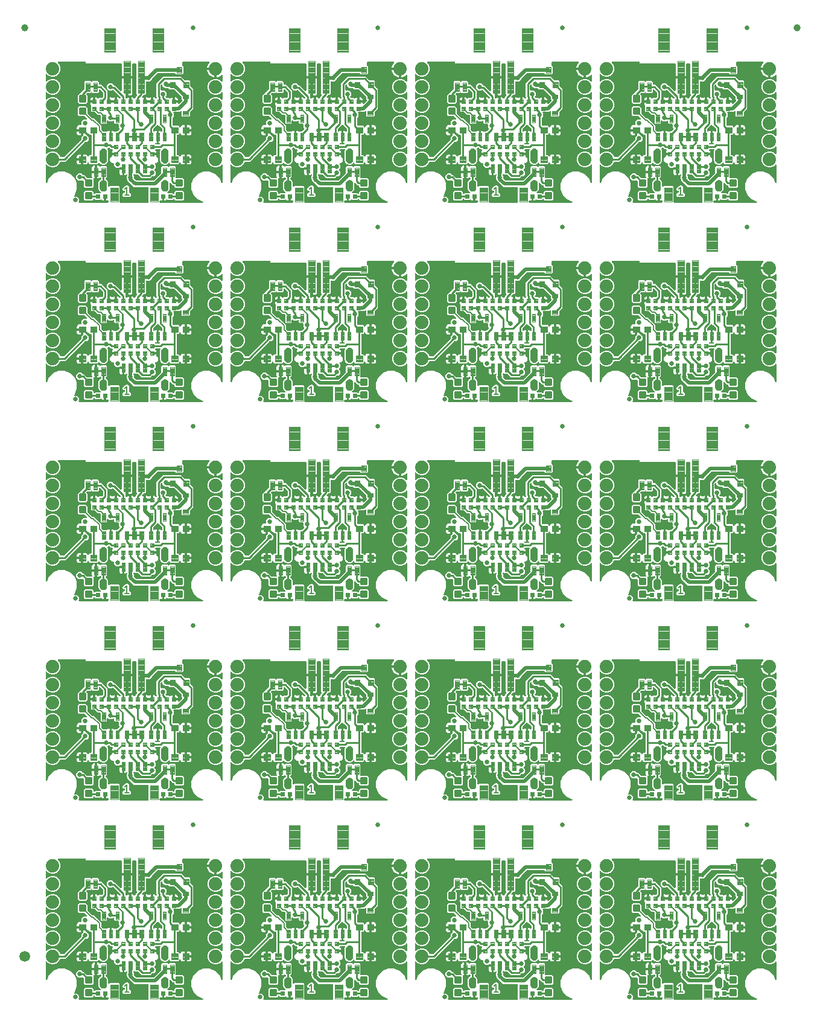
<source format=gtl>
G04 EAGLE Gerber RS-274X export*
G75*
%MOMM*%
%FSLAX34Y34*%
%LPD*%
%INTop Copper*%
%IPPOS*%
%AMOC8*
5,1,8,0,0,1.08239X$1,22.5*%
G01*
%ADD10C,0.203200*%
%ADD11C,0.755600*%
%ADD12C,1.879600*%
%ADD13C,0.100000*%
%ADD14C,0.096000*%
%ADD15C,0.102000*%
%ADD16C,0.099000*%
%ADD17C,0.300000*%
%ADD18C,0.099059*%
%ADD19C,0.104000*%
%ADD20C,0.100800*%
%ADD21C,0.635000*%
%ADD22C,1.000000*%
%ADD23C,1.500000*%
%ADD24C,0.254000*%
%ADD25C,0.508000*%
%ADD26C,0.660400*%
%ADD27C,0.177800*%

G36*
X223044Y1120409D02*
X223044Y1120409D01*
X223136Y1120414D01*
X223175Y1120428D01*
X223216Y1120435D01*
X223299Y1120475D01*
X223385Y1120507D01*
X223418Y1120532D01*
X223455Y1120550D01*
X223523Y1120613D01*
X223596Y1120670D01*
X223619Y1120704D01*
X223649Y1120732D01*
X223695Y1120812D01*
X223748Y1120887D01*
X223761Y1120927D01*
X223781Y1120962D01*
X223801Y1121052D01*
X223830Y1121140D01*
X223830Y1121182D01*
X223839Y1121222D01*
X223832Y1121314D01*
X223833Y1121406D01*
X223821Y1121446D01*
X223817Y1121487D01*
X223783Y1121573D01*
X223757Y1121661D01*
X223734Y1121695D01*
X223718Y1121734D01*
X223660Y1121805D01*
X223609Y1121882D01*
X223583Y1121900D01*
X223551Y1121940D01*
X223330Y1122087D01*
X223310Y1122092D01*
X223293Y1122104D01*
X216514Y1124912D01*
X210512Y1130914D01*
X207263Y1138756D01*
X207263Y1147244D01*
X210512Y1155086D01*
X216514Y1161088D01*
X224356Y1164337D01*
X232844Y1164337D01*
X240686Y1161088D01*
X246688Y1155086D01*
X249496Y1148307D01*
X249544Y1148228D01*
X249584Y1148145D01*
X249612Y1148115D01*
X249634Y1148080D01*
X249703Y1148018D01*
X249766Y1147951D01*
X249802Y1147930D01*
X249832Y1147903D01*
X249916Y1147865D01*
X249996Y1147819D01*
X250037Y1147810D01*
X250074Y1147793D01*
X250166Y1147781D01*
X250256Y1147761D01*
X250297Y1147764D01*
X250338Y1147759D01*
X250429Y1147775D01*
X250521Y1147783D01*
X250559Y1147798D01*
X250600Y1147805D01*
X250682Y1147847D01*
X250768Y1147882D01*
X250800Y1147908D01*
X250836Y1147926D01*
X250902Y1147991D01*
X250974Y1148049D01*
X250997Y1148083D01*
X251026Y1148112D01*
X251070Y1148193D01*
X251121Y1148270D01*
X251128Y1148301D01*
X251153Y1148346D01*
X251204Y1148607D01*
X251201Y1148627D01*
X251205Y1148647D01*
X251205Y1173055D01*
X251198Y1173106D01*
X251199Y1173157D01*
X251178Y1173236D01*
X251165Y1173317D01*
X251143Y1173364D01*
X251129Y1173414D01*
X251085Y1173483D01*
X251050Y1173557D01*
X251015Y1173594D01*
X250987Y1173638D01*
X250924Y1173691D01*
X250868Y1173751D01*
X250824Y1173777D01*
X250784Y1173810D01*
X250709Y1173842D01*
X250638Y1173883D01*
X250587Y1173894D01*
X250540Y1173914D01*
X250458Y1173923D01*
X250378Y1173941D01*
X250327Y1173937D01*
X250275Y1173942D01*
X250195Y1173926D01*
X250113Y1173919D01*
X250065Y1173900D01*
X250015Y1173890D01*
X249971Y1173862D01*
X249866Y1173820D01*
X249727Y1173707D01*
X249689Y1173683D01*
X247631Y1171625D01*
X243523Y1169923D01*
X239077Y1169923D01*
X234969Y1171625D01*
X231825Y1174769D01*
X230123Y1178877D01*
X230123Y1183323D01*
X231825Y1187431D01*
X234969Y1190575D01*
X239077Y1192277D01*
X243523Y1192277D01*
X247631Y1190575D01*
X249689Y1188517D01*
X249730Y1188487D01*
X249766Y1188449D01*
X249837Y1188408D01*
X249903Y1188360D01*
X249952Y1188343D01*
X249996Y1188317D01*
X250076Y1188299D01*
X250154Y1188272D01*
X250206Y1188270D01*
X250256Y1188259D01*
X250338Y1188266D01*
X250420Y1188263D01*
X250469Y1188277D01*
X250521Y1188281D01*
X250597Y1188311D01*
X250676Y1188333D01*
X250720Y1188361D01*
X250768Y1188380D01*
X250831Y1188432D01*
X250900Y1188476D01*
X250934Y1188515D01*
X250974Y1188547D01*
X251019Y1188616D01*
X251072Y1188678D01*
X251093Y1188726D01*
X251121Y1188769D01*
X251133Y1188819D01*
X251177Y1188923D01*
X251195Y1189101D01*
X251205Y1189145D01*
X251205Y1198455D01*
X251198Y1198506D01*
X251199Y1198557D01*
X251178Y1198636D01*
X251165Y1198717D01*
X251143Y1198764D01*
X251129Y1198814D01*
X251085Y1198883D01*
X251050Y1198957D01*
X251015Y1198994D01*
X250987Y1199038D01*
X250924Y1199091D01*
X250868Y1199151D01*
X250824Y1199177D01*
X250784Y1199210D01*
X250709Y1199242D01*
X250638Y1199283D01*
X250587Y1199294D01*
X250540Y1199314D01*
X250458Y1199323D01*
X250378Y1199341D01*
X250327Y1199337D01*
X250275Y1199342D01*
X250195Y1199326D01*
X250113Y1199319D01*
X250065Y1199300D01*
X250015Y1199290D01*
X249971Y1199262D01*
X249866Y1199220D01*
X249727Y1199107D01*
X249689Y1199083D01*
X247631Y1197025D01*
X243523Y1195323D01*
X239077Y1195323D01*
X234969Y1197025D01*
X231825Y1200169D01*
X230123Y1204277D01*
X230123Y1208723D01*
X231825Y1212831D01*
X234969Y1215975D01*
X239077Y1217677D01*
X243523Y1217677D01*
X247631Y1215975D01*
X249689Y1213917D01*
X249704Y1213906D01*
X249715Y1213892D01*
X249741Y1213875D01*
X249766Y1213849D01*
X249837Y1213808D01*
X249903Y1213760D01*
X249927Y1213751D01*
X249936Y1213745D01*
X249955Y1213741D01*
X249996Y1213717D01*
X250076Y1213699D01*
X250154Y1213672D01*
X250206Y1213670D01*
X250256Y1213659D01*
X250304Y1213663D01*
X250313Y1213661D01*
X250317Y1213661D01*
X250347Y1213666D01*
X250420Y1213663D01*
X250469Y1213677D01*
X250521Y1213681D01*
X250565Y1213698D01*
X250580Y1213701D01*
X250608Y1213714D01*
X250676Y1213733D01*
X250720Y1213761D01*
X250768Y1213780D01*
X250803Y1213809D01*
X250819Y1213817D01*
X250844Y1213840D01*
X250900Y1213876D01*
X250934Y1213915D01*
X250974Y1213947D01*
X250998Y1213983D01*
X251013Y1213998D01*
X251032Y1214031D01*
X251072Y1214078D01*
X251093Y1214126D01*
X251121Y1214169D01*
X251128Y1214198D01*
X251145Y1214229D01*
X251155Y1214271D01*
X251177Y1214323D01*
X251186Y1214411D01*
X251203Y1214488D01*
X251200Y1214523D01*
X251205Y1214545D01*
X251205Y1223855D01*
X251198Y1223906D01*
X251199Y1223957D01*
X251178Y1224036D01*
X251165Y1224117D01*
X251143Y1224164D01*
X251129Y1224214D01*
X251085Y1224283D01*
X251050Y1224357D01*
X251015Y1224394D01*
X250987Y1224438D01*
X250924Y1224491D01*
X250868Y1224551D01*
X250824Y1224577D01*
X250784Y1224610D01*
X250709Y1224642D01*
X250638Y1224683D01*
X250587Y1224694D01*
X250540Y1224714D01*
X250458Y1224723D01*
X250378Y1224741D01*
X250327Y1224737D01*
X250275Y1224742D01*
X250195Y1224726D01*
X250113Y1224719D01*
X250065Y1224700D01*
X250015Y1224690D01*
X249971Y1224662D01*
X249866Y1224620D01*
X249727Y1224507D01*
X249689Y1224483D01*
X247631Y1222425D01*
X243523Y1220723D01*
X239077Y1220723D01*
X234969Y1222425D01*
X231825Y1225569D01*
X230123Y1229677D01*
X230123Y1234123D01*
X231825Y1238231D01*
X234969Y1241375D01*
X239077Y1243077D01*
X243523Y1243077D01*
X247631Y1241375D01*
X249689Y1239317D01*
X249730Y1239287D01*
X249766Y1239249D01*
X249837Y1239208D01*
X249903Y1239160D01*
X249952Y1239143D01*
X249996Y1239117D01*
X250076Y1239099D01*
X250154Y1239072D01*
X250206Y1239070D01*
X250256Y1239059D01*
X250338Y1239066D01*
X250420Y1239063D01*
X250469Y1239077D01*
X250521Y1239081D01*
X250597Y1239111D01*
X250676Y1239133D01*
X250720Y1239161D01*
X250768Y1239180D01*
X250831Y1239232D01*
X250900Y1239276D01*
X250934Y1239315D01*
X250974Y1239347D01*
X251019Y1239416D01*
X251072Y1239478D01*
X251093Y1239526D01*
X251121Y1239569D01*
X251133Y1239619D01*
X251177Y1239723D01*
X251195Y1239901D01*
X251205Y1239945D01*
X251205Y1249255D01*
X251198Y1249306D01*
X251199Y1249357D01*
X251178Y1249436D01*
X251165Y1249517D01*
X251143Y1249564D01*
X251129Y1249614D01*
X251085Y1249683D01*
X251050Y1249757D01*
X251015Y1249794D01*
X250987Y1249838D01*
X250924Y1249891D01*
X250868Y1249951D01*
X250824Y1249977D01*
X250784Y1250010D01*
X250709Y1250042D01*
X250638Y1250083D01*
X250587Y1250094D01*
X250540Y1250114D01*
X250458Y1250123D01*
X250378Y1250141D01*
X250327Y1250137D01*
X250275Y1250142D01*
X250195Y1250126D01*
X250113Y1250119D01*
X250065Y1250100D01*
X250015Y1250090D01*
X249971Y1250062D01*
X249866Y1250020D01*
X249727Y1249907D01*
X249689Y1249883D01*
X247631Y1247825D01*
X243523Y1246123D01*
X239077Y1246123D01*
X234969Y1247825D01*
X231825Y1250969D01*
X230123Y1255077D01*
X230123Y1259523D01*
X231825Y1263631D01*
X234969Y1266775D01*
X239077Y1268477D01*
X243523Y1268477D01*
X247631Y1266775D01*
X249689Y1264717D01*
X249730Y1264687D01*
X249766Y1264649D01*
X249837Y1264608D01*
X249903Y1264560D01*
X249952Y1264543D01*
X249996Y1264517D01*
X250076Y1264499D01*
X250154Y1264472D01*
X250206Y1264470D01*
X250256Y1264459D01*
X250338Y1264466D01*
X250420Y1264463D01*
X250469Y1264477D01*
X250521Y1264481D01*
X250597Y1264511D01*
X250676Y1264533D01*
X250720Y1264561D01*
X250768Y1264580D01*
X250831Y1264632D01*
X250900Y1264676D01*
X250934Y1264715D01*
X250974Y1264747D01*
X251019Y1264816D01*
X251072Y1264878D01*
X251093Y1264926D01*
X251121Y1264969D01*
X251133Y1265019D01*
X251177Y1265123D01*
X251195Y1265301D01*
X251205Y1265345D01*
X251205Y1274655D01*
X251198Y1274706D01*
X251199Y1274757D01*
X251178Y1274836D01*
X251165Y1274917D01*
X251143Y1274964D01*
X251129Y1275014D01*
X251085Y1275083D01*
X251050Y1275157D01*
X251015Y1275194D01*
X250987Y1275238D01*
X250924Y1275291D01*
X250868Y1275351D01*
X250824Y1275377D01*
X250784Y1275410D01*
X250709Y1275442D01*
X250638Y1275483D01*
X250587Y1275494D01*
X250540Y1275514D01*
X250458Y1275523D01*
X250378Y1275541D01*
X250327Y1275537D01*
X250275Y1275542D01*
X250195Y1275526D01*
X250113Y1275519D01*
X250065Y1275500D01*
X250015Y1275490D01*
X249971Y1275462D01*
X249866Y1275420D01*
X249727Y1275307D01*
X249689Y1275283D01*
X247631Y1273225D01*
X243523Y1271523D01*
X239077Y1271523D01*
X234969Y1273225D01*
X231825Y1276369D01*
X230123Y1280477D01*
X230123Y1284923D01*
X231825Y1289031D01*
X234969Y1292175D01*
X239077Y1293877D01*
X243523Y1293877D01*
X247631Y1292175D01*
X249689Y1290117D01*
X249730Y1290087D01*
X249766Y1290049D01*
X249837Y1290008D01*
X249903Y1289960D01*
X249952Y1289943D01*
X249996Y1289917D01*
X250076Y1289899D01*
X250154Y1289872D01*
X250206Y1289870D01*
X250256Y1289859D01*
X250338Y1289866D01*
X250420Y1289863D01*
X250469Y1289877D01*
X250521Y1289881D01*
X250597Y1289911D01*
X250676Y1289933D01*
X250720Y1289961D01*
X250768Y1289980D01*
X250831Y1290032D01*
X250900Y1290076D01*
X250934Y1290115D01*
X250974Y1290147D01*
X251019Y1290216D01*
X251072Y1290278D01*
X251093Y1290326D01*
X251121Y1290369D01*
X251133Y1290419D01*
X251177Y1290523D01*
X251195Y1290701D01*
X251205Y1290745D01*
X251205Y1298977D01*
X251198Y1299028D01*
X251199Y1299080D01*
X251178Y1299159D01*
X251165Y1299240D01*
X251143Y1299286D01*
X251129Y1299336D01*
X251085Y1299405D01*
X251050Y1299479D01*
X251014Y1299517D01*
X250987Y1299560D01*
X250924Y1299613D01*
X250868Y1299673D01*
X250824Y1299699D01*
X250784Y1299732D01*
X250709Y1299765D01*
X250638Y1299805D01*
X250587Y1299817D01*
X250540Y1299837D01*
X250458Y1299845D01*
X250378Y1299863D01*
X250327Y1299859D01*
X250275Y1299864D01*
X250195Y1299848D01*
X250113Y1299841D01*
X250065Y1299822D01*
X250015Y1299812D01*
X249971Y1299784D01*
X249866Y1299742D01*
X249774Y1299667D01*
X249771Y1299666D01*
X249764Y1299659D01*
X249727Y1299629D01*
X249689Y1299605D01*
X249078Y1298994D01*
X247557Y1297889D01*
X245883Y1297036D01*
X244096Y1296455D01*
X243077Y1296294D01*
X243077Y1307211D01*
X243062Y1307312D01*
X243053Y1307415D01*
X243042Y1307443D01*
X243037Y1307474D01*
X242993Y1307566D01*
X242954Y1307661D01*
X242935Y1307685D01*
X242922Y1307713D01*
X242852Y1307788D01*
X242787Y1307868D01*
X242761Y1307885D01*
X242740Y1307907D01*
X242651Y1307958D01*
X242566Y1308015D01*
X242542Y1308020D01*
X242510Y1308039D01*
X242250Y1308097D01*
X242212Y1308094D01*
X242189Y1308099D01*
X241299Y1308099D01*
X241299Y1308989D01*
X241284Y1309090D01*
X241275Y1309193D01*
X241264Y1309221D01*
X241259Y1309252D01*
X241215Y1309344D01*
X241176Y1309439D01*
X241157Y1309463D01*
X241144Y1309491D01*
X241074Y1309566D01*
X241009Y1309646D01*
X240983Y1309663D01*
X240962Y1309685D01*
X240873Y1309736D01*
X240788Y1309793D01*
X240764Y1309799D01*
X240731Y1309817D01*
X240472Y1309875D01*
X240434Y1309872D01*
X240411Y1309877D01*
X229494Y1309877D01*
X229655Y1310896D01*
X230236Y1312683D01*
X231089Y1314357D01*
X232194Y1315878D01*
X232678Y1316362D01*
X232709Y1316403D01*
X232746Y1316439D01*
X232787Y1316510D01*
X232836Y1316576D01*
X232853Y1316625D01*
X232878Y1316669D01*
X232896Y1316749D01*
X232923Y1316827D01*
X232925Y1316879D01*
X232936Y1316929D01*
X232929Y1317011D01*
X232932Y1317093D01*
X232919Y1317142D01*
X232914Y1317194D01*
X232884Y1317270D01*
X232862Y1317349D01*
X232835Y1317393D01*
X232815Y1317441D01*
X232764Y1317504D01*
X232720Y1317573D01*
X232680Y1317607D01*
X232648Y1317647D01*
X232580Y1317692D01*
X232517Y1317745D01*
X232470Y1317766D01*
X232427Y1317794D01*
X232376Y1317806D01*
X232273Y1317850D01*
X232094Y1317868D01*
X232050Y1317878D01*
X195667Y1317878D01*
X195565Y1317863D01*
X195463Y1317855D01*
X195435Y1317843D01*
X195404Y1317838D01*
X195312Y1317794D01*
X195216Y1317756D01*
X195193Y1317736D01*
X195165Y1317723D01*
X195090Y1317653D01*
X195010Y1317588D01*
X194993Y1317562D01*
X194971Y1317541D01*
X194920Y1317452D01*
X194863Y1317367D01*
X194857Y1317343D01*
X194839Y1317311D01*
X194781Y1317051D01*
X194784Y1317013D01*
X194779Y1316990D01*
X194779Y1316865D01*
X194782Y1316844D01*
X194780Y1316823D01*
X194802Y1316713D01*
X194819Y1316602D01*
X194819Y1316601D01*
X194819Y1313160D01*
X194822Y1313139D01*
X194820Y1313118D01*
X194842Y1313008D01*
X194859Y1312897D01*
X194868Y1312878D01*
X194872Y1312858D01*
X194896Y1312819D01*
X194956Y1312695D01*
X194957Y1312694D01*
X194974Y1312658D01*
X195051Y1312576D01*
X195079Y1312532D01*
X196279Y1311332D01*
X196279Y1301468D01*
X194932Y1300121D01*
X186068Y1300121D01*
X184634Y1301555D01*
X184599Y1301644D01*
X184579Y1301667D01*
X184566Y1301695D01*
X184496Y1301770D01*
X184431Y1301850D01*
X184405Y1301867D01*
X184384Y1301889D01*
X184295Y1301940D01*
X184210Y1301997D01*
X184186Y1302003D01*
X184154Y1302021D01*
X183894Y1302079D01*
X183856Y1302076D01*
X183833Y1302081D01*
X160477Y1302081D01*
X160456Y1302078D01*
X160435Y1302080D01*
X160325Y1302058D01*
X160214Y1302041D01*
X160195Y1302032D01*
X160174Y1302028D01*
X160136Y1302004D01*
X159975Y1301926D01*
X159892Y1301849D01*
X159849Y1301821D01*
X152661Y1294633D01*
X152648Y1294616D01*
X152632Y1294603D01*
X152570Y1294510D01*
X152503Y1294419D01*
X152496Y1294399D01*
X152485Y1294382D01*
X152475Y1294337D01*
X152416Y1294168D01*
X152412Y1294056D01*
X152401Y1294005D01*
X152401Y1293295D01*
X149425Y1290319D01*
X145199Y1290319D01*
X145147Y1290349D01*
X145081Y1290397D01*
X145032Y1290414D01*
X144988Y1290440D01*
X144908Y1290458D01*
X144830Y1290485D01*
X144778Y1290487D01*
X144728Y1290498D01*
X144646Y1290491D01*
X144564Y1290494D01*
X144515Y1290480D01*
X144463Y1290476D01*
X144387Y1290446D01*
X144308Y1290424D01*
X144264Y1290396D01*
X144216Y1290377D01*
X144153Y1290325D01*
X144084Y1290281D01*
X144050Y1290242D01*
X144010Y1290210D01*
X143965Y1290141D01*
X143912Y1290079D01*
X143891Y1290031D01*
X143863Y1289988D01*
X143851Y1289938D01*
X143807Y1289834D01*
X143789Y1289656D01*
X143779Y1289612D01*
X143779Y1273056D01*
X142444Y1271721D01*
X140937Y1271721D01*
X140835Y1271706D01*
X140733Y1271698D01*
X140705Y1271686D01*
X140674Y1271681D01*
X140582Y1271637D01*
X140486Y1271599D01*
X140463Y1271579D01*
X140435Y1271566D01*
X140360Y1271496D01*
X140280Y1271431D01*
X140263Y1271405D01*
X140241Y1271384D01*
X140190Y1271295D01*
X140133Y1271210D01*
X140130Y1271199D01*
X138173Y1269242D01*
X138153Y1269214D01*
X138127Y1269192D01*
X138075Y1269108D01*
X138016Y1269028D01*
X138004Y1268995D01*
X137986Y1268966D01*
X137961Y1268870D01*
X137928Y1268777D01*
X137927Y1268742D01*
X137918Y1268709D01*
X137923Y1268610D01*
X137919Y1268511D01*
X137928Y1268478D01*
X137930Y1268443D01*
X137963Y1268350D01*
X137989Y1268255D01*
X138008Y1268226D01*
X138019Y1268193D01*
X138079Y1268114D01*
X138132Y1268030D01*
X138158Y1268008D01*
X138179Y1267980D01*
X138259Y1267922D01*
X138334Y1267858D01*
X138366Y1267845D01*
X138394Y1267825D01*
X138488Y1267793D01*
X138579Y1267754D01*
X138613Y1267750D01*
X138646Y1267739D01*
X138698Y1267742D01*
X138843Y1267726D01*
X138979Y1267754D01*
X139031Y1267756D01*
X139348Y1267841D01*
X140741Y1267841D01*
X140741Y1262911D01*
X140756Y1262810D01*
X140764Y1262707D01*
X140776Y1262679D01*
X140780Y1262648D01*
X140825Y1262556D01*
X140863Y1262461D01*
X140883Y1262437D01*
X140896Y1262409D01*
X140966Y1262334D01*
X141031Y1262254D01*
X141057Y1262237D01*
X141078Y1262215D01*
X141167Y1262164D01*
X141252Y1262107D01*
X141276Y1262102D01*
X141308Y1262083D01*
X141568Y1262025D01*
X141606Y1262028D01*
X141629Y1262023D01*
X141963Y1262023D01*
X141963Y1261689D01*
X141978Y1261587D01*
X141987Y1261485D01*
X141998Y1261457D01*
X142003Y1261426D01*
X142047Y1261334D01*
X142086Y1261238D01*
X142105Y1261215D01*
X142118Y1261187D01*
X142189Y1261112D01*
X142253Y1261032D01*
X142279Y1261015D01*
X142300Y1260993D01*
X142389Y1260942D01*
X142474Y1260885D01*
X142498Y1260879D01*
X142531Y1260861D01*
X142790Y1260803D01*
X142828Y1260806D01*
X142851Y1260801D01*
X151789Y1260801D01*
X151890Y1260816D01*
X151993Y1260824D01*
X152021Y1260836D01*
X152052Y1260840D01*
X152144Y1260885D01*
X152239Y1260923D01*
X152263Y1260943D01*
X152291Y1260956D01*
X152366Y1261026D01*
X152446Y1261091D01*
X152463Y1261117D01*
X152485Y1261138D01*
X152536Y1261227D01*
X152593Y1261312D01*
X152598Y1261336D01*
X152617Y1261368D01*
X152675Y1261628D01*
X152672Y1261666D01*
X152677Y1261689D01*
X152677Y1262023D01*
X153011Y1262023D01*
X153113Y1262038D01*
X153215Y1262047D01*
X153243Y1262058D01*
X153274Y1262063D01*
X153366Y1262107D01*
X153462Y1262146D01*
X153485Y1262165D01*
X153513Y1262178D01*
X153588Y1262249D01*
X153668Y1262313D01*
X153685Y1262339D01*
X153707Y1262360D01*
X153758Y1262449D01*
X153815Y1262534D01*
X153821Y1262558D01*
X153839Y1262591D01*
X153897Y1262850D01*
X153894Y1262888D01*
X153899Y1262911D01*
X153899Y1267841D01*
X155292Y1267841D01*
X156068Y1267633D01*
X156763Y1267231D01*
X157391Y1266604D01*
X157473Y1266543D01*
X157552Y1266476D01*
X157580Y1266464D01*
X157605Y1266446D01*
X157702Y1266412D01*
X157796Y1266372D01*
X157827Y1266369D01*
X157856Y1266359D01*
X157958Y1266355D01*
X158060Y1266344D01*
X158091Y1266350D01*
X158121Y1266349D01*
X158220Y1266376D01*
X158321Y1266397D01*
X158341Y1266409D01*
X158378Y1266419D01*
X158602Y1266562D01*
X158627Y1266591D01*
X158647Y1266604D01*
X158843Y1266799D01*
X158904Y1266882D01*
X158970Y1266960D01*
X158982Y1266989D01*
X159000Y1267013D01*
X159034Y1267110D01*
X159075Y1267205D01*
X159078Y1267235D01*
X159088Y1267265D01*
X159091Y1267367D01*
X159102Y1267469D01*
X159096Y1267499D01*
X159097Y1267530D01*
X159070Y1267629D01*
X159050Y1267730D01*
X159037Y1267750D01*
X159027Y1267787D01*
X158884Y1268011D01*
X158856Y1268036D01*
X158843Y1268056D01*
X158241Y1268657D01*
X158241Y1287773D01*
X167647Y1297179D01*
X193033Y1297179D01*
X198273Y1291939D01*
X198290Y1291926D01*
X198303Y1291910D01*
X198396Y1291848D01*
X198487Y1291781D01*
X198506Y1291774D01*
X198524Y1291763D01*
X198568Y1291753D01*
X198738Y1291694D01*
X198850Y1291690D01*
X198901Y1291679D01*
X204432Y1291679D01*
X205779Y1290332D01*
X205779Y1284301D01*
X205782Y1284280D01*
X205780Y1284259D01*
X205802Y1284149D01*
X205819Y1284038D01*
X205828Y1284019D01*
X205832Y1283998D01*
X205856Y1283960D01*
X205934Y1283799D01*
X206011Y1283716D01*
X206039Y1283673D01*
X210059Y1279653D01*
X210059Y1252157D01*
X205579Y1247677D01*
X205566Y1247660D01*
X205550Y1247647D01*
X205488Y1247554D01*
X205421Y1247463D01*
X205414Y1247444D01*
X205403Y1247426D01*
X205393Y1247382D01*
X205334Y1247212D01*
X205330Y1247100D01*
X205319Y1247049D01*
X205319Y1242208D01*
X203982Y1240871D01*
X194798Y1240871D01*
X193461Y1242208D01*
X193461Y1248199D01*
X193454Y1248250D01*
X193455Y1248302D01*
X193434Y1248381D01*
X193421Y1248462D01*
X193399Y1248508D01*
X193385Y1248558D01*
X193341Y1248628D01*
X193306Y1248701D01*
X193271Y1248739D01*
X193243Y1248783D01*
X193180Y1248836D01*
X193124Y1248896D01*
X193080Y1248921D01*
X193040Y1248955D01*
X192965Y1248987D01*
X192894Y1249028D01*
X192843Y1249039D01*
X192796Y1249059D01*
X192714Y1249068D01*
X192634Y1249085D01*
X192583Y1249081D01*
X192531Y1249087D01*
X192451Y1249070D01*
X192369Y1249064D01*
X192321Y1249045D01*
X192271Y1249034D01*
X192227Y1249007D01*
X192122Y1248965D01*
X191983Y1248852D01*
X191945Y1248827D01*
X191099Y1247981D01*
X187146Y1247981D01*
X187125Y1247978D01*
X187104Y1247980D01*
X186994Y1247958D01*
X186883Y1247941D01*
X186864Y1247932D01*
X186844Y1247928D01*
X186805Y1247904D01*
X186644Y1247826D01*
X186561Y1247749D01*
X186518Y1247721D01*
X186318Y1247521D01*
X182938Y1247521D01*
X182887Y1247514D01*
X182836Y1247515D01*
X182757Y1247494D01*
X182676Y1247481D01*
X182629Y1247459D01*
X182579Y1247445D01*
X182510Y1247401D01*
X182436Y1247366D01*
X182398Y1247330D01*
X182355Y1247303D01*
X182302Y1247240D01*
X182242Y1247184D01*
X182216Y1247140D01*
X182183Y1247100D01*
X182151Y1247025D01*
X182110Y1246954D01*
X182099Y1246903D01*
X182079Y1246856D01*
X182070Y1246774D01*
X182052Y1246694D01*
X182056Y1246643D01*
X182051Y1246591D01*
X182067Y1246511D01*
X182074Y1246429D01*
X182093Y1246381D01*
X182103Y1246331D01*
X182131Y1246287D01*
X182173Y1246182D01*
X182286Y1246043D01*
X182310Y1246005D01*
X182881Y1245435D01*
X182881Y1241225D01*
X181109Y1239454D01*
X181096Y1239437D01*
X181080Y1239423D01*
X181018Y1239330D01*
X180951Y1239240D01*
X180944Y1239220D01*
X180933Y1239202D01*
X180923Y1239158D01*
X180864Y1238989D01*
X180860Y1238876D01*
X180849Y1238826D01*
X180849Y1229521D01*
X180852Y1229500D01*
X180850Y1229479D01*
X180872Y1229369D01*
X180889Y1229258D01*
X180898Y1229239D01*
X180902Y1229218D01*
X180926Y1229180D01*
X181004Y1229019D01*
X181081Y1228936D01*
X181109Y1228893D01*
X181543Y1228459D01*
X181560Y1228446D01*
X181573Y1228430D01*
X181666Y1228368D01*
X181757Y1228301D01*
X181776Y1228294D01*
X181794Y1228283D01*
X181838Y1228273D01*
X182008Y1228214D01*
X182120Y1228210D01*
X182171Y1228199D01*
X189217Y1228199D01*
X190549Y1226867D01*
X190549Y1226800D01*
X190551Y1226783D01*
X190549Y1226765D01*
X190571Y1226651D01*
X190589Y1226537D01*
X190596Y1226521D01*
X190599Y1226504D01*
X190654Y1226402D01*
X190704Y1226298D01*
X190716Y1226285D01*
X190724Y1226270D01*
X190806Y1226188D01*
X190886Y1226103D01*
X190901Y1226095D01*
X190913Y1226082D01*
X191016Y1226029D01*
X191116Y1225971D01*
X191133Y1225968D01*
X191149Y1225960D01*
X191263Y1225939D01*
X191376Y1225914D01*
X191393Y1225915D01*
X191410Y1225912D01*
X191525Y1225926D01*
X191641Y1225935D01*
X191657Y1225942D01*
X191674Y1225944D01*
X191780Y1225991D01*
X191888Y1226034D01*
X191901Y1226045D01*
X191917Y1226052D01*
X192004Y1226129D01*
X192094Y1226202D01*
X192103Y1226216D01*
X192116Y1226228D01*
X192136Y1226265D01*
X192241Y1226423D01*
X192258Y1226500D01*
X192295Y1226570D01*
X192436Y1227097D01*
X192836Y1227789D01*
X193401Y1228354D01*
X194093Y1228754D01*
X194865Y1228961D01*
X197993Y1228961D01*
X197993Y1222809D01*
X198008Y1222708D01*
X198017Y1222605D01*
X198028Y1222577D01*
X198033Y1222546D01*
X198077Y1222454D01*
X198116Y1222359D01*
X198135Y1222335D01*
X198148Y1222307D01*
X198218Y1222232D01*
X198283Y1222152D01*
X198309Y1222135D01*
X198330Y1222113D01*
X198419Y1222062D01*
X198504Y1222005D01*
X198528Y1222000D01*
X198560Y1221981D01*
X198820Y1221923D01*
X198858Y1221926D01*
X198881Y1221921D01*
X199771Y1221921D01*
X199771Y1221919D01*
X198881Y1221919D01*
X198780Y1221904D01*
X198677Y1221895D01*
X198649Y1221884D01*
X198618Y1221879D01*
X198526Y1221835D01*
X198431Y1221796D01*
X198407Y1221777D01*
X198379Y1221764D01*
X198304Y1221694D01*
X198224Y1221629D01*
X198207Y1221603D01*
X198185Y1221582D01*
X198134Y1221493D01*
X198077Y1221408D01*
X198071Y1221384D01*
X198053Y1221351D01*
X197995Y1221092D01*
X197998Y1221054D01*
X197993Y1221031D01*
X197993Y1214879D01*
X194865Y1214879D01*
X194093Y1215086D01*
X193401Y1215486D01*
X192836Y1216051D01*
X192436Y1216743D01*
X192295Y1217270D01*
X192288Y1217286D01*
X192285Y1217303D01*
X192235Y1217407D01*
X192189Y1217514D01*
X192177Y1217527D01*
X192170Y1217542D01*
X192090Y1217627D01*
X192015Y1217715D01*
X192000Y1217724D01*
X191988Y1217737D01*
X191887Y1217794D01*
X191789Y1217856D01*
X191773Y1217860D01*
X191758Y1217869D01*
X191644Y1217894D01*
X191532Y1217923D01*
X191515Y1217923D01*
X191498Y1217926D01*
X191383Y1217917D01*
X191267Y1217912D01*
X191250Y1217906D01*
X191233Y1217905D01*
X191126Y1217862D01*
X191016Y1217823D01*
X191003Y1217812D01*
X190986Y1217806D01*
X190896Y1217732D01*
X190804Y1217663D01*
X190794Y1217649D01*
X190780Y1217638D01*
X190716Y1217542D01*
X190648Y1217448D01*
X190642Y1217432D01*
X190633Y1217417D01*
X190624Y1217376D01*
X190563Y1217196D01*
X190566Y1217117D01*
X190549Y1217040D01*
X190549Y1216973D01*
X189217Y1215641D01*
X187707Y1215641D01*
X187605Y1215626D01*
X187503Y1215618D01*
X187475Y1215606D01*
X187444Y1215601D01*
X187352Y1215557D01*
X187256Y1215519D01*
X187233Y1215499D01*
X187205Y1215486D01*
X187130Y1215416D01*
X187050Y1215351D01*
X187033Y1215325D01*
X187011Y1215304D01*
X186960Y1215215D01*
X186903Y1215130D01*
X186897Y1215106D01*
X186879Y1215074D01*
X186821Y1214814D01*
X186824Y1214776D01*
X186819Y1214753D01*
X186819Y1188087D01*
X186834Y1187985D01*
X186842Y1187883D01*
X186854Y1187855D01*
X186859Y1187824D01*
X186903Y1187732D01*
X186941Y1187636D01*
X186961Y1187613D01*
X186974Y1187585D01*
X187044Y1187510D01*
X187109Y1187430D01*
X187135Y1187413D01*
X187156Y1187391D01*
X187245Y1187340D01*
X187330Y1187283D01*
X187354Y1187277D01*
X187386Y1187259D01*
X187646Y1187201D01*
X187684Y1187204D01*
X187707Y1187199D01*
X189217Y1187199D01*
X190549Y1185867D01*
X190549Y1185800D01*
X190551Y1185783D01*
X190549Y1185765D01*
X190571Y1185651D01*
X190589Y1185537D01*
X190596Y1185521D01*
X190599Y1185504D01*
X190654Y1185402D01*
X190704Y1185298D01*
X190716Y1185285D01*
X190724Y1185270D01*
X190806Y1185188D01*
X190886Y1185103D01*
X190901Y1185095D01*
X190913Y1185083D01*
X191016Y1185029D01*
X191116Y1184971D01*
X191133Y1184968D01*
X191149Y1184960D01*
X191263Y1184939D01*
X191376Y1184914D01*
X191393Y1184915D01*
X191410Y1184912D01*
X191525Y1184926D01*
X191641Y1184935D01*
X191657Y1184942D01*
X191674Y1184944D01*
X191780Y1184991D01*
X191888Y1185034D01*
X191901Y1185045D01*
X191917Y1185052D01*
X192004Y1185128D01*
X192094Y1185202D01*
X192104Y1185216D01*
X192116Y1185228D01*
X192136Y1185264D01*
X192241Y1185423D01*
X192259Y1185500D01*
X192295Y1185570D01*
X192436Y1186097D01*
X192836Y1186789D01*
X193401Y1187354D01*
X194093Y1187754D01*
X194865Y1187961D01*
X197993Y1187961D01*
X197993Y1181809D01*
X198008Y1181708D01*
X198017Y1181605D01*
X198028Y1181577D01*
X198033Y1181546D01*
X198077Y1181454D01*
X198116Y1181359D01*
X198135Y1181335D01*
X198148Y1181307D01*
X198218Y1181232D01*
X198283Y1181152D01*
X198309Y1181135D01*
X198330Y1181113D01*
X198419Y1181062D01*
X198504Y1181005D01*
X198528Y1181000D01*
X198560Y1180981D01*
X198820Y1180923D01*
X198858Y1180926D01*
X198881Y1180921D01*
X199771Y1180921D01*
X199771Y1180919D01*
X198881Y1180919D01*
X198780Y1180904D01*
X198677Y1180895D01*
X198649Y1180884D01*
X198618Y1180879D01*
X198526Y1180835D01*
X198431Y1180796D01*
X198407Y1180777D01*
X198379Y1180764D01*
X198304Y1180694D01*
X198224Y1180629D01*
X198207Y1180603D01*
X198185Y1180582D01*
X198134Y1180493D01*
X198077Y1180408D01*
X198071Y1180384D01*
X198053Y1180351D01*
X197995Y1180092D01*
X197998Y1180054D01*
X197993Y1180031D01*
X197993Y1173879D01*
X194865Y1173879D01*
X194093Y1174086D01*
X193401Y1174486D01*
X192836Y1175051D01*
X192436Y1175743D01*
X192295Y1176270D01*
X192288Y1176286D01*
X192285Y1176303D01*
X192235Y1176407D01*
X192189Y1176514D01*
X192177Y1176527D01*
X192170Y1176542D01*
X192091Y1176627D01*
X192015Y1176715D01*
X192000Y1176724D01*
X191988Y1176737D01*
X191888Y1176794D01*
X191789Y1176856D01*
X191772Y1176860D01*
X191758Y1176869D01*
X191645Y1176894D01*
X191532Y1176923D01*
X191515Y1176923D01*
X191498Y1176926D01*
X191383Y1176917D01*
X191267Y1176912D01*
X191250Y1176906D01*
X191233Y1176905D01*
X191126Y1176862D01*
X191016Y1176823D01*
X191003Y1176812D01*
X190986Y1176806D01*
X190896Y1176732D01*
X190804Y1176663D01*
X190794Y1176649D01*
X190780Y1176638D01*
X190715Y1176541D01*
X190648Y1176448D01*
X190642Y1176432D01*
X190633Y1176417D01*
X190624Y1176376D01*
X190563Y1176196D01*
X190566Y1176117D01*
X190549Y1176040D01*
X190549Y1175973D01*
X189217Y1174641D01*
X178323Y1174641D01*
X176810Y1176154D01*
X176754Y1176196D01*
X176705Y1176244D01*
X176648Y1176274D01*
X176596Y1176312D01*
X176531Y1176335D01*
X176469Y1176367D01*
X176406Y1176378D01*
X176345Y1176400D01*
X176276Y1176402D01*
X176208Y1176414D01*
X176144Y1176406D01*
X176079Y1176409D01*
X176013Y1176390D01*
X175944Y1176382D01*
X175885Y1176356D01*
X175823Y1176339D01*
X175765Y1176302D01*
X175701Y1176273D01*
X175670Y1176241D01*
X175599Y1176196D01*
X175438Y1176008D01*
X175430Y1175999D01*
X175164Y1175575D01*
X175136Y1175549D01*
X175061Y1175489D01*
X175040Y1175458D01*
X175013Y1175433D01*
X175011Y1175428D01*
X174530Y1175125D01*
X174418Y1175029D01*
X174374Y1175001D01*
X173961Y1174588D01*
X173928Y1174568D01*
X173841Y1174527D01*
X173814Y1174501D01*
X173782Y1174482D01*
X173779Y1174478D01*
X173242Y1174290D01*
X173112Y1174221D01*
X173063Y1174204D01*
X172568Y1173893D01*
X172532Y1173881D01*
X172438Y1173860D01*
X172406Y1173841D01*
X172371Y1173830D01*
X172366Y1173826D01*
X171801Y1173762D01*
X171660Y1173724D01*
X171608Y1173718D01*
X171056Y1173525D01*
X171018Y1173522D01*
X170922Y1173522D01*
X170886Y1173511D01*
X170849Y1173507D01*
X170844Y1173505D01*
X170279Y1173568D01*
X170133Y1173563D01*
X170081Y1173568D01*
X169500Y1173503D01*
X169462Y1173508D01*
X169368Y1173530D01*
X169331Y1173527D01*
X169294Y1173532D01*
X169289Y1173531D01*
X168752Y1173718D01*
X168608Y1173745D01*
X168559Y1173762D01*
X167977Y1173828D01*
X167942Y1173841D01*
X167855Y1173883D01*
X167818Y1173888D01*
X167783Y1173902D01*
X167778Y1173902D01*
X167297Y1174204D01*
X167162Y1174263D01*
X167118Y1174290D01*
X166566Y1174483D01*
X166534Y1174504D01*
X166459Y1174564D01*
X166424Y1174578D01*
X166393Y1174598D01*
X166388Y1174600D01*
X165986Y1175001D01*
X165868Y1175088D01*
X165830Y1175125D01*
X165335Y1175436D01*
X165309Y1175464D01*
X165249Y1175539D01*
X165218Y1175560D01*
X165193Y1175587D01*
X165188Y1175589D01*
X164885Y1176070D01*
X164789Y1176182D01*
X164761Y1176226D01*
X164348Y1176639D01*
X164328Y1176672D01*
X164287Y1176759D01*
X164261Y1176786D01*
X164242Y1176818D01*
X164238Y1176821D01*
X164050Y1177358D01*
X163981Y1177488D01*
X163964Y1177537D01*
X163653Y1178032D01*
X163641Y1178068D01*
X163620Y1178162D01*
X163601Y1178194D01*
X163590Y1178230D01*
X163586Y1178234D01*
X163522Y1178799D01*
X163484Y1178940D01*
X163478Y1178992D01*
X163316Y1179455D01*
X163341Y1179536D01*
X163341Y1179623D01*
X163351Y1179667D01*
X163351Y1180267D01*
X163342Y1180330D01*
X163346Y1180367D01*
X163272Y1181016D01*
X163290Y1181047D01*
X163349Y1181306D01*
X163346Y1181346D01*
X163351Y1181371D01*
X163351Y1190469D01*
X163336Y1190572D01*
X163327Y1190676D01*
X163317Y1190697D01*
X163311Y1190732D01*
X163271Y1190815D01*
X163346Y1191473D01*
X163343Y1191537D01*
X163351Y1191573D01*
X163351Y1192173D01*
X163351Y1192178D01*
X163351Y1192182D01*
X163347Y1192199D01*
X163318Y1192391D01*
X163478Y1192848D01*
X163505Y1192992D01*
X163522Y1193041D01*
X163588Y1193623D01*
X163601Y1193658D01*
X163643Y1193745D01*
X163648Y1193782D01*
X163662Y1193817D01*
X163662Y1193822D01*
X163964Y1194303D01*
X164023Y1194438D01*
X164050Y1194482D01*
X164081Y1194570D01*
X164103Y1194686D01*
X164128Y1194802D01*
X164127Y1194817D01*
X164130Y1194831D01*
X164117Y1194949D01*
X164107Y1195067D01*
X164101Y1195080D01*
X164100Y1195095D01*
X164052Y1195203D01*
X164008Y1195314D01*
X163999Y1195325D01*
X163993Y1195338D01*
X163915Y1195427D01*
X163840Y1195520D01*
X163828Y1195528D01*
X163819Y1195539D01*
X163718Y1195601D01*
X163619Y1195667D01*
X163608Y1195670D01*
X163593Y1195679D01*
X163335Y1195746D01*
X163276Y1195744D01*
X163242Y1195751D01*
X157936Y1195751D01*
X157915Y1195748D01*
X157894Y1195750D01*
X157784Y1195728D01*
X157673Y1195711D01*
X157654Y1195702D01*
X157634Y1195698D01*
X157595Y1195674D01*
X157434Y1195596D01*
X157351Y1195519D01*
X157308Y1195491D01*
X156784Y1194967D01*
X156723Y1194884D01*
X156656Y1194806D01*
X156644Y1194778D01*
X156626Y1194753D01*
X156592Y1194656D01*
X156552Y1194562D01*
X156549Y1194531D01*
X156539Y1194502D01*
X156535Y1194399D01*
X156524Y1194297D01*
X156530Y1194267D01*
X156529Y1194236D01*
X156556Y1194137D01*
X156577Y1194036D01*
X156589Y1194016D01*
X156599Y1193980D01*
X156742Y1193755D01*
X156771Y1193731D01*
X156784Y1193711D01*
X157331Y1193163D01*
X157733Y1192468D01*
X157941Y1191692D01*
X157941Y1190299D01*
X153011Y1190299D01*
X152910Y1190284D01*
X152807Y1190276D01*
X152779Y1190264D01*
X152748Y1190259D01*
X152656Y1190215D01*
X152561Y1190177D01*
X152537Y1190157D01*
X152509Y1190144D01*
X152434Y1190074D01*
X152354Y1190009D01*
X152337Y1189983D01*
X152315Y1189962D01*
X152264Y1189873D01*
X152207Y1189788D01*
X152202Y1189764D01*
X152183Y1189732D01*
X152125Y1189472D01*
X152128Y1189434D01*
X152123Y1189411D01*
X152123Y1188189D01*
X152138Y1188087D01*
X152147Y1187985D01*
X152158Y1187957D01*
X152163Y1187926D01*
X152207Y1187834D01*
X152246Y1187738D01*
X152265Y1187715D01*
X152278Y1187687D01*
X152349Y1187612D01*
X152413Y1187532D01*
X152439Y1187515D01*
X152460Y1187493D01*
X152549Y1187442D01*
X152634Y1187385D01*
X152658Y1187379D01*
X152691Y1187361D01*
X152950Y1187303D01*
X152988Y1187306D01*
X153011Y1187301D01*
X157941Y1187301D01*
X157941Y1186059D01*
X157944Y1186038D01*
X157942Y1186017D01*
X157964Y1185907D01*
X157981Y1185796D01*
X157990Y1185777D01*
X157994Y1185757D01*
X158018Y1185718D01*
X158096Y1185557D01*
X158173Y1185474D01*
X158201Y1185431D01*
X160929Y1182703D01*
X160929Y1178537D01*
X157983Y1175591D01*
X157078Y1175591D01*
X157027Y1175584D01*
X156976Y1175585D01*
X156897Y1175564D01*
X156816Y1175551D01*
X156769Y1175529D01*
X156719Y1175515D01*
X156650Y1175471D01*
X156576Y1175436D01*
X156539Y1175401D01*
X156495Y1175373D01*
X156442Y1175310D01*
X156382Y1175254D01*
X156356Y1175210D01*
X156323Y1175170D01*
X156291Y1175095D01*
X156250Y1175024D01*
X156239Y1174973D01*
X156219Y1174926D01*
X156210Y1174844D01*
X156192Y1174764D01*
X156196Y1174713D01*
X156191Y1174661D01*
X156207Y1174581D01*
X156214Y1174499D01*
X156233Y1174451D01*
X156243Y1174401D01*
X156271Y1174357D01*
X156313Y1174252D01*
X156426Y1174113D01*
X156450Y1174075D01*
X157481Y1173045D01*
X157481Y1168835D01*
X155768Y1167123D01*
X155707Y1167040D01*
X155641Y1166962D01*
X155629Y1166934D01*
X155611Y1166909D01*
X155577Y1166812D01*
X155537Y1166718D01*
X155533Y1166687D01*
X155523Y1166658D01*
X155520Y1166556D01*
X155509Y1166453D01*
X155515Y1166423D01*
X155514Y1166392D01*
X155541Y1166293D01*
X155561Y1166193D01*
X155574Y1166173D01*
X155584Y1166136D01*
X155727Y1165912D01*
X155755Y1165887D01*
X155768Y1165867D01*
X157481Y1164155D01*
X157481Y1159945D01*
X154505Y1156969D01*
X151999Y1156969D01*
X151978Y1156966D01*
X151957Y1156968D01*
X151847Y1156946D01*
X151736Y1156929D01*
X151717Y1156920D01*
X151696Y1156916D01*
X151658Y1156892D01*
X151497Y1156814D01*
X151414Y1156737D01*
X151371Y1156709D01*
X149853Y1155191D01*
X137087Y1155191D01*
X132667Y1159611D01*
X132650Y1159624D01*
X132637Y1159640D01*
X132544Y1159702D01*
X132453Y1159769D01*
X132434Y1159776D01*
X132416Y1159787D01*
X132372Y1159797D01*
X132202Y1159856D01*
X132090Y1159860D01*
X132039Y1159871D01*
X128562Y1159871D01*
X127835Y1160598D01*
X127794Y1160629D01*
X127758Y1160667D01*
X127687Y1160707D01*
X127621Y1160756D01*
X127572Y1160773D01*
X127528Y1160798D01*
X127448Y1160816D01*
X127370Y1160843D01*
X127318Y1160845D01*
X127268Y1160856D01*
X127186Y1160850D01*
X127104Y1160852D01*
X127055Y1160839D01*
X127003Y1160835D01*
X126927Y1160804D01*
X126848Y1160783D01*
X126804Y1160755D01*
X126756Y1160736D01*
X126693Y1160684D01*
X126624Y1160640D01*
X126590Y1160601D01*
X126550Y1160568D01*
X126505Y1160500D01*
X126452Y1160437D01*
X126431Y1160390D01*
X126403Y1160347D01*
X126391Y1160297D01*
X126347Y1160193D01*
X126329Y1160015D01*
X126319Y1159970D01*
X126319Y1158854D01*
X126322Y1158834D01*
X126320Y1158813D01*
X126342Y1158702D01*
X126359Y1158592D01*
X126368Y1158573D01*
X126372Y1158552D01*
X126396Y1158514D01*
X126474Y1158352D01*
X126551Y1158270D01*
X126579Y1158226D01*
X127001Y1157805D01*
X127001Y1154715D01*
X127004Y1154694D01*
X127002Y1154673D01*
X127024Y1154563D01*
X127041Y1154452D01*
X127050Y1154433D01*
X127054Y1154412D01*
X127078Y1154374D01*
X127156Y1154213D01*
X127233Y1154130D01*
X127261Y1154087D01*
X129959Y1151389D01*
X129976Y1151376D01*
X129989Y1151360D01*
X130082Y1151298D01*
X130173Y1151231D01*
X130193Y1151224D01*
X130210Y1151213D01*
X130255Y1151203D01*
X130424Y1151144D01*
X130536Y1151140D01*
X130587Y1151129D01*
X154053Y1151129D01*
X154074Y1151132D01*
X154095Y1151130D01*
X154205Y1151152D01*
X154316Y1151169D01*
X154335Y1151178D01*
X154356Y1151182D01*
X154394Y1151206D01*
X154555Y1151284D01*
X154638Y1151361D01*
X154681Y1151389D01*
X164712Y1161420D01*
X164725Y1161437D01*
X164741Y1161450D01*
X164803Y1161543D01*
X164870Y1161634D01*
X164877Y1161653D01*
X164888Y1161671D01*
X164898Y1161716D01*
X164957Y1161885D01*
X164961Y1161997D01*
X164972Y1162048D01*
X164972Y1170117D01*
X166304Y1171449D01*
X173802Y1171449D01*
X174632Y1170618D01*
X174715Y1170558D01*
X174793Y1170491D01*
X174821Y1170479D01*
X174846Y1170461D01*
X174943Y1170427D01*
X175037Y1170387D01*
X175068Y1170384D01*
X175097Y1170373D01*
X175200Y1170370D01*
X175302Y1170359D01*
X175332Y1170365D01*
X175363Y1170364D01*
X175462Y1170391D01*
X175562Y1170411D01*
X175583Y1170424D01*
X175619Y1170434D01*
X175843Y1170577D01*
X175868Y1170606D01*
X175888Y1170618D01*
X176718Y1171449D01*
X184216Y1171449D01*
X185548Y1170117D01*
X185548Y1156523D01*
X185279Y1156255D01*
X185249Y1156214D01*
X185211Y1156178D01*
X185170Y1156107D01*
X185122Y1156041D01*
X185105Y1155992D01*
X185079Y1155948D01*
X185061Y1155868D01*
X185034Y1155790D01*
X185033Y1155738D01*
X185021Y1155688D01*
X185028Y1155606D01*
X185025Y1155524D01*
X185039Y1155475D01*
X185043Y1155423D01*
X185074Y1155347D01*
X185095Y1155268D01*
X185123Y1155224D01*
X185142Y1155176D01*
X185194Y1155113D01*
X185238Y1155044D01*
X185277Y1155010D01*
X185310Y1154970D01*
X185378Y1154925D01*
X185440Y1154872D01*
X185488Y1154851D01*
X185531Y1154823D01*
X185581Y1154811D01*
X185685Y1154767D01*
X185863Y1154749D01*
X185908Y1154739D01*
X195358Y1154739D01*
X197279Y1152818D01*
X197279Y1143102D01*
X195358Y1141181D01*
X185642Y1141181D01*
X183721Y1143102D01*
X183721Y1144023D01*
X183706Y1144125D01*
X183698Y1144227D01*
X183686Y1144255D01*
X183681Y1144286D01*
X183637Y1144378D01*
X183599Y1144474D01*
X183579Y1144497D01*
X183566Y1144525D01*
X183496Y1144600D01*
X183431Y1144680D01*
X183405Y1144697D01*
X183384Y1144719D01*
X183295Y1144770D01*
X183210Y1144827D01*
X183186Y1144833D01*
X183154Y1144851D01*
X182894Y1144909D01*
X182856Y1144906D01*
X182833Y1144911D01*
X181617Y1144911D01*
X179464Y1147064D01*
X178525Y1148003D01*
X178484Y1148034D01*
X178448Y1148072D01*
X178377Y1148112D01*
X178311Y1148161D01*
X178262Y1148178D01*
X178218Y1148204D01*
X178138Y1148221D01*
X178060Y1148248D01*
X178008Y1148250D01*
X177958Y1148261D01*
X177876Y1148255D01*
X177794Y1148258D01*
X177745Y1148244D01*
X177693Y1148240D01*
X177617Y1148209D01*
X177538Y1148188D01*
X177494Y1148160D01*
X177446Y1148141D01*
X177383Y1148089D01*
X177314Y1148045D01*
X177280Y1148006D01*
X177240Y1147973D01*
X177195Y1147905D01*
X177142Y1147843D01*
X177121Y1147795D01*
X177093Y1147752D01*
X177081Y1147702D01*
X177037Y1147598D01*
X177019Y1147420D01*
X177009Y1147375D01*
X177009Y1147273D01*
X177018Y1147210D01*
X177014Y1147173D01*
X177088Y1146524D01*
X177070Y1146493D01*
X177011Y1146234D01*
X177012Y1146221D01*
X177011Y1146215D01*
X177013Y1146188D01*
X177009Y1146169D01*
X177009Y1142071D01*
X177024Y1141968D01*
X177033Y1141864D01*
X177043Y1141843D01*
X177049Y1141808D01*
X177089Y1141725D01*
X177014Y1141067D01*
X177017Y1141003D01*
X177009Y1140967D01*
X177009Y1140367D01*
X177009Y1140362D01*
X177009Y1140358D01*
X177013Y1140341D01*
X177042Y1140149D01*
X176882Y1139692D01*
X176855Y1139548D01*
X176838Y1139499D01*
X176772Y1138917D01*
X176759Y1138882D01*
X176717Y1138795D01*
X176712Y1138758D01*
X176698Y1138723D01*
X176698Y1138718D01*
X176396Y1138237D01*
X176337Y1138102D01*
X176310Y1138058D01*
X176117Y1137506D01*
X176096Y1137474D01*
X176036Y1137399D01*
X176022Y1137364D01*
X176002Y1137333D01*
X176001Y1137328D01*
X175599Y1136926D01*
X175511Y1136808D01*
X175475Y1136770D01*
X175164Y1136275D01*
X175136Y1136249D01*
X175061Y1136189D01*
X175040Y1136158D01*
X175013Y1136133D01*
X175011Y1136128D01*
X174530Y1135825D01*
X174418Y1135729D01*
X174374Y1135701D01*
X173998Y1135325D01*
X173967Y1135284D01*
X173930Y1135248D01*
X173889Y1135177D01*
X173840Y1135111D01*
X173823Y1135062D01*
X173798Y1135018D01*
X173780Y1134938D01*
X173753Y1134860D01*
X173751Y1134808D01*
X173740Y1134758D01*
X173746Y1134676D01*
X173744Y1134594D01*
X173757Y1134545D01*
X173761Y1134493D01*
X173792Y1134417D01*
X173814Y1134338D01*
X173841Y1134294D01*
X173860Y1134246D01*
X173912Y1134183D01*
X173956Y1134114D01*
X173995Y1134080D01*
X174028Y1134040D01*
X174096Y1133995D01*
X174159Y1133942D01*
X174206Y1133921D01*
X174249Y1133893D01*
X174300Y1133881D01*
X174403Y1133837D01*
X174582Y1133819D01*
X174626Y1133809D01*
X181158Y1133809D01*
X182205Y1132762D01*
X182246Y1132731D01*
X182282Y1132693D01*
X182353Y1132653D01*
X182419Y1132604D01*
X182468Y1132587D01*
X182512Y1132562D01*
X182592Y1132544D01*
X182670Y1132517D01*
X182722Y1132515D01*
X182772Y1132504D01*
X182854Y1132510D01*
X182936Y1132508D01*
X182985Y1132521D01*
X183037Y1132525D01*
X183113Y1132556D01*
X183192Y1132577D01*
X183236Y1132605D01*
X183284Y1132624D01*
X183347Y1132676D01*
X183416Y1132720D01*
X183450Y1132759D01*
X183490Y1132792D01*
X183535Y1132860D01*
X183588Y1132923D01*
X183609Y1132970D01*
X183637Y1133013D01*
X183649Y1133063D01*
X183693Y1133167D01*
X183711Y1133345D01*
X183721Y1133390D01*
X183721Y1135278D01*
X185642Y1137199D01*
X195358Y1137199D01*
X197279Y1135278D01*
X197279Y1125562D01*
X195358Y1123641D01*
X185642Y1123641D01*
X183723Y1125560D01*
X183640Y1125621D01*
X183562Y1125688D01*
X183534Y1125700D01*
X183509Y1125718D01*
X183412Y1125752D01*
X183318Y1125792D01*
X183287Y1125795D01*
X183258Y1125805D01*
X183155Y1125809D01*
X183053Y1125819D01*
X183023Y1125813D01*
X182992Y1125814D01*
X182893Y1125787D01*
X182793Y1125767D01*
X182772Y1125754D01*
X182736Y1125744D01*
X182512Y1125602D01*
X182487Y1125573D01*
X182467Y1125560D01*
X181158Y1124251D01*
X174282Y1124251D01*
X173887Y1124646D01*
X173804Y1124707D01*
X173726Y1124774D01*
X173698Y1124786D01*
X173673Y1124804D01*
X173576Y1124838D01*
X173482Y1124878D01*
X173451Y1124881D01*
X173422Y1124891D01*
X173319Y1124895D01*
X173217Y1124906D01*
X173187Y1124900D01*
X173156Y1124901D01*
X173057Y1124874D01*
X172956Y1124853D01*
X172936Y1124841D01*
X172900Y1124831D01*
X172675Y1124688D01*
X172651Y1124659D01*
X172631Y1124646D01*
X172083Y1124099D01*
X171388Y1123697D01*
X170612Y1123489D01*
X169219Y1123489D01*
X169219Y1128419D01*
X169204Y1128520D01*
X169196Y1128623D01*
X169184Y1128651D01*
X169179Y1128682D01*
X169135Y1128774D01*
X169097Y1128869D01*
X169077Y1128893D01*
X169064Y1128921D01*
X168994Y1128996D01*
X168929Y1129076D01*
X168903Y1129093D01*
X168882Y1129115D01*
X168793Y1129166D01*
X168708Y1129223D01*
X168684Y1129228D01*
X168652Y1129247D01*
X168392Y1129305D01*
X168354Y1129302D01*
X168331Y1129307D01*
X167109Y1129307D01*
X167007Y1129292D01*
X166905Y1129283D01*
X166877Y1129272D01*
X166846Y1129267D01*
X166754Y1129223D01*
X166658Y1129184D01*
X166635Y1129165D01*
X166607Y1129152D01*
X166532Y1129081D01*
X166452Y1129017D01*
X166435Y1128991D01*
X166413Y1128970D01*
X166362Y1128881D01*
X166305Y1128796D01*
X166299Y1128772D01*
X166281Y1128739D01*
X166223Y1128480D01*
X166225Y1128458D01*
X166223Y1128450D01*
X166224Y1128434D01*
X166221Y1128419D01*
X166221Y1123489D01*
X164828Y1123489D01*
X164014Y1123708D01*
X163988Y1123722D01*
X163924Y1123737D01*
X163864Y1123760D01*
X163795Y1123765D01*
X163728Y1123780D01*
X163663Y1123775D01*
X163599Y1123780D01*
X163532Y1123764D01*
X163463Y1123759D01*
X163403Y1123734D01*
X163340Y1123720D01*
X163280Y1123685D01*
X163216Y1123660D01*
X163166Y1123619D01*
X163110Y1123586D01*
X163064Y1123535D01*
X163010Y1123492D01*
X162974Y1123438D01*
X162930Y1123390D01*
X162901Y1123328D01*
X162863Y1123271D01*
X162853Y1123227D01*
X162816Y1123150D01*
X162782Y1122907D01*
X162779Y1122894D01*
X162779Y1121283D01*
X162794Y1121181D01*
X162802Y1121079D01*
X162814Y1121051D01*
X162819Y1121020D01*
X162863Y1120928D01*
X162901Y1120832D01*
X162921Y1120809D01*
X162934Y1120781D01*
X163004Y1120706D01*
X163069Y1120626D01*
X163095Y1120609D01*
X163116Y1120587D01*
X163205Y1120536D01*
X163290Y1120479D01*
X163314Y1120473D01*
X163346Y1120455D01*
X163606Y1120397D01*
X163644Y1120400D01*
X163667Y1120395D01*
X222953Y1120395D01*
X223044Y1120409D01*
G37*
G36*
X482124Y2809D02*
X482124Y2809D01*
X482216Y2814D01*
X482255Y2828D01*
X482296Y2835D01*
X482379Y2875D01*
X482465Y2907D01*
X482498Y2932D01*
X482535Y2950D01*
X482603Y3013D01*
X482676Y3070D01*
X482699Y3104D01*
X482729Y3132D01*
X482775Y3212D01*
X482828Y3287D01*
X482841Y3327D01*
X482861Y3362D01*
X482881Y3452D01*
X482910Y3540D01*
X482910Y3582D01*
X482919Y3622D01*
X482912Y3714D01*
X482913Y3806D01*
X482901Y3846D01*
X482897Y3887D01*
X482863Y3973D01*
X482837Y4061D01*
X482814Y4095D01*
X482798Y4134D01*
X482740Y4205D01*
X482689Y4282D01*
X482663Y4300D01*
X482631Y4340D01*
X482410Y4487D01*
X482390Y4492D01*
X482373Y4504D01*
X475594Y7312D01*
X469592Y13314D01*
X466343Y21156D01*
X466343Y29644D01*
X469592Y37486D01*
X475594Y43488D01*
X483436Y46737D01*
X491924Y46737D01*
X499766Y43488D01*
X505768Y37486D01*
X508576Y30707D01*
X508624Y30628D01*
X508664Y30545D01*
X508692Y30515D01*
X508714Y30480D01*
X508783Y30418D01*
X508846Y30351D01*
X508882Y30330D01*
X508912Y30303D01*
X508996Y30265D01*
X509076Y30219D01*
X509117Y30210D01*
X509154Y30193D01*
X509246Y30181D01*
X509336Y30161D01*
X509377Y30164D01*
X509418Y30159D01*
X509509Y30175D01*
X509601Y30183D01*
X509639Y30198D01*
X509680Y30205D01*
X509762Y30247D01*
X509848Y30282D01*
X509880Y30308D01*
X509916Y30326D01*
X509982Y30391D01*
X510054Y30449D01*
X510077Y30483D01*
X510106Y30512D01*
X510150Y30593D01*
X510201Y30670D01*
X510208Y30701D01*
X510233Y30746D01*
X510284Y31007D01*
X510281Y31027D01*
X510285Y31047D01*
X510285Y55455D01*
X510278Y55506D01*
X510279Y55557D01*
X510258Y55636D01*
X510245Y55717D01*
X510223Y55764D01*
X510209Y55814D01*
X510165Y55883D01*
X510130Y55957D01*
X510095Y55994D01*
X510067Y56038D01*
X510004Y56091D01*
X509948Y56151D01*
X509904Y56177D01*
X509864Y56210D01*
X509789Y56242D01*
X509718Y56283D01*
X509667Y56294D01*
X509620Y56314D01*
X509538Y56323D01*
X509458Y56341D01*
X509407Y56337D01*
X509355Y56342D01*
X509275Y56326D01*
X509193Y56319D01*
X509145Y56300D01*
X509095Y56290D01*
X509051Y56262D01*
X508946Y56220D01*
X508807Y56107D01*
X508769Y56083D01*
X506711Y54025D01*
X502603Y52323D01*
X498157Y52323D01*
X494049Y54025D01*
X490905Y57169D01*
X489203Y61277D01*
X489203Y65723D01*
X490905Y69831D01*
X494049Y72975D01*
X498157Y74677D01*
X502603Y74677D01*
X506711Y72975D01*
X508769Y70917D01*
X508810Y70887D01*
X508846Y70849D01*
X508917Y70808D01*
X508983Y70760D01*
X509032Y70743D01*
X509076Y70717D01*
X509156Y70699D01*
X509234Y70672D01*
X509286Y70670D01*
X509336Y70659D01*
X509418Y70666D01*
X509500Y70663D01*
X509549Y70677D01*
X509601Y70681D01*
X509677Y70711D01*
X509756Y70733D01*
X509800Y70761D01*
X509848Y70780D01*
X509911Y70832D01*
X509980Y70876D01*
X510014Y70915D01*
X510054Y70947D01*
X510099Y71016D01*
X510152Y71078D01*
X510173Y71126D01*
X510201Y71169D01*
X510213Y71219D01*
X510257Y71323D01*
X510275Y71501D01*
X510285Y71545D01*
X510285Y80855D01*
X510278Y80906D01*
X510279Y80957D01*
X510258Y81036D01*
X510245Y81117D01*
X510223Y81164D01*
X510209Y81214D01*
X510165Y81283D01*
X510130Y81357D01*
X510095Y81394D01*
X510067Y81438D01*
X510004Y81491D01*
X509948Y81551D01*
X509904Y81577D01*
X509864Y81610D01*
X509789Y81642D01*
X509718Y81683D01*
X509667Y81694D01*
X509620Y81714D01*
X509538Y81723D01*
X509458Y81741D01*
X509407Y81737D01*
X509355Y81742D01*
X509275Y81726D01*
X509193Y81719D01*
X509145Y81700D01*
X509095Y81690D01*
X509051Y81662D01*
X508946Y81620D01*
X508807Y81507D01*
X508769Y81483D01*
X506711Y79425D01*
X502603Y77723D01*
X498157Y77723D01*
X494049Y79425D01*
X490905Y82569D01*
X489203Y86677D01*
X489203Y91123D01*
X490905Y95231D01*
X494049Y98375D01*
X498157Y100077D01*
X502603Y100077D01*
X506711Y98375D01*
X508769Y96317D01*
X508784Y96306D01*
X508795Y96292D01*
X508821Y96275D01*
X508846Y96249D01*
X508917Y96208D01*
X508983Y96160D01*
X509007Y96151D01*
X509016Y96145D01*
X509035Y96141D01*
X509076Y96117D01*
X509156Y96099D01*
X509234Y96072D01*
X509286Y96070D01*
X509336Y96059D01*
X509384Y96063D01*
X509393Y96061D01*
X509397Y96061D01*
X509427Y96066D01*
X509500Y96063D01*
X509549Y96077D01*
X509601Y96081D01*
X509645Y96098D01*
X509660Y96101D01*
X509688Y96114D01*
X509756Y96133D01*
X509800Y96161D01*
X509848Y96180D01*
X509883Y96209D01*
X509899Y96217D01*
X509924Y96240D01*
X509980Y96276D01*
X510014Y96315D01*
X510054Y96347D01*
X510078Y96383D01*
X510093Y96398D01*
X510112Y96431D01*
X510152Y96478D01*
X510173Y96526D01*
X510201Y96569D01*
X510208Y96598D01*
X510225Y96629D01*
X510235Y96671D01*
X510257Y96723D01*
X510266Y96811D01*
X510283Y96888D01*
X510280Y96923D01*
X510285Y96945D01*
X510285Y106255D01*
X510278Y106306D01*
X510279Y106357D01*
X510258Y106436D01*
X510245Y106517D01*
X510223Y106564D01*
X510209Y106614D01*
X510165Y106683D01*
X510130Y106757D01*
X510095Y106794D01*
X510067Y106838D01*
X510004Y106891D01*
X509948Y106951D01*
X509904Y106977D01*
X509864Y107010D01*
X509789Y107042D01*
X509718Y107083D01*
X509667Y107094D01*
X509620Y107114D01*
X509538Y107123D01*
X509458Y107141D01*
X509407Y107137D01*
X509355Y107142D01*
X509275Y107126D01*
X509193Y107119D01*
X509145Y107100D01*
X509095Y107090D01*
X509051Y107062D01*
X508946Y107020D01*
X508807Y106907D01*
X508769Y106883D01*
X506711Y104825D01*
X502603Y103123D01*
X498157Y103123D01*
X494049Y104825D01*
X490905Y107969D01*
X489203Y112077D01*
X489203Y116523D01*
X490905Y120631D01*
X494049Y123775D01*
X498157Y125477D01*
X502603Y125477D01*
X506711Y123775D01*
X508769Y121717D01*
X508810Y121687D01*
X508846Y121649D01*
X508917Y121608D01*
X508983Y121560D01*
X509032Y121543D01*
X509076Y121517D01*
X509156Y121499D01*
X509234Y121472D01*
X509286Y121470D01*
X509336Y121459D01*
X509418Y121466D01*
X509500Y121463D01*
X509549Y121477D01*
X509601Y121481D01*
X509677Y121511D01*
X509756Y121533D01*
X509800Y121561D01*
X509848Y121580D01*
X509911Y121632D01*
X509980Y121676D01*
X510014Y121715D01*
X510054Y121747D01*
X510099Y121816D01*
X510152Y121878D01*
X510173Y121926D01*
X510201Y121969D01*
X510213Y122019D01*
X510257Y122123D01*
X510275Y122301D01*
X510285Y122345D01*
X510285Y131655D01*
X510278Y131706D01*
X510279Y131757D01*
X510258Y131836D01*
X510245Y131917D01*
X510223Y131964D01*
X510209Y132014D01*
X510165Y132083D01*
X510130Y132157D01*
X510095Y132194D01*
X510067Y132238D01*
X510004Y132291D01*
X509948Y132351D01*
X509904Y132377D01*
X509864Y132410D01*
X509789Y132442D01*
X509718Y132483D01*
X509667Y132494D01*
X509620Y132514D01*
X509538Y132523D01*
X509458Y132541D01*
X509407Y132537D01*
X509355Y132542D01*
X509275Y132526D01*
X509193Y132519D01*
X509145Y132500D01*
X509095Y132490D01*
X509051Y132462D01*
X508946Y132420D01*
X508807Y132307D01*
X508769Y132283D01*
X506711Y130225D01*
X502603Y128523D01*
X498157Y128523D01*
X494049Y130225D01*
X490905Y133369D01*
X489203Y137477D01*
X489203Y141923D01*
X490905Y146031D01*
X494049Y149175D01*
X498157Y150877D01*
X502603Y150877D01*
X506711Y149175D01*
X508769Y147117D01*
X508810Y147087D01*
X508846Y147049D01*
X508917Y147008D01*
X508983Y146960D01*
X509032Y146943D01*
X509076Y146917D01*
X509156Y146899D01*
X509234Y146872D01*
X509286Y146870D01*
X509336Y146859D01*
X509418Y146866D01*
X509500Y146863D01*
X509549Y146877D01*
X509601Y146881D01*
X509677Y146911D01*
X509756Y146933D01*
X509800Y146961D01*
X509848Y146980D01*
X509911Y147032D01*
X509980Y147076D01*
X510014Y147115D01*
X510054Y147147D01*
X510099Y147216D01*
X510152Y147278D01*
X510173Y147326D01*
X510201Y147369D01*
X510213Y147419D01*
X510257Y147523D01*
X510275Y147701D01*
X510285Y147745D01*
X510285Y157055D01*
X510278Y157106D01*
X510279Y157157D01*
X510258Y157236D01*
X510245Y157317D01*
X510223Y157364D01*
X510209Y157414D01*
X510165Y157483D01*
X510130Y157557D01*
X510095Y157594D01*
X510067Y157638D01*
X510004Y157691D01*
X509948Y157751D01*
X509904Y157777D01*
X509864Y157810D01*
X509789Y157842D01*
X509718Y157883D01*
X509667Y157894D01*
X509620Y157914D01*
X509538Y157923D01*
X509458Y157941D01*
X509407Y157937D01*
X509355Y157942D01*
X509275Y157926D01*
X509193Y157919D01*
X509145Y157900D01*
X509095Y157890D01*
X509051Y157862D01*
X508946Y157820D01*
X508807Y157707D01*
X508769Y157683D01*
X506711Y155625D01*
X502603Y153923D01*
X498157Y153923D01*
X494049Y155625D01*
X490905Y158769D01*
X489203Y162877D01*
X489203Y167323D01*
X490905Y171431D01*
X494049Y174575D01*
X498157Y176277D01*
X502603Y176277D01*
X506711Y174575D01*
X508769Y172517D01*
X508810Y172487D01*
X508846Y172449D01*
X508917Y172408D01*
X508983Y172360D01*
X509032Y172343D01*
X509076Y172317D01*
X509156Y172299D01*
X509234Y172272D01*
X509286Y172270D01*
X509336Y172259D01*
X509418Y172266D01*
X509500Y172263D01*
X509549Y172277D01*
X509601Y172281D01*
X509677Y172311D01*
X509756Y172333D01*
X509800Y172361D01*
X509848Y172380D01*
X509911Y172432D01*
X509980Y172476D01*
X510014Y172515D01*
X510054Y172547D01*
X510099Y172616D01*
X510152Y172678D01*
X510173Y172726D01*
X510201Y172769D01*
X510213Y172819D01*
X510257Y172923D01*
X510275Y173101D01*
X510285Y173145D01*
X510285Y181377D01*
X510278Y181428D01*
X510279Y181480D01*
X510258Y181559D01*
X510245Y181640D01*
X510223Y181686D01*
X510209Y181736D01*
X510165Y181805D01*
X510130Y181879D01*
X510094Y181917D01*
X510067Y181960D01*
X510004Y182013D01*
X509948Y182073D01*
X509904Y182099D01*
X509864Y182132D01*
X509789Y182165D01*
X509718Y182205D01*
X509667Y182217D01*
X509620Y182237D01*
X509538Y182245D01*
X509458Y182263D01*
X509407Y182259D01*
X509355Y182264D01*
X509275Y182248D01*
X509193Y182241D01*
X509145Y182222D01*
X509095Y182212D01*
X509051Y182184D01*
X508946Y182142D01*
X508854Y182067D01*
X508851Y182066D01*
X508844Y182059D01*
X508807Y182029D01*
X508769Y182005D01*
X508158Y181394D01*
X506637Y180289D01*
X504963Y179436D01*
X503176Y178855D01*
X502157Y178694D01*
X502157Y189611D01*
X502142Y189712D01*
X502133Y189815D01*
X502122Y189843D01*
X502117Y189874D01*
X502073Y189966D01*
X502034Y190061D01*
X502015Y190085D01*
X502002Y190113D01*
X501932Y190188D01*
X501867Y190268D01*
X501841Y190285D01*
X501820Y190307D01*
X501731Y190358D01*
X501646Y190415D01*
X501622Y190420D01*
X501590Y190439D01*
X501330Y190497D01*
X501292Y190494D01*
X501269Y190499D01*
X500379Y190499D01*
X500379Y191389D01*
X500364Y191490D01*
X500355Y191593D01*
X500344Y191621D01*
X500339Y191652D01*
X500295Y191744D01*
X500256Y191839D01*
X500237Y191863D01*
X500224Y191891D01*
X500154Y191966D01*
X500089Y192046D01*
X500063Y192063D01*
X500042Y192085D01*
X499953Y192136D01*
X499868Y192193D01*
X499844Y192199D01*
X499811Y192217D01*
X499552Y192275D01*
X499514Y192272D01*
X499491Y192277D01*
X488574Y192277D01*
X488735Y193296D01*
X489316Y195083D01*
X490169Y196757D01*
X491274Y198278D01*
X491758Y198762D01*
X491789Y198803D01*
X491826Y198839D01*
X491867Y198910D01*
X491916Y198976D01*
X491933Y199025D01*
X491958Y199069D01*
X491976Y199149D01*
X492003Y199227D01*
X492005Y199279D01*
X492016Y199329D01*
X492009Y199411D01*
X492012Y199493D01*
X491999Y199542D01*
X491994Y199594D01*
X491964Y199670D01*
X491942Y199749D01*
X491915Y199793D01*
X491895Y199841D01*
X491844Y199904D01*
X491800Y199973D01*
X491760Y200007D01*
X491728Y200047D01*
X491660Y200092D01*
X491597Y200145D01*
X491550Y200166D01*
X491507Y200194D01*
X491456Y200206D01*
X491353Y200250D01*
X491174Y200268D01*
X491130Y200278D01*
X454747Y200278D01*
X454645Y200263D01*
X454543Y200255D01*
X454515Y200243D01*
X454484Y200238D01*
X454392Y200194D01*
X454296Y200156D01*
X454273Y200136D01*
X454245Y200123D01*
X454170Y200053D01*
X454090Y199988D01*
X454073Y199962D01*
X454051Y199941D01*
X454000Y199852D01*
X453943Y199767D01*
X453937Y199743D01*
X453919Y199711D01*
X453861Y199451D01*
X453864Y199413D01*
X453859Y199390D01*
X453859Y199265D01*
X453862Y199244D01*
X453860Y199223D01*
X453882Y199113D01*
X453899Y199002D01*
X453899Y199001D01*
X453899Y195560D01*
X453902Y195539D01*
X453900Y195518D01*
X453922Y195408D01*
X453939Y195297D01*
X453948Y195278D01*
X453952Y195258D01*
X453976Y195219D01*
X454036Y195095D01*
X454037Y195094D01*
X454054Y195058D01*
X454131Y194976D01*
X454159Y194932D01*
X455359Y193732D01*
X455359Y183868D01*
X454012Y182521D01*
X445148Y182521D01*
X443714Y183955D01*
X443679Y184044D01*
X443659Y184067D01*
X443646Y184095D01*
X443576Y184170D01*
X443511Y184250D01*
X443485Y184267D01*
X443464Y184289D01*
X443375Y184340D01*
X443290Y184397D01*
X443266Y184403D01*
X443234Y184421D01*
X442974Y184479D01*
X442936Y184476D01*
X442913Y184481D01*
X419557Y184481D01*
X419536Y184478D01*
X419515Y184480D01*
X419405Y184458D01*
X419294Y184441D01*
X419275Y184432D01*
X419254Y184428D01*
X419216Y184404D01*
X419055Y184326D01*
X418972Y184249D01*
X418929Y184221D01*
X411741Y177033D01*
X411728Y177016D01*
X411712Y177003D01*
X411650Y176910D01*
X411583Y176819D01*
X411576Y176799D01*
X411565Y176782D01*
X411555Y176737D01*
X411496Y176568D01*
X411492Y176456D01*
X411481Y176405D01*
X411481Y175695D01*
X408505Y172719D01*
X404279Y172719D01*
X404227Y172749D01*
X404161Y172797D01*
X404112Y172814D01*
X404068Y172840D01*
X403988Y172858D01*
X403910Y172885D01*
X403858Y172887D01*
X403808Y172898D01*
X403726Y172891D01*
X403644Y172894D01*
X403595Y172880D01*
X403543Y172876D01*
X403467Y172846D01*
X403388Y172824D01*
X403344Y172796D01*
X403296Y172777D01*
X403233Y172725D01*
X403164Y172681D01*
X403130Y172642D01*
X403090Y172610D01*
X403045Y172541D01*
X402992Y172479D01*
X402971Y172431D01*
X402943Y172388D01*
X402931Y172338D01*
X402887Y172234D01*
X402869Y172056D01*
X402859Y172012D01*
X402859Y155456D01*
X401524Y154121D01*
X400017Y154121D01*
X399915Y154106D01*
X399813Y154098D01*
X399785Y154086D01*
X399754Y154081D01*
X399662Y154037D01*
X399566Y153999D01*
X399543Y153979D01*
X399515Y153966D01*
X399440Y153896D01*
X399360Y153831D01*
X399343Y153805D01*
X399321Y153784D01*
X399270Y153695D01*
X399213Y153610D01*
X399210Y153599D01*
X397253Y151642D01*
X397233Y151614D01*
X397207Y151592D01*
X397154Y151508D01*
X397096Y151428D01*
X397084Y151395D01*
X397066Y151366D01*
X397041Y151270D01*
X397008Y151177D01*
X397007Y151142D01*
X396998Y151109D01*
X397003Y151010D01*
X396999Y150911D01*
X397008Y150878D01*
X397010Y150843D01*
X397043Y150750D01*
X397069Y150655D01*
X397088Y150626D01*
X397099Y150593D01*
X397159Y150514D01*
X397212Y150430D01*
X397238Y150408D01*
X397259Y150380D01*
X397339Y150322D01*
X397414Y150258D01*
X397446Y150245D01*
X397474Y150225D01*
X397568Y150193D01*
X397659Y150154D01*
X397693Y150150D01*
X397726Y150139D01*
X397778Y150142D01*
X397923Y150126D01*
X398059Y150154D01*
X398111Y150156D01*
X398428Y150241D01*
X399821Y150241D01*
X399821Y145311D01*
X399836Y145210D01*
X399844Y145107D01*
X399856Y145079D01*
X399860Y145048D01*
X399905Y144956D01*
X399943Y144861D01*
X399963Y144837D01*
X399976Y144809D01*
X400046Y144734D01*
X400111Y144654D01*
X400137Y144637D01*
X400158Y144615D01*
X400247Y144564D01*
X400332Y144507D01*
X400356Y144502D01*
X400388Y144483D01*
X400648Y144425D01*
X400686Y144428D01*
X400709Y144423D01*
X401043Y144423D01*
X401043Y144089D01*
X401058Y143987D01*
X401067Y143885D01*
X401078Y143857D01*
X401083Y143826D01*
X401127Y143734D01*
X401166Y143638D01*
X401185Y143615D01*
X401198Y143587D01*
X401269Y143512D01*
X401333Y143432D01*
X401359Y143415D01*
X401380Y143393D01*
X401469Y143342D01*
X401554Y143285D01*
X401578Y143279D01*
X401611Y143261D01*
X401870Y143203D01*
X401908Y143206D01*
X401931Y143201D01*
X410869Y143201D01*
X410970Y143216D01*
X411073Y143224D01*
X411101Y143236D01*
X411132Y143240D01*
X411224Y143285D01*
X411319Y143323D01*
X411343Y143343D01*
X411371Y143356D01*
X411446Y143426D01*
X411526Y143491D01*
X411543Y143517D01*
X411565Y143538D01*
X411616Y143627D01*
X411673Y143712D01*
X411678Y143736D01*
X411697Y143768D01*
X411755Y144028D01*
X411752Y144066D01*
X411757Y144089D01*
X411757Y144423D01*
X412091Y144423D01*
X412193Y144438D01*
X412295Y144447D01*
X412323Y144458D01*
X412354Y144463D01*
X412446Y144507D01*
X412542Y144546D01*
X412565Y144565D01*
X412593Y144578D01*
X412668Y144649D01*
X412748Y144713D01*
X412765Y144739D01*
X412787Y144760D01*
X412838Y144849D01*
X412895Y144934D01*
X412901Y144958D01*
X412919Y144991D01*
X412977Y145250D01*
X412974Y145288D01*
X412979Y145311D01*
X412979Y150241D01*
X414372Y150241D01*
X415148Y150033D01*
X415843Y149631D01*
X416471Y149004D01*
X416553Y148943D01*
X416632Y148876D01*
X416660Y148864D01*
X416685Y148846D01*
X416782Y148812D01*
X416876Y148772D01*
X416907Y148769D01*
X416936Y148759D01*
X417038Y148755D01*
X417140Y148744D01*
X417171Y148750D01*
X417201Y148749D01*
X417300Y148776D01*
X417401Y148797D01*
X417421Y148809D01*
X417458Y148819D01*
X417682Y148962D01*
X417707Y148991D01*
X417727Y149004D01*
X417923Y149199D01*
X417984Y149282D01*
X418050Y149360D01*
X418062Y149389D01*
X418080Y149413D01*
X418114Y149510D01*
X418155Y149605D01*
X418158Y149635D01*
X418168Y149665D01*
X418171Y149767D01*
X418182Y149869D01*
X418176Y149899D01*
X418177Y149930D01*
X418150Y150029D01*
X418130Y150130D01*
X418117Y150150D01*
X418107Y150187D01*
X417964Y150411D01*
X417936Y150436D01*
X417923Y150456D01*
X417321Y151057D01*
X417321Y170173D01*
X426727Y179579D01*
X452113Y179579D01*
X457353Y174339D01*
X457370Y174326D01*
X457383Y174310D01*
X457476Y174248D01*
X457567Y174181D01*
X457586Y174174D01*
X457604Y174163D01*
X457648Y174153D01*
X457818Y174094D01*
X457930Y174090D01*
X457981Y174079D01*
X463512Y174079D01*
X464859Y172732D01*
X464859Y166701D01*
X464862Y166680D01*
X464860Y166659D01*
X464882Y166549D01*
X464899Y166438D01*
X464908Y166419D01*
X464912Y166398D01*
X464936Y166360D01*
X465014Y166199D01*
X465091Y166116D01*
X465119Y166073D01*
X469139Y162053D01*
X469139Y134557D01*
X464659Y130077D01*
X464646Y130060D01*
X464630Y130047D01*
X464568Y129954D01*
X464501Y129863D01*
X464494Y129844D01*
X464483Y129826D01*
X464473Y129782D01*
X464414Y129612D01*
X464410Y129500D01*
X464399Y129449D01*
X464399Y124608D01*
X463062Y123271D01*
X453878Y123271D01*
X452541Y124608D01*
X452541Y130599D01*
X452534Y130650D01*
X452535Y130702D01*
X452514Y130781D01*
X452501Y130862D01*
X452479Y130908D01*
X452465Y130958D01*
X452421Y131028D01*
X452386Y131101D01*
X452351Y131139D01*
X452323Y131183D01*
X452260Y131236D01*
X452204Y131296D01*
X452160Y131321D01*
X452120Y131355D01*
X452045Y131387D01*
X451974Y131428D01*
X451923Y131439D01*
X451876Y131459D01*
X451794Y131468D01*
X451714Y131485D01*
X451663Y131481D01*
X451611Y131487D01*
X451531Y131470D01*
X451449Y131464D01*
X451401Y131445D01*
X451351Y131434D01*
X451307Y131407D01*
X451202Y131365D01*
X451063Y131252D01*
X451025Y131227D01*
X450179Y130381D01*
X446226Y130381D01*
X446205Y130378D01*
X446184Y130380D01*
X446074Y130358D01*
X445963Y130341D01*
X445944Y130332D01*
X445924Y130328D01*
X445885Y130304D01*
X445724Y130226D01*
X445641Y130149D01*
X445598Y130121D01*
X445398Y129921D01*
X442018Y129921D01*
X441967Y129914D01*
X441916Y129915D01*
X441837Y129894D01*
X441756Y129881D01*
X441709Y129859D01*
X441659Y129845D01*
X441590Y129801D01*
X441516Y129766D01*
X441478Y129730D01*
X441435Y129703D01*
X441382Y129640D01*
X441322Y129584D01*
X441296Y129540D01*
X441263Y129500D01*
X441231Y129425D01*
X441190Y129354D01*
X441179Y129303D01*
X441159Y129256D01*
X441150Y129174D01*
X441132Y129094D01*
X441136Y129043D01*
X441131Y128991D01*
X441147Y128911D01*
X441154Y128829D01*
X441173Y128781D01*
X441183Y128731D01*
X441211Y128687D01*
X441253Y128582D01*
X441366Y128443D01*
X441390Y128405D01*
X441961Y127835D01*
X441961Y123625D01*
X440189Y121854D01*
X440176Y121837D01*
X440160Y121823D01*
X440098Y121730D01*
X440031Y121640D01*
X440024Y121620D01*
X440013Y121602D01*
X440003Y121558D01*
X439944Y121389D01*
X439940Y121276D01*
X439929Y121226D01*
X439929Y111921D01*
X439932Y111900D01*
X439930Y111879D01*
X439952Y111769D01*
X439969Y111658D01*
X439978Y111639D01*
X439982Y111618D01*
X440006Y111580D01*
X440084Y111419D01*
X440161Y111336D01*
X440189Y111293D01*
X440623Y110859D01*
X440640Y110846D01*
X440653Y110830D01*
X440746Y110768D01*
X440837Y110701D01*
X440856Y110694D01*
X440874Y110683D01*
X440919Y110673D01*
X441088Y110614D01*
X441200Y110610D01*
X441251Y110599D01*
X448297Y110599D01*
X449629Y109267D01*
X449629Y109200D01*
X449631Y109183D01*
X449629Y109165D01*
X449651Y109051D01*
X449669Y108937D01*
X449676Y108921D01*
X449679Y108904D01*
X449734Y108802D01*
X449784Y108698D01*
X449796Y108685D01*
X449804Y108670D01*
X449886Y108588D01*
X449966Y108503D01*
X449981Y108495D01*
X449993Y108483D01*
X450096Y108429D01*
X450196Y108371D01*
X450213Y108368D01*
X450229Y108360D01*
X450343Y108339D01*
X450456Y108314D01*
X450473Y108315D01*
X450490Y108312D01*
X450605Y108326D01*
X450721Y108335D01*
X450737Y108342D01*
X450754Y108344D01*
X450860Y108391D01*
X450968Y108434D01*
X450981Y108445D01*
X450997Y108452D01*
X451084Y108528D01*
X451174Y108602D01*
X451184Y108616D01*
X451196Y108628D01*
X451216Y108664D01*
X451321Y108823D01*
X451339Y108900D01*
X451375Y108970D01*
X451516Y109497D01*
X451916Y110189D01*
X452481Y110754D01*
X453173Y111154D01*
X453945Y111361D01*
X457073Y111361D01*
X457073Y105209D01*
X457088Y105108D01*
X457097Y105005D01*
X457108Y104977D01*
X457113Y104946D01*
X457157Y104854D01*
X457196Y104759D01*
X457215Y104735D01*
X457228Y104707D01*
X457298Y104632D01*
X457363Y104552D01*
X457389Y104535D01*
X457410Y104513D01*
X457499Y104462D01*
X457584Y104405D01*
X457608Y104400D01*
X457640Y104381D01*
X457900Y104323D01*
X457938Y104326D01*
X457961Y104321D01*
X458851Y104321D01*
X458851Y104319D01*
X457961Y104319D01*
X457860Y104304D01*
X457757Y104295D01*
X457729Y104284D01*
X457698Y104279D01*
X457606Y104235D01*
X457511Y104196D01*
X457487Y104177D01*
X457459Y104164D01*
X457384Y104094D01*
X457304Y104029D01*
X457287Y104003D01*
X457265Y103982D01*
X457214Y103893D01*
X457157Y103808D01*
X457151Y103784D01*
X457133Y103751D01*
X457075Y103492D01*
X457078Y103454D01*
X457073Y103431D01*
X457073Y97279D01*
X453945Y97279D01*
X453173Y97486D01*
X452481Y97886D01*
X451916Y98451D01*
X451516Y99143D01*
X451375Y99670D01*
X451368Y99686D01*
X451365Y99703D01*
X451315Y99807D01*
X451269Y99914D01*
X451257Y99927D01*
X451250Y99942D01*
X451171Y100027D01*
X451095Y100115D01*
X451080Y100124D01*
X451068Y100137D01*
X450968Y100194D01*
X450869Y100256D01*
X450852Y100260D01*
X450838Y100269D01*
X450725Y100294D01*
X450612Y100323D01*
X450595Y100323D01*
X450578Y100326D01*
X450463Y100317D01*
X450347Y100312D01*
X450330Y100306D01*
X450313Y100305D01*
X450206Y100262D01*
X450096Y100223D01*
X450083Y100212D01*
X450066Y100206D01*
X449976Y100132D01*
X449884Y100063D01*
X449874Y100049D01*
X449860Y100038D01*
X449795Y99941D01*
X449728Y99848D01*
X449722Y99832D01*
X449713Y99817D01*
X449704Y99776D01*
X449643Y99596D01*
X449646Y99517D01*
X449629Y99440D01*
X449629Y99373D01*
X448297Y98041D01*
X446787Y98041D01*
X446685Y98026D01*
X446583Y98018D01*
X446555Y98006D01*
X446524Y98001D01*
X446432Y97957D01*
X446336Y97919D01*
X446313Y97899D01*
X446285Y97886D01*
X446210Y97816D01*
X446130Y97751D01*
X446113Y97725D01*
X446091Y97704D01*
X446040Y97615D01*
X445983Y97530D01*
X445977Y97506D01*
X445959Y97474D01*
X445901Y97214D01*
X445904Y97176D01*
X445899Y97153D01*
X445899Y70487D01*
X445914Y70385D01*
X445922Y70283D01*
X445934Y70255D01*
X445939Y70224D01*
X445983Y70132D01*
X446021Y70036D01*
X446041Y70013D01*
X446054Y69985D01*
X446124Y69910D01*
X446189Y69830D01*
X446215Y69813D01*
X446236Y69791D01*
X446325Y69740D01*
X446410Y69683D01*
X446434Y69677D01*
X446466Y69659D01*
X446726Y69601D01*
X446764Y69604D01*
X446787Y69599D01*
X448297Y69599D01*
X449629Y68267D01*
X449629Y68200D01*
X449631Y68183D01*
X449629Y68165D01*
X449651Y68051D01*
X449669Y67937D01*
X449676Y67921D01*
X449679Y67904D01*
X449734Y67802D01*
X449784Y67698D01*
X449796Y67685D01*
X449804Y67670D01*
X449886Y67588D01*
X449966Y67503D01*
X449981Y67495D01*
X449993Y67482D01*
X450096Y67429D01*
X450196Y67371D01*
X450213Y67368D01*
X450229Y67359D01*
X450343Y67339D01*
X450456Y67313D01*
X450473Y67315D01*
X450490Y67312D01*
X450605Y67326D01*
X450721Y67335D01*
X450737Y67342D01*
X450754Y67344D01*
X450860Y67391D01*
X450968Y67434D01*
X450981Y67445D01*
X450997Y67452D01*
X451084Y67528D01*
X451174Y67602D01*
X451184Y67616D01*
X451196Y67628D01*
X451216Y67664D01*
X451321Y67823D01*
X451339Y67900D01*
X451375Y67970D01*
X451516Y68497D01*
X451916Y69189D01*
X452481Y69754D01*
X453173Y70154D01*
X453945Y70361D01*
X457073Y70361D01*
X457073Y64209D01*
X457088Y64108D01*
X457097Y64005D01*
X457108Y63977D01*
X457113Y63946D01*
X457157Y63854D01*
X457196Y63759D01*
X457215Y63735D01*
X457228Y63707D01*
X457298Y63632D01*
X457363Y63552D01*
X457389Y63535D01*
X457410Y63513D01*
X457499Y63462D01*
X457584Y63405D01*
X457608Y63400D01*
X457640Y63381D01*
X457900Y63323D01*
X457938Y63326D01*
X457961Y63321D01*
X458851Y63321D01*
X458851Y63319D01*
X457961Y63319D01*
X457860Y63304D01*
X457757Y63295D01*
X457729Y63284D01*
X457698Y63279D01*
X457606Y63235D01*
X457511Y63196D01*
X457487Y63177D01*
X457459Y63164D01*
X457384Y63094D01*
X457304Y63029D01*
X457287Y63003D01*
X457265Y62982D01*
X457214Y62893D01*
X457157Y62808D01*
X457151Y62784D01*
X457133Y62751D01*
X457075Y62492D01*
X457078Y62454D01*
X457073Y62431D01*
X457073Y56279D01*
X453945Y56279D01*
X453173Y56486D01*
X452481Y56886D01*
X451916Y57451D01*
X451516Y58143D01*
X451375Y58670D01*
X451368Y58686D01*
X451365Y58703D01*
X451315Y58807D01*
X451269Y58914D01*
X451257Y58927D01*
X451250Y58942D01*
X451171Y59027D01*
X451095Y59115D01*
X451080Y59124D01*
X451068Y59137D01*
X450968Y59194D01*
X450869Y59256D01*
X450853Y59260D01*
X450838Y59269D01*
X450725Y59294D01*
X450612Y59323D01*
X450595Y59323D01*
X450578Y59327D01*
X450463Y59317D01*
X450347Y59312D01*
X450330Y59306D01*
X450313Y59305D01*
X450205Y59262D01*
X450096Y59223D01*
X450083Y59212D01*
X450066Y59206D01*
X449976Y59132D01*
X449884Y59063D01*
X449874Y59049D01*
X449860Y59038D01*
X449796Y58942D01*
X449728Y58848D01*
X449722Y58832D01*
X449713Y58817D01*
X449704Y58776D01*
X449643Y58596D01*
X449646Y58517D01*
X449629Y58440D01*
X449629Y58373D01*
X448297Y57041D01*
X437403Y57041D01*
X435890Y58554D01*
X435834Y58596D01*
X435785Y58644D01*
X435728Y58674D01*
X435676Y58712D01*
X435611Y58735D01*
X435549Y58767D01*
X435486Y58778D01*
X435425Y58800D01*
X435356Y58802D01*
X435288Y58814D01*
X435224Y58806D01*
X435159Y58809D01*
X435093Y58791D01*
X435024Y58782D01*
X434965Y58756D01*
X434903Y58739D01*
X434844Y58702D01*
X434781Y58673D01*
X434750Y58641D01*
X434679Y58596D01*
X434518Y58407D01*
X434510Y58399D01*
X434244Y57975D01*
X434216Y57949D01*
X434141Y57889D01*
X434120Y57858D01*
X434093Y57833D01*
X434091Y57828D01*
X433610Y57525D01*
X433498Y57429D01*
X433454Y57401D01*
X433041Y56988D01*
X433008Y56968D01*
X432921Y56927D01*
X432894Y56901D01*
X432862Y56882D01*
X432859Y56878D01*
X432322Y56690D01*
X432192Y56621D01*
X432143Y56604D01*
X431648Y56293D01*
X431612Y56281D01*
X431518Y56260D01*
X431486Y56241D01*
X431450Y56230D01*
X431446Y56226D01*
X430881Y56162D01*
X430740Y56124D01*
X430688Y56118D01*
X430136Y55925D01*
X430098Y55922D01*
X430002Y55922D01*
X429966Y55911D01*
X429929Y55907D01*
X429924Y55905D01*
X429359Y55968D01*
X429213Y55963D01*
X429161Y55968D01*
X428580Y55903D01*
X428542Y55908D01*
X428448Y55930D01*
X428411Y55927D01*
X428374Y55932D01*
X428369Y55931D01*
X427832Y56118D01*
X427688Y56145D01*
X427639Y56162D01*
X427057Y56228D01*
X427022Y56241D01*
X426935Y56283D01*
X426898Y56288D01*
X426863Y56302D01*
X426858Y56302D01*
X426377Y56604D01*
X426242Y56663D01*
X426198Y56690D01*
X425646Y56883D01*
X425614Y56904D01*
X425539Y56964D01*
X425504Y56978D01*
X425473Y56998D01*
X425468Y56999D01*
X425066Y57401D01*
X424948Y57489D01*
X424910Y57525D01*
X424415Y57836D01*
X424389Y57864D01*
X424329Y57939D01*
X424298Y57960D01*
X424273Y57987D01*
X424268Y57989D01*
X423965Y58470D01*
X423869Y58582D01*
X423841Y58626D01*
X423428Y59039D01*
X423408Y59072D01*
X423367Y59159D01*
X423341Y59186D01*
X423322Y59218D01*
X423318Y59221D01*
X423130Y59758D01*
X423061Y59888D01*
X423044Y59937D01*
X422733Y60432D01*
X422721Y60468D01*
X422700Y60562D01*
X422681Y60594D01*
X422670Y60629D01*
X422666Y60634D01*
X422602Y61199D01*
X422564Y61340D01*
X422558Y61392D01*
X422396Y61855D01*
X422421Y61936D01*
X422421Y62023D01*
X422431Y62067D01*
X422431Y62667D01*
X422422Y62730D01*
X422426Y62767D01*
X422352Y63416D01*
X422370Y63447D01*
X422429Y63706D01*
X422426Y63746D01*
X422431Y63771D01*
X422431Y72869D01*
X422416Y72972D01*
X422407Y73076D01*
X422397Y73097D01*
X422391Y73132D01*
X422351Y73215D01*
X422426Y73873D01*
X422423Y73937D01*
X422431Y73973D01*
X422431Y74573D01*
X422431Y74578D01*
X422431Y74582D01*
X422427Y74599D01*
X422398Y74791D01*
X422558Y75248D01*
X422585Y75392D01*
X422602Y75441D01*
X422668Y76023D01*
X422681Y76058D01*
X422723Y76145D01*
X422728Y76182D01*
X422742Y76216D01*
X422742Y76222D01*
X423044Y76703D01*
X423102Y76838D01*
X423130Y76882D01*
X423161Y76969D01*
X423183Y77086D01*
X423208Y77202D01*
X423207Y77216D01*
X423210Y77231D01*
X423197Y77348D01*
X423187Y77467D01*
X423181Y77480D01*
X423180Y77495D01*
X423132Y77603D01*
X423088Y77714D01*
X423079Y77725D01*
X423073Y77738D01*
X422995Y77827D01*
X422920Y77920D01*
X422908Y77928D01*
X422899Y77939D01*
X422798Y78001D01*
X422699Y78067D01*
X422688Y78070D01*
X422673Y78079D01*
X422416Y78146D01*
X422356Y78144D01*
X422322Y78151D01*
X417016Y78151D01*
X416995Y78148D01*
X416974Y78150D01*
X416864Y78128D01*
X416753Y78111D01*
X416734Y78102D01*
X416714Y78098D01*
X416675Y78074D01*
X416514Y77996D01*
X416431Y77919D01*
X416388Y77891D01*
X415864Y77367D01*
X415803Y77284D01*
X415736Y77206D01*
X415724Y77178D01*
X415706Y77153D01*
X415672Y77056D01*
X415632Y76962D01*
X415629Y76931D01*
X415619Y76902D01*
X415615Y76799D01*
X415604Y76697D01*
X415610Y76667D01*
X415609Y76636D01*
X415636Y76537D01*
X415657Y76436D01*
X415669Y76416D01*
X415679Y76380D01*
X415822Y76155D01*
X415851Y76131D01*
X415864Y76111D01*
X416411Y75563D01*
X416813Y74868D01*
X417021Y74092D01*
X417021Y72699D01*
X412091Y72699D01*
X411990Y72684D01*
X411887Y72676D01*
X411859Y72664D01*
X411828Y72659D01*
X411736Y72615D01*
X411641Y72577D01*
X411617Y72557D01*
X411589Y72544D01*
X411514Y72474D01*
X411434Y72409D01*
X411417Y72383D01*
X411395Y72362D01*
X411344Y72273D01*
X411287Y72188D01*
X411282Y72164D01*
X411263Y72132D01*
X411205Y71872D01*
X411208Y71834D01*
X411203Y71811D01*
X411203Y70589D01*
X411218Y70487D01*
X411227Y70385D01*
X411238Y70357D01*
X411243Y70326D01*
X411287Y70234D01*
X411326Y70138D01*
X411345Y70115D01*
X411358Y70087D01*
X411429Y70012D01*
X411493Y69932D01*
X411519Y69915D01*
X411540Y69893D01*
X411629Y69842D01*
X411714Y69785D01*
X411738Y69779D01*
X411771Y69761D01*
X412030Y69703D01*
X412068Y69706D01*
X412091Y69701D01*
X417021Y69701D01*
X417021Y68459D01*
X417024Y68438D01*
X417022Y68417D01*
X417044Y68307D01*
X417061Y68196D01*
X417070Y68177D01*
X417074Y68157D01*
X417098Y68118D01*
X417176Y67957D01*
X417253Y67874D01*
X417281Y67831D01*
X420009Y65103D01*
X420009Y60937D01*
X417063Y57991D01*
X416158Y57991D01*
X416107Y57984D01*
X416056Y57985D01*
X415977Y57964D01*
X415896Y57951D01*
X415849Y57929D01*
X415799Y57915D01*
X415730Y57871D01*
X415656Y57836D01*
X415619Y57801D01*
X415575Y57773D01*
X415522Y57710D01*
X415462Y57654D01*
X415436Y57610D01*
X415403Y57570D01*
X415371Y57495D01*
X415330Y57424D01*
X415319Y57373D01*
X415299Y57326D01*
X415290Y57244D01*
X415272Y57164D01*
X415276Y57113D01*
X415271Y57061D01*
X415287Y56981D01*
X415294Y56899D01*
X415313Y56851D01*
X415323Y56801D01*
X415351Y56757D01*
X415393Y56652D01*
X415506Y56513D01*
X415530Y56475D01*
X416561Y55445D01*
X416561Y51235D01*
X414848Y49523D01*
X414787Y49440D01*
X414721Y49362D01*
X414709Y49334D01*
X414691Y49309D01*
X414657Y49212D01*
X414617Y49118D01*
X414613Y49087D01*
X414603Y49058D01*
X414600Y48956D01*
X414589Y48853D01*
X414595Y48823D01*
X414594Y48792D01*
X414621Y48693D01*
X414641Y48593D01*
X414654Y48573D01*
X414664Y48536D01*
X414807Y48312D01*
X414835Y48287D01*
X414848Y48267D01*
X416561Y46555D01*
X416561Y42345D01*
X413585Y39369D01*
X411079Y39369D01*
X411058Y39366D01*
X411037Y39368D01*
X410927Y39346D01*
X410816Y39329D01*
X410797Y39320D01*
X410776Y39316D01*
X410738Y39292D01*
X410577Y39214D01*
X410494Y39137D01*
X410451Y39109D01*
X408933Y37591D01*
X396167Y37591D01*
X391747Y42011D01*
X391730Y42024D01*
X391717Y42040D01*
X391624Y42102D01*
X391533Y42169D01*
X391514Y42176D01*
X391496Y42187D01*
X391452Y42197D01*
X391282Y42256D01*
X391170Y42260D01*
X391119Y42271D01*
X387642Y42271D01*
X386915Y42998D01*
X386874Y43029D01*
X386838Y43067D01*
X386767Y43107D01*
X386701Y43156D01*
X386652Y43173D01*
X386608Y43198D01*
X386528Y43216D01*
X386450Y43243D01*
X386398Y43245D01*
X386348Y43256D01*
X386266Y43250D01*
X386184Y43252D01*
X386135Y43239D01*
X386083Y43235D01*
X386007Y43204D01*
X385928Y43183D01*
X385884Y43155D01*
X385836Y43136D01*
X385773Y43084D01*
X385704Y43040D01*
X385670Y43001D01*
X385630Y42968D01*
X385585Y42900D01*
X385532Y42837D01*
X385511Y42790D01*
X385483Y42747D01*
X385471Y42697D01*
X385427Y42593D01*
X385409Y42415D01*
X385399Y42370D01*
X385399Y41254D01*
X385402Y41234D01*
X385400Y41213D01*
X385422Y41102D01*
X385439Y40992D01*
X385448Y40973D01*
X385452Y40952D01*
X385476Y40914D01*
X385554Y40752D01*
X385631Y40670D01*
X385659Y40626D01*
X386081Y40205D01*
X386081Y37115D01*
X386084Y37094D01*
X386082Y37073D01*
X386104Y36963D01*
X386121Y36852D01*
X386130Y36833D01*
X386134Y36812D01*
X386158Y36774D01*
X386236Y36613D01*
X386313Y36530D01*
X386341Y36487D01*
X389039Y33789D01*
X389056Y33776D01*
X389069Y33760D01*
X389162Y33698D01*
X389253Y33631D01*
X389273Y33624D01*
X389290Y33613D01*
X389335Y33603D01*
X389504Y33544D01*
X389616Y33540D01*
X389667Y33529D01*
X413133Y33529D01*
X413154Y33532D01*
X413175Y33530D01*
X413285Y33552D01*
X413396Y33569D01*
X413415Y33578D01*
X413436Y33582D01*
X413474Y33606D01*
X413635Y33684D01*
X413718Y33761D01*
X413761Y33789D01*
X423792Y43820D01*
X423805Y43837D01*
X423821Y43850D01*
X423883Y43943D01*
X423950Y44034D01*
X423957Y44053D01*
X423968Y44071D01*
X423978Y44116D01*
X424037Y44285D01*
X424041Y44397D01*
X424052Y44448D01*
X424052Y52517D01*
X425384Y53849D01*
X432882Y53849D01*
X433712Y53018D01*
X433795Y52958D01*
X433873Y52891D01*
X433901Y52879D01*
X433926Y52861D01*
X434023Y52827D01*
X434117Y52787D01*
X434148Y52784D01*
X434177Y52773D01*
X434280Y52770D01*
X434382Y52759D01*
X434412Y52765D01*
X434443Y52764D01*
X434542Y52791D01*
X434642Y52811D01*
X434663Y52824D01*
X434699Y52834D01*
X434923Y52977D01*
X434948Y53006D01*
X434968Y53018D01*
X435798Y53849D01*
X443296Y53849D01*
X444628Y52517D01*
X444628Y38923D01*
X444359Y38655D01*
X444329Y38614D01*
X444291Y38578D01*
X444250Y38507D01*
X444202Y38441D01*
X444185Y38392D01*
X444159Y38348D01*
X444141Y38268D01*
X444114Y38190D01*
X444113Y38138D01*
X444101Y38088D01*
X444108Y38006D01*
X444105Y37924D01*
X444119Y37875D01*
X444123Y37823D01*
X444154Y37747D01*
X444175Y37668D01*
X444203Y37624D01*
X444222Y37576D01*
X444274Y37513D01*
X444318Y37444D01*
X444357Y37410D01*
X444390Y37370D01*
X444458Y37325D01*
X444520Y37272D01*
X444568Y37251D01*
X444611Y37223D01*
X444661Y37211D01*
X444765Y37167D01*
X444943Y37149D01*
X444988Y37139D01*
X454438Y37139D01*
X456359Y35218D01*
X456359Y25502D01*
X454438Y23581D01*
X444722Y23581D01*
X442801Y25502D01*
X442801Y26423D01*
X442786Y26525D01*
X442778Y26627D01*
X442766Y26655D01*
X442761Y26686D01*
X442717Y26778D01*
X442679Y26874D01*
X442659Y26897D01*
X442646Y26925D01*
X442576Y27000D01*
X442511Y27080D01*
X442485Y27097D01*
X442464Y27119D01*
X442375Y27170D01*
X442290Y27227D01*
X442266Y27233D01*
X442234Y27251D01*
X441974Y27309D01*
X441936Y27306D01*
X441913Y27311D01*
X440697Y27311D01*
X438544Y29464D01*
X437605Y30403D01*
X437564Y30434D01*
X437528Y30472D01*
X437457Y30512D01*
X437391Y30561D01*
X437342Y30578D01*
X437298Y30604D01*
X437218Y30621D01*
X437140Y30648D01*
X437088Y30650D01*
X437038Y30661D01*
X436956Y30655D01*
X436874Y30658D01*
X436825Y30644D01*
X436773Y30640D01*
X436697Y30609D01*
X436618Y30588D01*
X436574Y30560D01*
X436526Y30541D01*
X436463Y30489D01*
X436394Y30445D01*
X436360Y30406D01*
X436320Y30373D01*
X436275Y30305D01*
X436222Y30243D01*
X436201Y30195D01*
X436173Y30152D01*
X436161Y30102D01*
X436117Y29998D01*
X436099Y29820D01*
X436089Y29775D01*
X436089Y29673D01*
X436098Y29610D01*
X436094Y29573D01*
X436168Y28924D01*
X436150Y28893D01*
X436091Y28634D01*
X436092Y28621D01*
X436091Y28615D01*
X436093Y28588D01*
X436089Y28569D01*
X436089Y24471D01*
X436104Y24368D01*
X436113Y24264D01*
X436123Y24243D01*
X436129Y24208D01*
X436169Y24125D01*
X436094Y23467D01*
X436097Y23403D01*
X436089Y23367D01*
X436089Y22767D01*
X436089Y22762D01*
X436089Y22758D01*
X436093Y22741D01*
X436122Y22549D01*
X435962Y22092D01*
X435935Y21948D01*
X435918Y21899D01*
X435852Y21317D01*
X435839Y21282D01*
X435797Y21195D01*
X435792Y21158D01*
X435778Y21124D01*
X435778Y21118D01*
X435476Y20637D01*
X435417Y20502D01*
X435390Y20458D01*
X435197Y19906D01*
X435176Y19874D01*
X435116Y19799D01*
X435102Y19764D01*
X435082Y19733D01*
X435081Y19728D01*
X434679Y19326D01*
X434591Y19208D01*
X434555Y19170D01*
X434244Y18675D01*
X434216Y18649D01*
X434141Y18589D01*
X434120Y18558D01*
X434093Y18533D01*
X434091Y18528D01*
X433610Y18225D01*
X433498Y18129D01*
X433454Y18101D01*
X433078Y17725D01*
X433047Y17684D01*
X433010Y17648D01*
X432969Y17577D01*
X432920Y17511D01*
X432903Y17462D01*
X432878Y17418D01*
X432860Y17338D01*
X432833Y17260D01*
X432831Y17208D01*
X432820Y17158D01*
X432826Y17076D01*
X432824Y16994D01*
X432837Y16945D01*
X432841Y16893D01*
X432872Y16817D01*
X432894Y16738D01*
X432921Y16694D01*
X432940Y16646D01*
X432992Y16583D01*
X433036Y16514D01*
X433075Y16480D01*
X433108Y16440D01*
X433176Y16395D01*
X433239Y16342D01*
X433286Y16321D01*
X433329Y16293D01*
X433380Y16281D01*
X433483Y16237D01*
X433662Y16219D01*
X433706Y16209D01*
X440238Y16209D01*
X441285Y15162D01*
X441326Y15131D01*
X441362Y15093D01*
X441433Y15053D01*
X441499Y15004D01*
X441548Y14987D01*
X441592Y14962D01*
X441672Y14944D01*
X441750Y14917D01*
X441802Y14915D01*
X441852Y14904D01*
X441934Y14910D01*
X442016Y14908D01*
X442065Y14921D01*
X442117Y14925D01*
X442193Y14956D01*
X442272Y14977D01*
X442316Y15005D01*
X442364Y15024D01*
X442427Y15076D01*
X442496Y15120D01*
X442530Y15159D01*
X442570Y15192D01*
X442615Y15260D01*
X442668Y15323D01*
X442689Y15370D01*
X442717Y15413D01*
X442729Y15463D01*
X442773Y15567D01*
X442791Y15745D01*
X442801Y15790D01*
X442801Y17678D01*
X444722Y19599D01*
X454438Y19599D01*
X456359Y17678D01*
X456359Y7962D01*
X454438Y6041D01*
X444722Y6041D01*
X442803Y7960D01*
X442720Y8021D01*
X442642Y8088D01*
X442614Y8100D01*
X442589Y8118D01*
X442492Y8152D01*
X442398Y8192D01*
X442367Y8195D01*
X442338Y8205D01*
X442236Y8209D01*
X442133Y8219D01*
X442103Y8213D01*
X442072Y8214D01*
X441973Y8187D01*
X441873Y8167D01*
X441852Y8154D01*
X441816Y8144D01*
X441592Y8002D01*
X441567Y7973D01*
X441547Y7960D01*
X440238Y6651D01*
X433362Y6651D01*
X432967Y7046D01*
X432884Y7107D01*
X432806Y7174D01*
X432778Y7186D01*
X432753Y7204D01*
X432656Y7238D01*
X432562Y7278D01*
X432531Y7281D01*
X432502Y7291D01*
X432399Y7295D01*
X432297Y7306D01*
X432267Y7300D01*
X432236Y7301D01*
X432137Y7274D01*
X432036Y7253D01*
X432016Y7241D01*
X431980Y7231D01*
X431755Y7088D01*
X431731Y7059D01*
X431711Y7046D01*
X431163Y6499D01*
X430468Y6097D01*
X429692Y5889D01*
X428299Y5889D01*
X428299Y10819D01*
X428284Y10920D01*
X428276Y11023D01*
X428264Y11051D01*
X428259Y11082D01*
X428215Y11174D01*
X428177Y11269D01*
X428157Y11293D01*
X428144Y11321D01*
X428074Y11396D01*
X428009Y11476D01*
X427983Y11493D01*
X427962Y11515D01*
X427873Y11566D01*
X427788Y11623D01*
X427764Y11628D01*
X427732Y11647D01*
X427472Y11705D01*
X427434Y11702D01*
X427411Y11707D01*
X426189Y11707D01*
X426087Y11692D01*
X425985Y11683D01*
X425957Y11672D01*
X425926Y11667D01*
X425834Y11623D01*
X425738Y11584D01*
X425715Y11565D01*
X425687Y11552D01*
X425612Y11481D01*
X425532Y11417D01*
X425515Y11391D01*
X425493Y11370D01*
X425442Y11281D01*
X425385Y11196D01*
X425379Y11172D01*
X425361Y11139D01*
X425303Y10880D01*
X425305Y10858D01*
X425303Y10850D01*
X425304Y10834D01*
X425301Y10819D01*
X425301Y5889D01*
X423908Y5889D01*
X423094Y6108D01*
X423068Y6122D01*
X423004Y6137D01*
X422944Y6160D01*
X422875Y6165D01*
X422808Y6180D01*
X422743Y6175D01*
X422679Y6180D01*
X422612Y6164D01*
X422543Y6159D01*
X422483Y6134D01*
X422420Y6120D01*
X422360Y6085D01*
X422296Y6060D01*
X422246Y6019D01*
X422190Y5986D01*
X422144Y5935D01*
X422090Y5892D01*
X422054Y5838D01*
X422010Y5790D01*
X421981Y5728D01*
X421943Y5671D01*
X421933Y5627D01*
X421896Y5550D01*
X421862Y5307D01*
X421859Y5294D01*
X421859Y3683D01*
X421874Y3581D01*
X421882Y3479D01*
X421894Y3451D01*
X421899Y3420D01*
X421943Y3328D01*
X421981Y3232D01*
X422001Y3209D01*
X422014Y3181D01*
X422084Y3106D01*
X422149Y3026D01*
X422175Y3009D01*
X422196Y2987D01*
X422285Y2936D01*
X422370Y2879D01*
X422394Y2873D01*
X422426Y2855D01*
X422686Y2797D01*
X422724Y2800D01*
X422747Y2795D01*
X482033Y2795D01*
X482124Y2809D01*
G37*
G36*
X482124Y841009D02*
X482124Y841009D01*
X482216Y841014D01*
X482255Y841028D01*
X482296Y841035D01*
X482379Y841075D01*
X482465Y841107D01*
X482498Y841132D01*
X482535Y841150D01*
X482603Y841213D01*
X482676Y841270D01*
X482699Y841304D01*
X482729Y841332D01*
X482775Y841412D01*
X482828Y841487D01*
X482841Y841527D01*
X482861Y841562D01*
X482881Y841652D01*
X482910Y841740D01*
X482910Y841782D01*
X482919Y841822D01*
X482912Y841914D01*
X482913Y842006D01*
X482901Y842046D01*
X482897Y842087D01*
X482863Y842173D01*
X482837Y842261D01*
X482814Y842295D01*
X482798Y842334D01*
X482740Y842405D01*
X482689Y842482D01*
X482663Y842500D01*
X482631Y842540D01*
X482410Y842687D01*
X482390Y842692D01*
X482373Y842704D01*
X475594Y845512D01*
X469592Y851514D01*
X466343Y859356D01*
X466343Y867844D01*
X469592Y875686D01*
X475594Y881688D01*
X483436Y884937D01*
X491924Y884937D01*
X499766Y881688D01*
X505768Y875686D01*
X508576Y868907D01*
X508624Y868828D01*
X508664Y868745D01*
X508692Y868715D01*
X508714Y868680D01*
X508783Y868618D01*
X508846Y868551D01*
X508882Y868530D01*
X508912Y868503D01*
X508996Y868465D01*
X509076Y868419D01*
X509117Y868410D01*
X509154Y868393D01*
X509246Y868381D01*
X509336Y868361D01*
X509377Y868364D01*
X509418Y868359D01*
X509509Y868375D01*
X509601Y868383D01*
X509639Y868398D01*
X509680Y868405D01*
X509762Y868447D01*
X509848Y868482D01*
X509880Y868508D01*
X509916Y868526D01*
X509982Y868591D01*
X510054Y868649D01*
X510077Y868683D01*
X510106Y868712D01*
X510150Y868793D01*
X510201Y868870D01*
X510208Y868901D01*
X510233Y868946D01*
X510284Y869207D01*
X510281Y869227D01*
X510285Y869247D01*
X510285Y893655D01*
X510278Y893706D01*
X510279Y893757D01*
X510258Y893836D01*
X510245Y893917D01*
X510223Y893964D01*
X510209Y894014D01*
X510165Y894083D01*
X510130Y894157D01*
X510095Y894194D01*
X510067Y894238D01*
X510004Y894291D01*
X509948Y894351D01*
X509904Y894377D01*
X509864Y894410D01*
X509789Y894442D01*
X509718Y894483D01*
X509667Y894494D01*
X509620Y894514D01*
X509538Y894523D01*
X509458Y894541D01*
X509407Y894537D01*
X509355Y894542D01*
X509275Y894526D01*
X509193Y894519D01*
X509145Y894500D01*
X509095Y894490D01*
X509051Y894462D01*
X508946Y894420D01*
X508807Y894307D01*
X508769Y894283D01*
X506711Y892225D01*
X502603Y890523D01*
X498157Y890523D01*
X494049Y892225D01*
X490905Y895369D01*
X489203Y899477D01*
X489203Y903923D01*
X490905Y908031D01*
X494049Y911175D01*
X498157Y912877D01*
X502603Y912877D01*
X506711Y911175D01*
X508769Y909117D01*
X508810Y909087D01*
X508846Y909049D01*
X508917Y909008D01*
X508983Y908960D01*
X509032Y908943D01*
X509076Y908917D01*
X509156Y908899D01*
X509234Y908872D01*
X509286Y908870D01*
X509336Y908859D01*
X509418Y908866D01*
X509500Y908863D01*
X509549Y908877D01*
X509601Y908881D01*
X509677Y908911D01*
X509756Y908933D01*
X509800Y908961D01*
X509848Y908980D01*
X509911Y909032D01*
X509980Y909076D01*
X510014Y909115D01*
X510054Y909147D01*
X510099Y909216D01*
X510152Y909278D01*
X510173Y909326D01*
X510201Y909369D01*
X510213Y909419D01*
X510257Y909523D01*
X510275Y909701D01*
X510285Y909745D01*
X510285Y919055D01*
X510278Y919106D01*
X510279Y919157D01*
X510258Y919236D01*
X510245Y919317D01*
X510223Y919364D01*
X510209Y919414D01*
X510165Y919483D01*
X510130Y919557D01*
X510095Y919594D01*
X510067Y919638D01*
X510004Y919691D01*
X509948Y919751D01*
X509904Y919777D01*
X509864Y919810D01*
X509789Y919842D01*
X509718Y919883D01*
X509667Y919894D01*
X509620Y919914D01*
X509538Y919923D01*
X509458Y919941D01*
X509407Y919937D01*
X509355Y919942D01*
X509275Y919926D01*
X509193Y919919D01*
X509145Y919900D01*
X509095Y919890D01*
X509051Y919862D01*
X508946Y919820D01*
X508807Y919707D01*
X508769Y919683D01*
X506711Y917625D01*
X502603Y915923D01*
X498157Y915923D01*
X494049Y917625D01*
X490905Y920769D01*
X489203Y924877D01*
X489203Y929323D01*
X490905Y933431D01*
X494049Y936575D01*
X498157Y938277D01*
X502603Y938277D01*
X506711Y936575D01*
X508769Y934517D01*
X508784Y934506D01*
X508795Y934492D01*
X508821Y934475D01*
X508846Y934449D01*
X508917Y934408D01*
X508983Y934360D01*
X509007Y934351D01*
X509016Y934345D01*
X509035Y934341D01*
X509076Y934317D01*
X509156Y934299D01*
X509234Y934272D01*
X509286Y934270D01*
X509336Y934259D01*
X509384Y934263D01*
X509393Y934261D01*
X509397Y934261D01*
X509427Y934266D01*
X509500Y934263D01*
X509549Y934277D01*
X509601Y934281D01*
X509645Y934298D01*
X509660Y934301D01*
X509688Y934314D01*
X509756Y934333D01*
X509800Y934361D01*
X509848Y934380D01*
X509883Y934409D01*
X509899Y934417D01*
X509924Y934440D01*
X509980Y934476D01*
X510014Y934515D01*
X510054Y934547D01*
X510078Y934583D01*
X510093Y934598D01*
X510112Y934631D01*
X510152Y934678D01*
X510173Y934726D01*
X510201Y934769D01*
X510208Y934798D01*
X510225Y934829D01*
X510235Y934871D01*
X510257Y934923D01*
X510266Y935011D01*
X510283Y935088D01*
X510280Y935123D01*
X510285Y935145D01*
X510285Y944455D01*
X510278Y944506D01*
X510279Y944557D01*
X510258Y944636D01*
X510245Y944717D01*
X510223Y944764D01*
X510209Y944814D01*
X510165Y944883D01*
X510130Y944957D01*
X510095Y944994D01*
X510067Y945038D01*
X510004Y945091D01*
X509948Y945151D01*
X509904Y945177D01*
X509864Y945210D01*
X509789Y945242D01*
X509718Y945283D01*
X509667Y945294D01*
X509620Y945314D01*
X509538Y945323D01*
X509458Y945341D01*
X509407Y945337D01*
X509355Y945342D01*
X509275Y945326D01*
X509193Y945319D01*
X509145Y945300D01*
X509095Y945290D01*
X509051Y945262D01*
X508946Y945220D01*
X508807Y945107D01*
X508769Y945083D01*
X506711Y943025D01*
X502603Y941323D01*
X498157Y941323D01*
X494049Y943025D01*
X490905Y946169D01*
X489203Y950277D01*
X489203Y954723D01*
X490905Y958831D01*
X494049Y961975D01*
X498157Y963677D01*
X502603Y963677D01*
X506711Y961975D01*
X508769Y959917D01*
X508810Y959887D01*
X508846Y959849D01*
X508917Y959808D01*
X508983Y959760D01*
X509032Y959743D01*
X509076Y959717D01*
X509156Y959699D01*
X509234Y959672D01*
X509286Y959670D01*
X509336Y959659D01*
X509418Y959666D01*
X509500Y959663D01*
X509549Y959677D01*
X509601Y959681D01*
X509677Y959711D01*
X509756Y959733D01*
X509800Y959761D01*
X509848Y959780D01*
X509911Y959832D01*
X509980Y959876D01*
X510014Y959915D01*
X510054Y959947D01*
X510099Y960016D01*
X510152Y960078D01*
X510173Y960126D01*
X510201Y960169D01*
X510213Y960219D01*
X510257Y960323D01*
X510275Y960501D01*
X510285Y960545D01*
X510285Y969855D01*
X510278Y969906D01*
X510279Y969957D01*
X510258Y970036D01*
X510245Y970117D01*
X510223Y970164D01*
X510209Y970214D01*
X510165Y970283D01*
X510130Y970357D01*
X510095Y970394D01*
X510067Y970438D01*
X510004Y970491D01*
X509948Y970551D01*
X509904Y970577D01*
X509864Y970610D01*
X509789Y970642D01*
X509718Y970683D01*
X509667Y970694D01*
X509620Y970714D01*
X509538Y970723D01*
X509458Y970741D01*
X509407Y970737D01*
X509355Y970742D01*
X509275Y970726D01*
X509193Y970719D01*
X509145Y970700D01*
X509095Y970690D01*
X509051Y970662D01*
X508946Y970620D01*
X508807Y970507D01*
X508769Y970483D01*
X506711Y968425D01*
X502603Y966723D01*
X498157Y966723D01*
X494049Y968425D01*
X490905Y971569D01*
X489203Y975677D01*
X489203Y980123D01*
X490905Y984231D01*
X494049Y987375D01*
X498157Y989077D01*
X502603Y989077D01*
X506711Y987375D01*
X508769Y985317D01*
X508810Y985287D01*
X508846Y985249D01*
X508917Y985208D01*
X508983Y985160D01*
X509032Y985143D01*
X509076Y985117D01*
X509156Y985099D01*
X509234Y985072D01*
X509286Y985070D01*
X509336Y985059D01*
X509418Y985066D01*
X509500Y985063D01*
X509549Y985077D01*
X509601Y985081D01*
X509677Y985111D01*
X509756Y985133D01*
X509800Y985161D01*
X509848Y985180D01*
X509911Y985232D01*
X509980Y985276D01*
X510014Y985315D01*
X510054Y985347D01*
X510099Y985416D01*
X510152Y985478D01*
X510173Y985526D01*
X510201Y985569D01*
X510213Y985619D01*
X510257Y985723D01*
X510275Y985901D01*
X510285Y985945D01*
X510285Y995255D01*
X510278Y995306D01*
X510279Y995357D01*
X510258Y995436D01*
X510245Y995517D01*
X510223Y995564D01*
X510209Y995614D01*
X510165Y995683D01*
X510130Y995757D01*
X510095Y995794D01*
X510067Y995838D01*
X510004Y995891D01*
X509948Y995951D01*
X509904Y995977D01*
X509864Y996010D01*
X509789Y996042D01*
X509718Y996083D01*
X509667Y996094D01*
X509620Y996114D01*
X509538Y996123D01*
X509458Y996141D01*
X509407Y996137D01*
X509355Y996142D01*
X509275Y996126D01*
X509193Y996119D01*
X509145Y996100D01*
X509095Y996090D01*
X509051Y996062D01*
X508946Y996020D01*
X508807Y995907D01*
X508769Y995883D01*
X506711Y993825D01*
X502603Y992123D01*
X498157Y992123D01*
X494049Y993825D01*
X490905Y996969D01*
X489203Y1001077D01*
X489203Y1005523D01*
X490905Y1009631D01*
X494049Y1012775D01*
X498157Y1014477D01*
X502603Y1014477D01*
X506711Y1012775D01*
X508769Y1010717D01*
X508810Y1010687D01*
X508846Y1010649D01*
X508917Y1010608D01*
X508983Y1010560D01*
X509032Y1010543D01*
X509076Y1010517D01*
X509156Y1010499D01*
X509234Y1010472D01*
X509286Y1010470D01*
X509336Y1010459D01*
X509418Y1010466D01*
X509500Y1010463D01*
X509549Y1010477D01*
X509601Y1010481D01*
X509677Y1010511D01*
X509756Y1010533D01*
X509800Y1010561D01*
X509848Y1010580D01*
X509911Y1010632D01*
X509980Y1010676D01*
X510014Y1010715D01*
X510054Y1010747D01*
X510099Y1010816D01*
X510152Y1010878D01*
X510173Y1010926D01*
X510201Y1010969D01*
X510213Y1011019D01*
X510257Y1011123D01*
X510275Y1011301D01*
X510285Y1011345D01*
X510285Y1019577D01*
X510278Y1019628D01*
X510279Y1019680D01*
X510258Y1019759D01*
X510245Y1019840D01*
X510223Y1019886D01*
X510209Y1019936D01*
X510165Y1020005D01*
X510130Y1020079D01*
X510094Y1020117D01*
X510067Y1020160D01*
X510004Y1020213D01*
X509948Y1020273D01*
X509904Y1020299D01*
X509864Y1020332D01*
X509789Y1020365D01*
X509718Y1020405D01*
X509667Y1020417D01*
X509620Y1020437D01*
X509538Y1020445D01*
X509458Y1020463D01*
X509407Y1020459D01*
X509355Y1020464D01*
X509275Y1020448D01*
X509193Y1020441D01*
X509145Y1020422D01*
X509095Y1020412D01*
X509051Y1020384D01*
X508946Y1020342D01*
X508854Y1020267D01*
X508851Y1020266D01*
X508844Y1020259D01*
X508807Y1020229D01*
X508769Y1020205D01*
X508158Y1019594D01*
X506637Y1018489D01*
X504963Y1017636D01*
X503176Y1017055D01*
X502157Y1016894D01*
X502157Y1027811D01*
X502142Y1027912D01*
X502133Y1028015D01*
X502122Y1028043D01*
X502117Y1028074D01*
X502073Y1028166D01*
X502034Y1028261D01*
X502015Y1028285D01*
X502002Y1028313D01*
X501932Y1028388D01*
X501867Y1028468D01*
X501841Y1028485D01*
X501820Y1028507D01*
X501731Y1028558D01*
X501646Y1028615D01*
X501622Y1028620D01*
X501590Y1028639D01*
X501330Y1028697D01*
X501292Y1028694D01*
X501269Y1028699D01*
X500379Y1028699D01*
X500379Y1029589D01*
X500364Y1029690D01*
X500355Y1029793D01*
X500344Y1029821D01*
X500339Y1029852D01*
X500295Y1029944D01*
X500256Y1030039D01*
X500237Y1030063D01*
X500224Y1030091D01*
X500154Y1030166D01*
X500089Y1030246D01*
X500063Y1030263D01*
X500042Y1030285D01*
X499953Y1030336D01*
X499868Y1030393D01*
X499844Y1030399D01*
X499811Y1030417D01*
X499552Y1030475D01*
X499514Y1030472D01*
X499491Y1030477D01*
X488574Y1030477D01*
X488735Y1031496D01*
X489316Y1033283D01*
X490169Y1034957D01*
X491274Y1036478D01*
X491758Y1036962D01*
X491789Y1037003D01*
X491826Y1037039D01*
X491867Y1037110D01*
X491916Y1037176D01*
X491933Y1037225D01*
X491958Y1037269D01*
X491976Y1037349D01*
X492003Y1037427D01*
X492005Y1037479D01*
X492016Y1037529D01*
X492009Y1037611D01*
X492012Y1037693D01*
X491999Y1037742D01*
X491994Y1037794D01*
X491964Y1037870D01*
X491942Y1037949D01*
X491915Y1037993D01*
X491895Y1038041D01*
X491844Y1038104D01*
X491800Y1038173D01*
X491760Y1038207D01*
X491728Y1038247D01*
X491660Y1038292D01*
X491597Y1038345D01*
X491550Y1038366D01*
X491507Y1038394D01*
X491456Y1038406D01*
X491353Y1038450D01*
X491174Y1038468D01*
X491130Y1038478D01*
X454747Y1038478D01*
X454645Y1038463D01*
X454543Y1038455D01*
X454515Y1038443D01*
X454484Y1038438D01*
X454392Y1038394D01*
X454296Y1038356D01*
X454273Y1038336D01*
X454245Y1038323D01*
X454170Y1038253D01*
X454090Y1038188D01*
X454073Y1038162D01*
X454051Y1038141D01*
X454000Y1038052D01*
X453943Y1037967D01*
X453937Y1037943D01*
X453919Y1037911D01*
X453861Y1037651D01*
X453864Y1037613D01*
X453859Y1037590D01*
X453859Y1037465D01*
X453862Y1037444D01*
X453860Y1037423D01*
X453882Y1037313D01*
X453899Y1037202D01*
X453899Y1037201D01*
X453899Y1033760D01*
X453902Y1033739D01*
X453900Y1033718D01*
X453922Y1033608D01*
X453939Y1033497D01*
X453948Y1033478D01*
X453952Y1033458D01*
X453976Y1033419D01*
X454036Y1033295D01*
X454037Y1033294D01*
X454054Y1033258D01*
X454131Y1033176D01*
X454159Y1033132D01*
X455359Y1031932D01*
X455359Y1022068D01*
X454012Y1020721D01*
X445148Y1020721D01*
X443714Y1022155D01*
X443679Y1022244D01*
X443659Y1022267D01*
X443646Y1022295D01*
X443576Y1022370D01*
X443511Y1022450D01*
X443485Y1022467D01*
X443464Y1022489D01*
X443375Y1022540D01*
X443290Y1022597D01*
X443266Y1022603D01*
X443234Y1022621D01*
X442974Y1022679D01*
X442936Y1022676D01*
X442913Y1022681D01*
X419557Y1022681D01*
X419536Y1022678D01*
X419515Y1022680D01*
X419405Y1022658D01*
X419294Y1022641D01*
X419275Y1022632D01*
X419254Y1022628D01*
X419216Y1022604D01*
X419055Y1022526D01*
X418972Y1022449D01*
X418929Y1022421D01*
X411741Y1015233D01*
X411728Y1015216D01*
X411712Y1015203D01*
X411650Y1015110D01*
X411583Y1015019D01*
X411576Y1014999D01*
X411565Y1014982D01*
X411555Y1014937D01*
X411496Y1014768D01*
X411492Y1014656D01*
X411481Y1014605D01*
X411481Y1013895D01*
X408505Y1010919D01*
X404279Y1010919D01*
X404227Y1010949D01*
X404161Y1010997D01*
X404112Y1011014D01*
X404068Y1011040D01*
X403988Y1011058D01*
X403910Y1011085D01*
X403858Y1011087D01*
X403808Y1011098D01*
X403726Y1011091D01*
X403644Y1011094D01*
X403595Y1011080D01*
X403543Y1011076D01*
X403467Y1011046D01*
X403388Y1011024D01*
X403344Y1010996D01*
X403296Y1010977D01*
X403233Y1010925D01*
X403164Y1010881D01*
X403130Y1010842D01*
X403090Y1010810D01*
X403045Y1010741D01*
X402992Y1010679D01*
X402971Y1010631D01*
X402943Y1010588D01*
X402931Y1010538D01*
X402887Y1010434D01*
X402869Y1010256D01*
X402859Y1010212D01*
X402859Y993656D01*
X401524Y992321D01*
X400017Y992321D01*
X399915Y992306D01*
X399813Y992298D01*
X399785Y992286D01*
X399754Y992281D01*
X399662Y992237D01*
X399566Y992199D01*
X399543Y992179D01*
X399515Y992166D01*
X399440Y992096D01*
X399360Y992031D01*
X399343Y992005D01*
X399321Y991984D01*
X399270Y991895D01*
X399213Y991810D01*
X399210Y991799D01*
X397253Y989842D01*
X397233Y989814D01*
X397207Y989792D01*
X397155Y989708D01*
X397096Y989628D01*
X397084Y989595D01*
X397066Y989566D01*
X397041Y989470D01*
X397008Y989377D01*
X397007Y989342D01*
X396998Y989309D01*
X397003Y989210D01*
X396999Y989111D01*
X397008Y989078D01*
X397010Y989043D01*
X397043Y988950D01*
X397069Y988855D01*
X397088Y988826D01*
X397099Y988793D01*
X397159Y988714D01*
X397212Y988630D01*
X397238Y988608D01*
X397259Y988580D01*
X397339Y988522D01*
X397414Y988458D01*
X397446Y988445D01*
X397474Y988425D01*
X397568Y988393D01*
X397659Y988354D01*
X397693Y988350D01*
X397726Y988339D01*
X397778Y988342D01*
X397923Y988326D01*
X398059Y988354D01*
X398111Y988356D01*
X398428Y988441D01*
X399821Y988441D01*
X399821Y983511D01*
X399836Y983410D01*
X399844Y983307D01*
X399856Y983279D01*
X399860Y983248D01*
X399905Y983156D01*
X399943Y983061D01*
X399963Y983037D01*
X399976Y983009D01*
X400046Y982934D01*
X400111Y982854D01*
X400137Y982837D01*
X400158Y982815D01*
X400247Y982764D01*
X400332Y982707D01*
X400356Y982702D01*
X400388Y982683D01*
X400648Y982625D01*
X400686Y982628D01*
X400709Y982623D01*
X401043Y982623D01*
X401043Y982289D01*
X401058Y982187D01*
X401067Y982085D01*
X401078Y982057D01*
X401083Y982026D01*
X401127Y981934D01*
X401166Y981838D01*
X401185Y981815D01*
X401198Y981787D01*
X401269Y981712D01*
X401333Y981632D01*
X401359Y981615D01*
X401380Y981593D01*
X401469Y981542D01*
X401554Y981485D01*
X401578Y981479D01*
X401611Y981461D01*
X401870Y981403D01*
X401908Y981406D01*
X401931Y981401D01*
X410869Y981401D01*
X410970Y981416D01*
X411073Y981424D01*
X411101Y981436D01*
X411132Y981440D01*
X411224Y981485D01*
X411319Y981523D01*
X411343Y981543D01*
X411371Y981556D01*
X411446Y981626D01*
X411526Y981691D01*
X411543Y981717D01*
X411565Y981738D01*
X411616Y981827D01*
X411673Y981912D01*
X411678Y981936D01*
X411697Y981968D01*
X411755Y982228D01*
X411752Y982266D01*
X411757Y982289D01*
X411757Y982623D01*
X412091Y982623D01*
X412193Y982638D01*
X412295Y982647D01*
X412323Y982658D01*
X412354Y982663D01*
X412446Y982707D01*
X412542Y982746D01*
X412565Y982765D01*
X412593Y982778D01*
X412668Y982849D01*
X412748Y982913D01*
X412765Y982939D01*
X412787Y982960D01*
X412838Y983049D01*
X412895Y983134D01*
X412901Y983158D01*
X412919Y983191D01*
X412977Y983450D01*
X412974Y983488D01*
X412979Y983511D01*
X412979Y988441D01*
X414372Y988441D01*
X415148Y988233D01*
X415843Y987831D01*
X416471Y987204D01*
X416553Y987143D01*
X416632Y987076D01*
X416660Y987064D01*
X416685Y987046D01*
X416782Y987012D01*
X416876Y986972D01*
X416907Y986969D01*
X416936Y986959D01*
X417038Y986955D01*
X417140Y986944D01*
X417171Y986950D01*
X417201Y986949D01*
X417300Y986976D01*
X417401Y986997D01*
X417421Y987009D01*
X417458Y987019D01*
X417682Y987162D01*
X417707Y987191D01*
X417727Y987204D01*
X417923Y987399D01*
X417984Y987482D01*
X418050Y987560D01*
X418062Y987589D01*
X418080Y987613D01*
X418114Y987710D01*
X418155Y987805D01*
X418158Y987835D01*
X418168Y987865D01*
X418171Y987967D01*
X418182Y988069D01*
X418176Y988099D01*
X418177Y988130D01*
X418150Y988229D01*
X418130Y988330D01*
X418117Y988350D01*
X418107Y988387D01*
X417964Y988611D01*
X417936Y988636D01*
X417923Y988656D01*
X417321Y989257D01*
X417321Y1008373D01*
X426727Y1017779D01*
X452113Y1017779D01*
X454159Y1015733D01*
X457353Y1012539D01*
X457370Y1012526D01*
X457383Y1012510D01*
X457476Y1012448D01*
X457567Y1012381D01*
X457586Y1012374D01*
X457604Y1012363D01*
X457648Y1012353D01*
X457818Y1012294D01*
X457930Y1012290D01*
X457981Y1012279D01*
X463512Y1012279D01*
X464859Y1010932D01*
X464859Y1004901D01*
X464862Y1004880D01*
X464860Y1004859D01*
X464882Y1004749D01*
X464899Y1004638D01*
X464908Y1004619D01*
X464912Y1004598D01*
X464936Y1004560D01*
X465014Y1004399D01*
X465091Y1004316D01*
X465119Y1004273D01*
X469139Y1000253D01*
X469139Y972757D01*
X464659Y968277D01*
X464646Y968260D01*
X464630Y968247D01*
X464568Y968154D01*
X464501Y968063D01*
X464494Y968044D01*
X464483Y968026D01*
X464473Y967982D01*
X464414Y967812D01*
X464410Y967700D01*
X464399Y967649D01*
X464399Y962808D01*
X463062Y961471D01*
X453878Y961471D01*
X452541Y962808D01*
X452541Y968799D01*
X452534Y968850D01*
X452535Y968902D01*
X452514Y968981D01*
X452501Y969062D01*
X452479Y969108D01*
X452465Y969158D01*
X452421Y969228D01*
X452386Y969301D01*
X452351Y969339D01*
X452323Y969383D01*
X452260Y969436D01*
X452204Y969496D01*
X452160Y969521D01*
X452120Y969555D01*
X452045Y969587D01*
X451974Y969628D01*
X451923Y969639D01*
X451876Y969659D01*
X451794Y969668D01*
X451714Y969685D01*
X451663Y969681D01*
X451611Y969687D01*
X451531Y969670D01*
X451449Y969664D01*
X451401Y969645D01*
X451351Y969634D01*
X451307Y969607D01*
X451202Y969565D01*
X451063Y969452D01*
X451025Y969427D01*
X450179Y968581D01*
X446226Y968581D01*
X446205Y968578D01*
X446184Y968580D01*
X446074Y968558D01*
X445963Y968541D01*
X445944Y968532D01*
X445924Y968528D01*
X445885Y968504D01*
X445724Y968426D01*
X445641Y968349D01*
X445598Y968321D01*
X445398Y968121D01*
X442018Y968121D01*
X441967Y968114D01*
X441916Y968115D01*
X441837Y968094D01*
X441756Y968081D01*
X441709Y968059D01*
X441659Y968045D01*
X441590Y968001D01*
X441516Y967966D01*
X441478Y967930D01*
X441435Y967903D01*
X441382Y967840D01*
X441322Y967784D01*
X441296Y967740D01*
X441263Y967700D01*
X441231Y967625D01*
X441190Y967554D01*
X441179Y967503D01*
X441159Y967456D01*
X441150Y967374D01*
X441132Y967294D01*
X441136Y967243D01*
X441131Y967191D01*
X441147Y967111D01*
X441154Y967029D01*
X441173Y966981D01*
X441183Y966931D01*
X441211Y966887D01*
X441253Y966782D01*
X441366Y966643D01*
X441390Y966605D01*
X441961Y966035D01*
X441961Y961825D01*
X440189Y960054D01*
X440176Y960037D01*
X440160Y960024D01*
X440098Y959930D01*
X440031Y959840D01*
X440024Y959820D01*
X440013Y959802D01*
X440003Y959758D01*
X439944Y959589D01*
X439940Y959476D01*
X439929Y959426D01*
X439929Y950121D01*
X439932Y950100D01*
X439930Y950079D01*
X439952Y949969D01*
X439969Y949858D01*
X439978Y949839D01*
X439982Y949818D01*
X440006Y949780D01*
X440084Y949619D01*
X440161Y949536D01*
X440189Y949493D01*
X440623Y949059D01*
X440640Y949046D01*
X440653Y949030D01*
X440746Y948968D01*
X440837Y948901D01*
X440856Y948894D01*
X440874Y948883D01*
X440918Y948873D01*
X441088Y948814D01*
X441200Y948810D01*
X441251Y948799D01*
X448297Y948799D01*
X449629Y947467D01*
X449629Y947400D01*
X449631Y947383D01*
X449629Y947365D01*
X449651Y947251D01*
X449669Y947137D01*
X449676Y947121D01*
X449679Y947104D01*
X449734Y947002D01*
X449784Y946898D01*
X449796Y946885D01*
X449804Y946870D01*
X449886Y946788D01*
X449966Y946703D01*
X449981Y946695D01*
X449993Y946683D01*
X450096Y946629D01*
X450196Y946571D01*
X450213Y946568D01*
X450229Y946560D01*
X450343Y946539D01*
X450456Y946514D01*
X450473Y946515D01*
X450490Y946512D01*
X450605Y946526D01*
X450721Y946535D01*
X450737Y946542D01*
X450754Y946544D01*
X450860Y946591D01*
X450968Y946634D01*
X450981Y946645D01*
X450997Y946652D01*
X451084Y946728D01*
X451174Y946802D01*
X451184Y946816D01*
X451196Y946828D01*
X451216Y946864D01*
X451321Y947023D01*
X451339Y947100D01*
X451375Y947170D01*
X451516Y947697D01*
X451916Y948389D01*
X452481Y948954D01*
X453173Y949354D01*
X453945Y949561D01*
X457073Y949561D01*
X457073Y943409D01*
X457088Y943308D01*
X457097Y943205D01*
X457108Y943177D01*
X457113Y943146D01*
X457157Y943054D01*
X457196Y942959D01*
X457215Y942935D01*
X457228Y942907D01*
X457298Y942832D01*
X457363Y942752D01*
X457389Y942735D01*
X457410Y942713D01*
X457499Y942662D01*
X457584Y942605D01*
X457608Y942600D01*
X457640Y942581D01*
X457900Y942523D01*
X457938Y942526D01*
X457961Y942521D01*
X458851Y942521D01*
X458851Y942519D01*
X457961Y942519D01*
X457860Y942504D01*
X457757Y942495D01*
X457729Y942484D01*
X457698Y942479D01*
X457606Y942435D01*
X457511Y942396D01*
X457487Y942377D01*
X457459Y942364D01*
X457384Y942294D01*
X457304Y942229D01*
X457287Y942203D01*
X457265Y942182D01*
X457214Y942093D01*
X457157Y942008D01*
X457151Y941984D01*
X457133Y941951D01*
X457075Y941692D01*
X457078Y941654D01*
X457073Y941631D01*
X457073Y935479D01*
X453945Y935479D01*
X453173Y935686D01*
X452481Y936086D01*
X451916Y936651D01*
X451516Y937343D01*
X451375Y937870D01*
X451368Y937886D01*
X451365Y937903D01*
X451315Y938007D01*
X451269Y938114D01*
X451257Y938127D01*
X451250Y938142D01*
X451171Y938227D01*
X451095Y938315D01*
X451080Y938324D01*
X451068Y938337D01*
X450968Y938394D01*
X450869Y938456D01*
X450852Y938460D01*
X450838Y938469D01*
X450725Y938494D01*
X450612Y938523D01*
X450595Y938523D01*
X450578Y938526D01*
X450463Y938517D01*
X450347Y938512D01*
X450330Y938506D01*
X450313Y938505D01*
X450206Y938462D01*
X450096Y938423D01*
X450083Y938412D01*
X450066Y938406D01*
X449976Y938332D01*
X449884Y938263D01*
X449874Y938249D01*
X449860Y938238D01*
X449795Y938141D01*
X449728Y938048D01*
X449722Y938032D01*
X449713Y938017D01*
X449704Y937976D01*
X449643Y937796D01*
X449646Y937717D01*
X449629Y937640D01*
X449629Y937573D01*
X448297Y936241D01*
X446787Y936241D01*
X446685Y936226D01*
X446583Y936218D01*
X446555Y936206D01*
X446524Y936201D01*
X446432Y936157D01*
X446336Y936119D01*
X446313Y936099D01*
X446285Y936086D01*
X446210Y936016D01*
X446130Y935951D01*
X446113Y935925D01*
X446091Y935904D01*
X446040Y935815D01*
X445983Y935730D01*
X445977Y935706D01*
X445959Y935674D01*
X445901Y935414D01*
X445904Y935376D01*
X445899Y935353D01*
X445899Y908687D01*
X445914Y908585D01*
X445922Y908483D01*
X445934Y908455D01*
X445939Y908424D01*
X445983Y908332D01*
X446021Y908236D01*
X446041Y908213D01*
X446054Y908185D01*
X446124Y908110D01*
X446189Y908030D01*
X446215Y908013D01*
X446236Y907991D01*
X446325Y907940D01*
X446410Y907883D01*
X446434Y907877D01*
X446466Y907859D01*
X446726Y907801D01*
X446764Y907804D01*
X446787Y907799D01*
X448297Y907799D01*
X449629Y906467D01*
X449629Y906400D01*
X449631Y906383D01*
X449629Y906365D01*
X449651Y906251D01*
X449669Y906137D01*
X449676Y906121D01*
X449679Y906104D01*
X449734Y906002D01*
X449784Y905898D01*
X449796Y905885D01*
X449804Y905870D01*
X449886Y905788D01*
X449966Y905703D01*
X449981Y905695D01*
X449993Y905682D01*
X450096Y905629D01*
X450196Y905571D01*
X450213Y905568D01*
X450229Y905559D01*
X450343Y905539D01*
X450456Y905513D01*
X450473Y905515D01*
X450490Y905512D01*
X450605Y905526D01*
X450721Y905535D01*
X450737Y905542D01*
X450754Y905544D01*
X450860Y905591D01*
X450968Y905634D01*
X450981Y905645D01*
X450997Y905652D01*
X451084Y905728D01*
X451174Y905802D01*
X451184Y905816D01*
X451196Y905828D01*
X451216Y905864D01*
X451321Y906023D01*
X451339Y906100D01*
X451375Y906170D01*
X451516Y906697D01*
X451916Y907389D01*
X452481Y907954D01*
X453173Y908354D01*
X453945Y908561D01*
X457073Y908561D01*
X457073Y902409D01*
X457088Y902308D01*
X457097Y902205D01*
X457108Y902177D01*
X457113Y902146D01*
X457157Y902054D01*
X457196Y901959D01*
X457215Y901935D01*
X457228Y901907D01*
X457298Y901832D01*
X457363Y901752D01*
X457389Y901735D01*
X457410Y901713D01*
X457499Y901662D01*
X457584Y901605D01*
X457608Y901600D01*
X457640Y901581D01*
X457900Y901523D01*
X457938Y901526D01*
X457961Y901521D01*
X458851Y901521D01*
X458851Y901519D01*
X457961Y901519D01*
X457860Y901504D01*
X457757Y901495D01*
X457729Y901484D01*
X457698Y901479D01*
X457606Y901435D01*
X457511Y901396D01*
X457487Y901377D01*
X457459Y901364D01*
X457384Y901294D01*
X457304Y901229D01*
X457287Y901203D01*
X457265Y901182D01*
X457214Y901093D01*
X457157Y901008D01*
X457151Y900984D01*
X457133Y900951D01*
X457075Y900692D01*
X457078Y900654D01*
X457073Y900631D01*
X457073Y894479D01*
X453945Y894479D01*
X453173Y894686D01*
X452481Y895086D01*
X451916Y895651D01*
X451516Y896343D01*
X451375Y896870D01*
X451368Y896886D01*
X451365Y896903D01*
X451315Y897007D01*
X451269Y897114D01*
X451257Y897127D01*
X451250Y897142D01*
X451171Y897227D01*
X451095Y897315D01*
X451080Y897324D01*
X451068Y897337D01*
X450968Y897394D01*
X450869Y897456D01*
X450853Y897460D01*
X450838Y897469D01*
X450725Y897494D01*
X450612Y897523D01*
X450595Y897523D01*
X450578Y897527D01*
X450463Y897517D01*
X450347Y897512D01*
X450330Y897506D01*
X450313Y897505D01*
X450205Y897462D01*
X450096Y897423D01*
X450083Y897412D01*
X450066Y897406D01*
X449976Y897332D01*
X449884Y897263D01*
X449874Y897249D01*
X449860Y897238D01*
X449796Y897142D01*
X449728Y897048D01*
X449722Y897032D01*
X449713Y897017D01*
X449704Y896976D01*
X449643Y896796D01*
X449646Y896717D01*
X449629Y896640D01*
X449629Y896573D01*
X448297Y895241D01*
X437403Y895241D01*
X435890Y896754D01*
X435834Y896796D01*
X435785Y896844D01*
X435728Y896874D01*
X435676Y896912D01*
X435611Y896935D01*
X435549Y896967D01*
X435486Y896978D01*
X435425Y897000D01*
X435356Y897002D01*
X435288Y897014D01*
X435224Y897006D01*
X435159Y897009D01*
X435093Y896991D01*
X435024Y896982D01*
X434965Y896956D01*
X434903Y896939D01*
X434844Y896902D01*
X434781Y896873D01*
X434750Y896841D01*
X434679Y896796D01*
X434518Y896607D01*
X434510Y896599D01*
X434244Y896175D01*
X434216Y896149D01*
X434141Y896089D01*
X434120Y896058D01*
X434093Y896033D01*
X434091Y896028D01*
X433610Y895725D01*
X433498Y895629D01*
X433454Y895601D01*
X433041Y895188D01*
X433008Y895168D01*
X432921Y895127D01*
X432894Y895101D01*
X432862Y895082D01*
X432859Y895078D01*
X432322Y894890D01*
X432192Y894821D01*
X432143Y894804D01*
X431648Y894493D01*
X431612Y894481D01*
X431518Y894460D01*
X431486Y894441D01*
X431450Y894430D01*
X431446Y894426D01*
X430881Y894362D01*
X430740Y894324D01*
X430688Y894318D01*
X430136Y894125D01*
X430098Y894122D01*
X430002Y894122D01*
X429966Y894111D01*
X429929Y894107D01*
X429924Y894105D01*
X429359Y894168D01*
X429213Y894163D01*
X429161Y894168D01*
X428580Y894103D01*
X428542Y894108D01*
X428448Y894130D01*
X428411Y894127D01*
X428374Y894132D01*
X428369Y894131D01*
X427832Y894318D01*
X427688Y894345D01*
X427639Y894362D01*
X427057Y894428D01*
X427022Y894441D01*
X426935Y894483D01*
X426898Y894488D01*
X426863Y894502D01*
X426858Y894502D01*
X426377Y894804D01*
X426242Y894863D01*
X426198Y894890D01*
X425646Y895083D01*
X425614Y895104D01*
X425539Y895164D01*
X425504Y895178D01*
X425473Y895198D01*
X425468Y895199D01*
X425066Y895601D01*
X424948Y895689D01*
X424910Y895725D01*
X424415Y896036D01*
X424389Y896064D01*
X424329Y896139D01*
X424298Y896160D01*
X424273Y896187D01*
X424268Y896189D01*
X423965Y896670D01*
X423869Y896782D01*
X423841Y896826D01*
X423428Y897239D01*
X423408Y897272D01*
X423367Y897359D01*
X423341Y897386D01*
X423322Y897418D01*
X423318Y897421D01*
X423130Y897958D01*
X423061Y898088D01*
X423044Y898137D01*
X422733Y898632D01*
X422721Y898668D01*
X422700Y898762D01*
X422681Y898794D01*
X422670Y898829D01*
X422666Y898834D01*
X422602Y899399D01*
X422564Y899540D01*
X422558Y899592D01*
X422396Y900055D01*
X422421Y900136D01*
X422421Y900223D01*
X422431Y900267D01*
X422431Y900867D01*
X422422Y900930D01*
X422426Y900967D01*
X422352Y901616D01*
X422370Y901647D01*
X422429Y901906D01*
X422426Y901946D01*
X422431Y901971D01*
X422431Y911069D01*
X422416Y911172D01*
X422407Y911276D01*
X422397Y911297D01*
X422391Y911332D01*
X422351Y911415D01*
X422426Y912073D01*
X422423Y912137D01*
X422431Y912173D01*
X422431Y912773D01*
X422431Y912778D01*
X422431Y912782D01*
X422427Y912799D01*
X422398Y912991D01*
X422558Y913448D01*
X422585Y913592D01*
X422602Y913641D01*
X422668Y914223D01*
X422681Y914258D01*
X422723Y914345D01*
X422728Y914382D01*
X422742Y914416D01*
X422742Y914422D01*
X423044Y914903D01*
X423102Y915038D01*
X423130Y915082D01*
X423161Y915169D01*
X423183Y915286D01*
X423208Y915402D01*
X423207Y915416D01*
X423210Y915431D01*
X423197Y915548D01*
X423187Y915667D01*
X423181Y915680D01*
X423180Y915695D01*
X423132Y915803D01*
X423088Y915914D01*
X423079Y915925D01*
X423073Y915938D01*
X422995Y916027D01*
X422920Y916120D01*
X422908Y916128D01*
X422899Y916139D01*
X422798Y916201D01*
X422699Y916267D01*
X422688Y916270D01*
X422673Y916279D01*
X422416Y916346D01*
X422356Y916344D01*
X422322Y916351D01*
X417016Y916351D01*
X416995Y916348D01*
X416974Y916350D01*
X416864Y916328D01*
X416753Y916311D01*
X416734Y916302D01*
X416714Y916298D01*
X416675Y916274D01*
X416514Y916196D01*
X416431Y916119D01*
X416388Y916091D01*
X415864Y915567D01*
X415803Y915484D01*
X415736Y915406D01*
X415724Y915378D01*
X415706Y915353D01*
X415672Y915256D01*
X415632Y915162D01*
X415629Y915131D01*
X415619Y915102D01*
X415615Y914999D01*
X415604Y914897D01*
X415610Y914867D01*
X415609Y914836D01*
X415636Y914737D01*
X415657Y914636D01*
X415669Y914616D01*
X415679Y914580D01*
X415822Y914355D01*
X415851Y914331D01*
X415864Y914311D01*
X416411Y913763D01*
X416813Y913068D01*
X417021Y912292D01*
X417021Y910899D01*
X412091Y910899D01*
X411990Y910884D01*
X411887Y910876D01*
X411859Y910864D01*
X411828Y910859D01*
X411736Y910815D01*
X411641Y910777D01*
X411617Y910757D01*
X411589Y910744D01*
X411514Y910674D01*
X411434Y910609D01*
X411417Y910583D01*
X411395Y910562D01*
X411344Y910473D01*
X411287Y910388D01*
X411282Y910364D01*
X411263Y910332D01*
X411205Y910072D01*
X411208Y910034D01*
X411203Y910011D01*
X411203Y908789D01*
X411218Y908687D01*
X411227Y908585D01*
X411238Y908557D01*
X411243Y908526D01*
X411287Y908434D01*
X411326Y908338D01*
X411345Y908315D01*
X411358Y908287D01*
X411429Y908212D01*
X411493Y908132D01*
X411519Y908115D01*
X411540Y908093D01*
X411629Y908042D01*
X411714Y907985D01*
X411738Y907979D01*
X411771Y907961D01*
X412030Y907903D01*
X412068Y907906D01*
X412091Y907901D01*
X417021Y907901D01*
X417021Y906659D01*
X417024Y906638D01*
X417022Y906617D01*
X417044Y906507D01*
X417061Y906396D01*
X417070Y906377D01*
X417074Y906357D01*
X417098Y906318D01*
X417176Y906157D01*
X417253Y906074D01*
X417281Y906031D01*
X420009Y903303D01*
X420009Y899137D01*
X417063Y896191D01*
X416158Y896191D01*
X416107Y896184D01*
X416056Y896185D01*
X415977Y896164D01*
X415896Y896151D01*
X415849Y896129D01*
X415799Y896115D01*
X415730Y896071D01*
X415656Y896036D01*
X415619Y896001D01*
X415575Y895973D01*
X415522Y895910D01*
X415462Y895854D01*
X415436Y895810D01*
X415403Y895770D01*
X415371Y895695D01*
X415330Y895624D01*
X415319Y895573D01*
X415299Y895526D01*
X415290Y895444D01*
X415272Y895364D01*
X415276Y895313D01*
X415271Y895261D01*
X415287Y895181D01*
X415294Y895099D01*
X415313Y895051D01*
X415323Y895001D01*
X415351Y894957D01*
X415393Y894852D01*
X415506Y894713D01*
X415530Y894675D01*
X416561Y893645D01*
X416561Y889435D01*
X414848Y887723D01*
X414787Y887640D01*
X414721Y887562D01*
X414709Y887534D01*
X414691Y887509D01*
X414657Y887412D01*
X414617Y887318D01*
X414613Y887287D01*
X414603Y887258D01*
X414600Y887155D01*
X414589Y887053D01*
X414595Y887023D01*
X414594Y886992D01*
X414621Y886893D01*
X414641Y886793D01*
X414654Y886772D01*
X414664Y886736D01*
X414807Y886512D01*
X414836Y886487D01*
X414848Y886467D01*
X416561Y884755D01*
X416561Y880545D01*
X413585Y877569D01*
X411079Y877569D01*
X411058Y877566D01*
X411037Y877568D01*
X410927Y877546D01*
X410816Y877529D01*
X410797Y877520D01*
X410776Y877516D01*
X410738Y877492D01*
X410577Y877414D01*
X410494Y877337D01*
X410451Y877309D01*
X408933Y875791D01*
X396167Y875791D01*
X391747Y880211D01*
X391730Y880224D01*
X391717Y880240D01*
X391624Y880302D01*
X391533Y880369D01*
X391514Y880376D01*
X391496Y880387D01*
X391452Y880397D01*
X391282Y880456D01*
X391170Y880460D01*
X391119Y880471D01*
X387642Y880471D01*
X386915Y881198D01*
X386874Y881229D01*
X386838Y881267D01*
X386767Y881307D01*
X386701Y881356D01*
X386652Y881373D01*
X386608Y881398D01*
X386528Y881416D01*
X386450Y881443D01*
X386398Y881445D01*
X386348Y881456D01*
X386266Y881450D01*
X386184Y881452D01*
X386135Y881439D01*
X386083Y881435D01*
X386007Y881404D01*
X385928Y881383D01*
X385884Y881355D01*
X385836Y881336D01*
X385773Y881284D01*
X385704Y881240D01*
X385670Y881201D01*
X385630Y881168D01*
X385585Y881100D01*
X385532Y881037D01*
X385511Y880990D01*
X385483Y880947D01*
X385471Y880897D01*
X385427Y880793D01*
X385409Y880615D01*
X385399Y880570D01*
X385399Y879454D01*
X385402Y879434D01*
X385400Y879413D01*
X385422Y879302D01*
X385439Y879192D01*
X385448Y879173D01*
X385452Y879152D01*
X385476Y879114D01*
X385554Y878952D01*
X385631Y878870D01*
X385659Y878826D01*
X386081Y878405D01*
X386081Y875315D01*
X386084Y875294D01*
X386082Y875273D01*
X386104Y875163D01*
X386121Y875052D01*
X386130Y875033D01*
X386134Y875012D01*
X386158Y874974D01*
X386236Y874813D01*
X386313Y874730D01*
X386341Y874687D01*
X389039Y871989D01*
X389056Y871976D01*
X389069Y871960D01*
X389162Y871898D01*
X389253Y871831D01*
X389273Y871824D01*
X389290Y871813D01*
X389335Y871803D01*
X389504Y871744D01*
X389616Y871740D01*
X389667Y871729D01*
X413133Y871729D01*
X413154Y871732D01*
X413175Y871730D01*
X413285Y871752D01*
X413396Y871769D01*
X413415Y871778D01*
X413436Y871782D01*
X413474Y871806D01*
X413635Y871884D01*
X413718Y871961D01*
X413761Y871989D01*
X423792Y882020D01*
X423805Y882037D01*
X423821Y882050D01*
X423883Y882143D01*
X423950Y882234D01*
X423957Y882254D01*
X423968Y882271D01*
X423978Y882316D01*
X424037Y882485D01*
X424041Y882597D01*
X424052Y882648D01*
X424052Y890717D01*
X425384Y892049D01*
X432882Y892049D01*
X433712Y891218D01*
X433795Y891158D01*
X433873Y891091D01*
X433901Y891079D01*
X433926Y891061D01*
X434023Y891027D01*
X434117Y890987D01*
X434148Y890984D01*
X434177Y890973D01*
X434280Y890970D01*
X434382Y890959D01*
X434412Y890965D01*
X434443Y890964D01*
X434542Y890991D01*
X434642Y891011D01*
X434663Y891024D01*
X434699Y891034D01*
X434923Y891177D01*
X434948Y891206D01*
X434968Y891218D01*
X435798Y892049D01*
X443296Y892049D01*
X444628Y890717D01*
X444628Y877123D01*
X444359Y876855D01*
X444329Y876814D01*
X444291Y876778D01*
X444250Y876707D01*
X444202Y876641D01*
X444185Y876592D01*
X444159Y876548D01*
X444141Y876468D01*
X444114Y876390D01*
X444113Y876338D01*
X444101Y876288D01*
X444108Y876206D01*
X444105Y876124D01*
X444119Y876075D01*
X444123Y876023D01*
X444154Y875947D01*
X444175Y875868D01*
X444203Y875824D01*
X444222Y875776D01*
X444274Y875713D01*
X444318Y875644D01*
X444357Y875610D01*
X444390Y875570D01*
X444458Y875525D01*
X444520Y875472D01*
X444568Y875451D01*
X444611Y875423D01*
X444661Y875411D01*
X444765Y875367D01*
X444943Y875349D01*
X444988Y875339D01*
X454438Y875339D01*
X456359Y873418D01*
X456359Y863702D01*
X454438Y861781D01*
X444722Y861781D01*
X442801Y863702D01*
X442801Y864623D01*
X442786Y864725D01*
X442778Y864827D01*
X442766Y864855D01*
X442761Y864886D01*
X442717Y864978D01*
X442679Y865074D01*
X442659Y865097D01*
X442646Y865125D01*
X442576Y865200D01*
X442511Y865280D01*
X442485Y865297D01*
X442464Y865319D01*
X442375Y865370D01*
X442290Y865427D01*
X442266Y865433D01*
X442234Y865451D01*
X441974Y865509D01*
X441936Y865506D01*
X441913Y865511D01*
X440697Y865511D01*
X438544Y867664D01*
X437605Y868603D01*
X437564Y868634D01*
X437528Y868672D01*
X437457Y868712D01*
X437391Y868761D01*
X437342Y868778D01*
X437298Y868804D01*
X437218Y868821D01*
X437140Y868848D01*
X437088Y868850D01*
X437038Y868861D01*
X436956Y868855D01*
X436874Y868858D01*
X436825Y868844D01*
X436773Y868840D01*
X436697Y868809D01*
X436618Y868788D01*
X436574Y868760D01*
X436526Y868741D01*
X436463Y868689D01*
X436394Y868645D01*
X436360Y868606D01*
X436320Y868573D01*
X436275Y868505D01*
X436222Y868443D01*
X436201Y868395D01*
X436173Y868352D01*
X436161Y868302D01*
X436117Y868198D01*
X436099Y868020D01*
X436089Y867975D01*
X436089Y867873D01*
X436098Y867810D01*
X436094Y867773D01*
X436168Y867124D01*
X436150Y867093D01*
X436091Y866834D01*
X436092Y866821D01*
X436091Y866815D01*
X436093Y866788D01*
X436089Y866769D01*
X436089Y862671D01*
X436104Y862568D01*
X436113Y862464D01*
X436123Y862443D01*
X436129Y862408D01*
X436169Y862325D01*
X436094Y861667D01*
X436097Y861603D01*
X436089Y861567D01*
X436089Y860967D01*
X436089Y860962D01*
X436089Y860958D01*
X436093Y860941D01*
X436122Y860749D01*
X435962Y860292D01*
X435935Y860148D01*
X435918Y860099D01*
X435852Y859517D01*
X435839Y859482D01*
X435797Y859395D01*
X435792Y859358D01*
X435778Y859324D01*
X435778Y859318D01*
X435476Y858837D01*
X435417Y858702D01*
X435390Y858658D01*
X435197Y858106D01*
X435176Y858074D01*
X435116Y857999D01*
X435102Y857964D01*
X435082Y857933D01*
X435081Y857928D01*
X434679Y857526D01*
X434591Y857408D01*
X434555Y857370D01*
X434244Y856875D01*
X434216Y856849D01*
X434141Y856789D01*
X434120Y856758D01*
X434093Y856733D01*
X434091Y856728D01*
X433610Y856425D01*
X433498Y856329D01*
X433454Y856301D01*
X433078Y855925D01*
X433047Y855884D01*
X433010Y855848D01*
X432969Y855777D01*
X432920Y855711D01*
X432903Y855662D01*
X432878Y855618D01*
X432860Y855538D01*
X432833Y855460D01*
X432831Y855408D01*
X432820Y855358D01*
X432826Y855276D01*
X432824Y855194D01*
X432837Y855145D01*
X432841Y855093D01*
X432872Y855017D01*
X432894Y854938D01*
X432921Y854894D01*
X432940Y854846D01*
X432992Y854783D01*
X433036Y854714D01*
X433075Y854680D01*
X433108Y854640D01*
X433176Y854595D01*
X433239Y854542D01*
X433286Y854521D01*
X433329Y854493D01*
X433380Y854481D01*
X433483Y854437D01*
X433662Y854419D01*
X433706Y854409D01*
X440238Y854409D01*
X441285Y853362D01*
X441326Y853331D01*
X441362Y853293D01*
X441433Y853253D01*
X441499Y853204D01*
X441548Y853187D01*
X441592Y853162D01*
X441672Y853144D01*
X441750Y853117D01*
X441802Y853115D01*
X441852Y853104D01*
X441934Y853110D01*
X442016Y853108D01*
X442065Y853121D01*
X442117Y853125D01*
X442193Y853156D01*
X442272Y853177D01*
X442316Y853205D01*
X442364Y853224D01*
X442427Y853276D01*
X442496Y853320D01*
X442530Y853359D01*
X442570Y853392D01*
X442615Y853460D01*
X442668Y853523D01*
X442689Y853570D01*
X442717Y853613D01*
X442729Y853663D01*
X442773Y853767D01*
X442791Y853945D01*
X442801Y853990D01*
X442801Y855878D01*
X444722Y857799D01*
X454438Y857799D01*
X456359Y855878D01*
X456359Y846162D01*
X454438Y844241D01*
X444722Y844241D01*
X442803Y846160D01*
X442720Y846221D01*
X442642Y846288D01*
X442614Y846300D01*
X442589Y846318D01*
X442492Y846352D01*
X442398Y846392D01*
X442367Y846395D01*
X442338Y846405D01*
X442236Y846409D01*
X442133Y846419D01*
X442103Y846413D01*
X442072Y846414D01*
X441973Y846387D01*
X441873Y846367D01*
X441852Y846354D01*
X441816Y846344D01*
X441592Y846202D01*
X441567Y846173D01*
X441547Y846160D01*
X440238Y844851D01*
X433362Y844851D01*
X432967Y845246D01*
X432884Y845307D01*
X432806Y845374D01*
X432778Y845386D01*
X432753Y845404D01*
X432656Y845438D01*
X432562Y845478D01*
X432531Y845481D01*
X432502Y845491D01*
X432399Y845495D01*
X432297Y845506D01*
X432267Y845500D01*
X432236Y845501D01*
X432137Y845474D01*
X432036Y845453D01*
X432016Y845441D01*
X431980Y845431D01*
X431755Y845288D01*
X431731Y845259D01*
X431711Y845246D01*
X431163Y844699D01*
X430468Y844297D01*
X429692Y844089D01*
X428299Y844089D01*
X428299Y849019D01*
X428284Y849120D01*
X428276Y849223D01*
X428264Y849251D01*
X428259Y849282D01*
X428215Y849374D01*
X428177Y849469D01*
X428157Y849493D01*
X428144Y849521D01*
X428074Y849596D01*
X428009Y849676D01*
X427983Y849693D01*
X427962Y849715D01*
X427873Y849766D01*
X427788Y849823D01*
X427764Y849828D01*
X427732Y849847D01*
X427472Y849905D01*
X427434Y849902D01*
X427411Y849907D01*
X426189Y849907D01*
X426087Y849892D01*
X425985Y849883D01*
X425957Y849872D01*
X425926Y849867D01*
X425834Y849823D01*
X425738Y849784D01*
X425715Y849765D01*
X425687Y849752D01*
X425612Y849681D01*
X425532Y849617D01*
X425515Y849591D01*
X425493Y849570D01*
X425442Y849481D01*
X425385Y849396D01*
X425379Y849372D01*
X425361Y849339D01*
X425303Y849080D01*
X425305Y849058D01*
X425303Y849050D01*
X425304Y849034D01*
X425301Y849019D01*
X425301Y844089D01*
X423908Y844089D01*
X423094Y844308D01*
X423068Y844322D01*
X423004Y844337D01*
X422944Y844360D01*
X422875Y844365D01*
X422808Y844380D01*
X422743Y844375D01*
X422679Y844380D01*
X422612Y844364D01*
X422543Y844359D01*
X422483Y844334D01*
X422420Y844320D01*
X422360Y844285D01*
X422296Y844260D01*
X422246Y844219D01*
X422190Y844186D01*
X422144Y844135D01*
X422090Y844092D01*
X422054Y844038D01*
X422010Y843990D01*
X421981Y843928D01*
X421943Y843871D01*
X421933Y843827D01*
X421896Y843750D01*
X421862Y843507D01*
X421859Y843494D01*
X421859Y841883D01*
X421874Y841781D01*
X421882Y841679D01*
X421894Y841651D01*
X421899Y841620D01*
X421943Y841528D01*
X421981Y841432D01*
X422001Y841409D01*
X422014Y841381D01*
X422084Y841306D01*
X422149Y841226D01*
X422175Y841209D01*
X422196Y841187D01*
X422285Y841136D01*
X422370Y841079D01*
X422394Y841073D01*
X422426Y841055D01*
X422686Y840997D01*
X422724Y841000D01*
X422747Y840995D01*
X482033Y840995D01*
X482124Y841009D01*
G37*
G36*
X1000284Y841009D02*
X1000284Y841009D01*
X1000376Y841014D01*
X1000415Y841028D01*
X1000456Y841035D01*
X1000539Y841075D01*
X1000625Y841107D01*
X1000658Y841132D01*
X1000695Y841150D01*
X1000763Y841213D01*
X1000836Y841270D01*
X1000859Y841304D01*
X1000889Y841332D01*
X1000935Y841412D01*
X1000988Y841487D01*
X1001001Y841527D01*
X1001021Y841562D01*
X1001041Y841652D01*
X1001070Y841740D01*
X1001070Y841782D01*
X1001079Y841822D01*
X1001072Y841914D01*
X1001073Y842006D01*
X1001061Y842046D01*
X1001057Y842087D01*
X1001023Y842173D01*
X1000997Y842261D01*
X1000974Y842295D01*
X1000958Y842334D01*
X1000900Y842405D01*
X1000849Y842482D01*
X1000823Y842500D01*
X1000791Y842540D01*
X1000570Y842687D01*
X1000550Y842692D01*
X1000533Y842704D01*
X993754Y845512D01*
X987752Y851514D01*
X984503Y859356D01*
X984503Y867844D01*
X987752Y875686D01*
X993754Y881688D01*
X1001596Y884937D01*
X1010084Y884937D01*
X1017926Y881688D01*
X1023928Y875686D01*
X1026736Y868907D01*
X1026784Y868828D01*
X1026824Y868745D01*
X1026852Y868715D01*
X1026874Y868680D01*
X1026943Y868618D01*
X1027006Y868551D01*
X1027042Y868530D01*
X1027072Y868503D01*
X1027156Y868465D01*
X1027236Y868419D01*
X1027277Y868410D01*
X1027314Y868393D01*
X1027406Y868381D01*
X1027496Y868361D01*
X1027537Y868364D01*
X1027578Y868359D01*
X1027669Y868375D01*
X1027761Y868383D01*
X1027799Y868398D01*
X1027840Y868405D01*
X1027922Y868447D01*
X1028008Y868482D01*
X1028040Y868508D01*
X1028076Y868526D01*
X1028142Y868591D01*
X1028214Y868649D01*
X1028237Y868683D01*
X1028266Y868712D01*
X1028310Y868793D01*
X1028361Y868870D01*
X1028368Y868901D01*
X1028393Y868946D01*
X1028444Y869207D01*
X1028441Y869227D01*
X1028445Y869247D01*
X1028445Y893655D01*
X1028438Y893706D01*
X1028439Y893757D01*
X1028418Y893836D01*
X1028405Y893917D01*
X1028383Y893964D01*
X1028369Y894014D01*
X1028325Y894083D01*
X1028290Y894157D01*
X1028255Y894194D01*
X1028227Y894238D01*
X1028164Y894291D01*
X1028108Y894351D01*
X1028064Y894377D01*
X1028024Y894410D01*
X1027949Y894442D01*
X1027878Y894483D01*
X1027827Y894494D01*
X1027780Y894514D01*
X1027698Y894523D01*
X1027618Y894541D01*
X1027567Y894537D01*
X1027515Y894542D01*
X1027435Y894526D01*
X1027353Y894519D01*
X1027305Y894500D01*
X1027255Y894490D01*
X1027211Y894462D01*
X1027106Y894420D01*
X1026967Y894307D01*
X1026929Y894283D01*
X1024871Y892225D01*
X1020763Y890523D01*
X1016317Y890523D01*
X1012209Y892225D01*
X1009065Y895369D01*
X1007363Y899477D01*
X1007363Y903923D01*
X1009065Y908031D01*
X1012209Y911175D01*
X1016317Y912877D01*
X1020763Y912877D01*
X1024871Y911175D01*
X1026929Y909117D01*
X1026970Y909087D01*
X1027006Y909049D01*
X1027077Y909008D01*
X1027143Y908960D01*
X1027192Y908943D01*
X1027236Y908917D01*
X1027316Y908899D01*
X1027394Y908872D01*
X1027446Y908870D01*
X1027496Y908859D01*
X1027578Y908866D01*
X1027660Y908863D01*
X1027709Y908877D01*
X1027761Y908881D01*
X1027837Y908911D01*
X1027916Y908933D01*
X1027960Y908961D01*
X1028008Y908980D01*
X1028071Y909032D01*
X1028140Y909076D01*
X1028174Y909115D01*
X1028214Y909147D01*
X1028259Y909216D01*
X1028312Y909278D01*
X1028333Y909326D01*
X1028361Y909369D01*
X1028373Y909419D01*
X1028417Y909523D01*
X1028435Y909701D01*
X1028445Y909745D01*
X1028445Y919055D01*
X1028438Y919106D01*
X1028439Y919157D01*
X1028418Y919236D01*
X1028405Y919317D01*
X1028383Y919364D01*
X1028369Y919414D01*
X1028325Y919483D01*
X1028290Y919557D01*
X1028255Y919594D01*
X1028227Y919638D01*
X1028164Y919691D01*
X1028108Y919751D01*
X1028064Y919777D01*
X1028024Y919810D01*
X1027949Y919842D01*
X1027878Y919883D01*
X1027827Y919894D01*
X1027780Y919914D01*
X1027698Y919923D01*
X1027618Y919941D01*
X1027567Y919937D01*
X1027515Y919942D01*
X1027435Y919926D01*
X1027353Y919919D01*
X1027305Y919900D01*
X1027255Y919890D01*
X1027211Y919862D01*
X1027106Y919820D01*
X1026967Y919707D01*
X1026929Y919683D01*
X1024871Y917625D01*
X1020763Y915923D01*
X1016317Y915923D01*
X1012209Y917625D01*
X1009065Y920769D01*
X1007363Y924877D01*
X1007363Y929323D01*
X1009065Y933431D01*
X1012209Y936575D01*
X1016317Y938277D01*
X1020763Y938277D01*
X1024871Y936575D01*
X1026929Y934517D01*
X1026944Y934506D01*
X1026955Y934492D01*
X1026981Y934475D01*
X1027006Y934449D01*
X1027077Y934408D01*
X1027143Y934360D01*
X1027167Y934351D01*
X1027176Y934345D01*
X1027195Y934341D01*
X1027236Y934317D01*
X1027316Y934299D01*
X1027394Y934272D01*
X1027446Y934270D01*
X1027496Y934259D01*
X1027544Y934263D01*
X1027553Y934261D01*
X1027557Y934261D01*
X1027587Y934266D01*
X1027660Y934263D01*
X1027709Y934277D01*
X1027761Y934281D01*
X1027805Y934298D01*
X1027820Y934301D01*
X1027848Y934314D01*
X1027916Y934333D01*
X1027960Y934361D01*
X1028008Y934380D01*
X1028043Y934409D01*
X1028059Y934417D01*
X1028084Y934440D01*
X1028140Y934476D01*
X1028174Y934515D01*
X1028214Y934547D01*
X1028238Y934583D01*
X1028253Y934598D01*
X1028272Y934631D01*
X1028312Y934678D01*
X1028333Y934726D01*
X1028361Y934769D01*
X1028368Y934798D01*
X1028385Y934829D01*
X1028395Y934871D01*
X1028417Y934923D01*
X1028426Y935011D01*
X1028443Y935088D01*
X1028440Y935123D01*
X1028445Y935145D01*
X1028445Y944455D01*
X1028438Y944506D01*
X1028439Y944557D01*
X1028418Y944636D01*
X1028405Y944717D01*
X1028383Y944764D01*
X1028369Y944814D01*
X1028325Y944883D01*
X1028290Y944957D01*
X1028255Y944994D01*
X1028227Y945038D01*
X1028164Y945091D01*
X1028108Y945151D01*
X1028064Y945177D01*
X1028024Y945210D01*
X1027949Y945242D01*
X1027878Y945283D01*
X1027827Y945294D01*
X1027780Y945314D01*
X1027698Y945323D01*
X1027618Y945341D01*
X1027567Y945337D01*
X1027515Y945342D01*
X1027435Y945326D01*
X1027353Y945319D01*
X1027305Y945300D01*
X1027255Y945290D01*
X1027211Y945262D01*
X1027106Y945220D01*
X1026967Y945107D01*
X1026929Y945083D01*
X1024871Y943025D01*
X1020763Y941323D01*
X1016317Y941323D01*
X1012209Y943025D01*
X1009065Y946169D01*
X1007363Y950277D01*
X1007363Y954723D01*
X1009065Y958831D01*
X1012209Y961975D01*
X1016317Y963677D01*
X1020763Y963677D01*
X1024871Y961975D01*
X1026929Y959917D01*
X1026970Y959887D01*
X1027006Y959849D01*
X1027077Y959808D01*
X1027143Y959760D01*
X1027192Y959743D01*
X1027236Y959717D01*
X1027316Y959699D01*
X1027394Y959672D01*
X1027446Y959670D01*
X1027496Y959659D01*
X1027578Y959666D01*
X1027660Y959663D01*
X1027709Y959677D01*
X1027761Y959681D01*
X1027837Y959711D01*
X1027916Y959733D01*
X1027960Y959761D01*
X1028008Y959780D01*
X1028071Y959832D01*
X1028140Y959876D01*
X1028174Y959915D01*
X1028214Y959947D01*
X1028259Y960016D01*
X1028312Y960078D01*
X1028333Y960126D01*
X1028361Y960169D01*
X1028373Y960219D01*
X1028417Y960323D01*
X1028435Y960501D01*
X1028445Y960545D01*
X1028445Y969855D01*
X1028438Y969906D01*
X1028439Y969957D01*
X1028418Y970036D01*
X1028405Y970117D01*
X1028383Y970164D01*
X1028369Y970214D01*
X1028325Y970283D01*
X1028290Y970357D01*
X1028255Y970394D01*
X1028227Y970438D01*
X1028164Y970491D01*
X1028108Y970551D01*
X1028064Y970577D01*
X1028024Y970610D01*
X1027949Y970642D01*
X1027878Y970683D01*
X1027827Y970694D01*
X1027780Y970714D01*
X1027698Y970723D01*
X1027618Y970741D01*
X1027567Y970737D01*
X1027515Y970742D01*
X1027435Y970726D01*
X1027353Y970719D01*
X1027305Y970700D01*
X1027255Y970690D01*
X1027211Y970662D01*
X1027106Y970620D01*
X1026967Y970507D01*
X1026929Y970483D01*
X1024871Y968425D01*
X1020763Y966723D01*
X1016317Y966723D01*
X1012209Y968425D01*
X1009065Y971569D01*
X1007363Y975677D01*
X1007363Y980123D01*
X1009065Y984231D01*
X1012209Y987375D01*
X1016317Y989077D01*
X1020763Y989077D01*
X1024871Y987375D01*
X1026929Y985317D01*
X1026970Y985287D01*
X1027006Y985249D01*
X1027077Y985208D01*
X1027143Y985160D01*
X1027192Y985143D01*
X1027236Y985117D01*
X1027316Y985099D01*
X1027394Y985072D01*
X1027446Y985070D01*
X1027496Y985059D01*
X1027578Y985066D01*
X1027660Y985063D01*
X1027709Y985077D01*
X1027761Y985081D01*
X1027837Y985111D01*
X1027916Y985133D01*
X1027960Y985161D01*
X1028008Y985180D01*
X1028071Y985232D01*
X1028140Y985276D01*
X1028174Y985315D01*
X1028214Y985347D01*
X1028259Y985416D01*
X1028312Y985478D01*
X1028333Y985526D01*
X1028361Y985569D01*
X1028373Y985619D01*
X1028417Y985723D01*
X1028435Y985901D01*
X1028445Y985945D01*
X1028445Y995255D01*
X1028438Y995306D01*
X1028439Y995357D01*
X1028418Y995436D01*
X1028405Y995517D01*
X1028383Y995564D01*
X1028369Y995614D01*
X1028325Y995683D01*
X1028290Y995757D01*
X1028255Y995794D01*
X1028227Y995838D01*
X1028164Y995891D01*
X1028108Y995951D01*
X1028064Y995977D01*
X1028024Y996010D01*
X1027949Y996042D01*
X1027878Y996083D01*
X1027827Y996094D01*
X1027780Y996114D01*
X1027698Y996123D01*
X1027618Y996141D01*
X1027567Y996137D01*
X1027515Y996142D01*
X1027435Y996126D01*
X1027353Y996119D01*
X1027305Y996100D01*
X1027255Y996090D01*
X1027211Y996062D01*
X1027106Y996020D01*
X1026967Y995907D01*
X1026929Y995883D01*
X1024871Y993825D01*
X1020763Y992123D01*
X1016317Y992123D01*
X1012209Y993825D01*
X1009065Y996969D01*
X1007363Y1001077D01*
X1007363Y1005523D01*
X1009065Y1009631D01*
X1012209Y1012775D01*
X1016317Y1014477D01*
X1020763Y1014477D01*
X1024871Y1012775D01*
X1026929Y1010717D01*
X1026970Y1010687D01*
X1027006Y1010649D01*
X1027077Y1010608D01*
X1027143Y1010560D01*
X1027192Y1010543D01*
X1027236Y1010517D01*
X1027316Y1010499D01*
X1027394Y1010472D01*
X1027446Y1010470D01*
X1027496Y1010459D01*
X1027578Y1010466D01*
X1027660Y1010463D01*
X1027709Y1010477D01*
X1027761Y1010481D01*
X1027837Y1010511D01*
X1027916Y1010533D01*
X1027960Y1010561D01*
X1028008Y1010580D01*
X1028071Y1010632D01*
X1028140Y1010676D01*
X1028174Y1010715D01*
X1028214Y1010747D01*
X1028259Y1010816D01*
X1028312Y1010878D01*
X1028333Y1010926D01*
X1028361Y1010969D01*
X1028373Y1011019D01*
X1028417Y1011123D01*
X1028435Y1011301D01*
X1028445Y1011345D01*
X1028445Y1019577D01*
X1028438Y1019628D01*
X1028439Y1019680D01*
X1028418Y1019759D01*
X1028405Y1019840D01*
X1028383Y1019886D01*
X1028369Y1019936D01*
X1028325Y1020005D01*
X1028290Y1020079D01*
X1028254Y1020117D01*
X1028227Y1020160D01*
X1028164Y1020213D01*
X1028108Y1020273D01*
X1028064Y1020299D01*
X1028024Y1020332D01*
X1027949Y1020365D01*
X1027878Y1020405D01*
X1027827Y1020417D01*
X1027780Y1020437D01*
X1027698Y1020445D01*
X1027618Y1020463D01*
X1027567Y1020459D01*
X1027515Y1020464D01*
X1027435Y1020448D01*
X1027353Y1020441D01*
X1027305Y1020422D01*
X1027255Y1020412D01*
X1027211Y1020384D01*
X1027106Y1020342D01*
X1027014Y1020267D01*
X1027011Y1020266D01*
X1027004Y1020259D01*
X1026967Y1020229D01*
X1026929Y1020205D01*
X1026318Y1019594D01*
X1024797Y1018489D01*
X1023123Y1017636D01*
X1021336Y1017055D01*
X1020317Y1016894D01*
X1020317Y1027811D01*
X1020302Y1027912D01*
X1020293Y1028015D01*
X1020282Y1028043D01*
X1020277Y1028074D01*
X1020233Y1028166D01*
X1020194Y1028261D01*
X1020175Y1028285D01*
X1020162Y1028313D01*
X1020092Y1028388D01*
X1020027Y1028468D01*
X1020001Y1028485D01*
X1019980Y1028507D01*
X1019891Y1028558D01*
X1019806Y1028615D01*
X1019782Y1028620D01*
X1019750Y1028639D01*
X1019490Y1028697D01*
X1019452Y1028694D01*
X1019429Y1028699D01*
X1018539Y1028699D01*
X1018539Y1029589D01*
X1018524Y1029690D01*
X1018515Y1029793D01*
X1018504Y1029821D01*
X1018499Y1029852D01*
X1018455Y1029944D01*
X1018416Y1030039D01*
X1018397Y1030063D01*
X1018384Y1030091D01*
X1018314Y1030166D01*
X1018249Y1030246D01*
X1018223Y1030263D01*
X1018202Y1030285D01*
X1018113Y1030336D01*
X1018028Y1030393D01*
X1018004Y1030399D01*
X1017971Y1030417D01*
X1017712Y1030475D01*
X1017674Y1030472D01*
X1017651Y1030477D01*
X1006734Y1030477D01*
X1006895Y1031496D01*
X1007476Y1033283D01*
X1008329Y1034957D01*
X1009434Y1036478D01*
X1009918Y1036962D01*
X1009949Y1037003D01*
X1009986Y1037039D01*
X1010027Y1037110D01*
X1010076Y1037176D01*
X1010093Y1037225D01*
X1010118Y1037269D01*
X1010136Y1037349D01*
X1010163Y1037427D01*
X1010165Y1037479D01*
X1010176Y1037529D01*
X1010169Y1037611D01*
X1010172Y1037693D01*
X1010159Y1037742D01*
X1010154Y1037794D01*
X1010124Y1037870D01*
X1010102Y1037949D01*
X1010075Y1037993D01*
X1010055Y1038041D01*
X1010004Y1038104D01*
X1009960Y1038173D01*
X1009920Y1038207D01*
X1009888Y1038247D01*
X1009820Y1038292D01*
X1009757Y1038345D01*
X1009710Y1038366D01*
X1009667Y1038394D01*
X1009616Y1038406D01*
X1009513Y1038450D01*
X1009334Y1038468D01*
X1009290Y1038478D01*
X972907Y1038478D01*
X972805Y1038463D01*
X972703Y1038455D01*
X972675Y1038443D01*
X972644Y1038438D01*
X972552Y1038394D01*
X972456Y1038356D01*
X972433Y1038336D01*
X972405Y1038323D01*
X972330Y1038253D01*
X972250Y1038188D01*
X972233Y1038162D01*
X972211Y1038141D01*
X972160Y1038052D01*
X972103Y1037967D01*
X972097Y1037943D01*
X972079Y1037911D01*
X972021Y1037651D01*
X972024Y1037613D01*
X972019Y1037590D01*
X972019Y1037465D01*
X972022Y1037444D01*
X972020Y1037423D01*
X972042Y1037313D01*
X972059Y1037202D01*
X972059Y1037201D01*
X972059Y1033760D01*
X972062Y1033739D01*
X972060Y1033718D01*
X972082Y1033608D01*
X972099Y1033497D01*
X972108Y1033478D01*
X972112Y1033458D01*
X972136Y1033419D01*
X972196Y1033295D01*
X972197Y1033294D01*
X972214Y1033258D01*
X972291Y1033176D01*
X972319Y1033132D01*
X973519Y1031932D01*
X973519Y1022068D01*
X972172Y1020721D01*
X963308Y1020721D01*
X961874Y1022155D01*
X961839Y1022244D01*
X961819Y1022267D01*
X961806Y1022295D01*
X961736Y1022370D01*
X961671Y1022450D01*
X961645Y1022467D01*
X961624Y1022489D01*
X961535Y1022540D01*
X961450Y1022597D01*
X961426Y1022603D01*
X961394Y1022621D01*
X961134Y1022679D01*
X961096Y1022676D01*
X961073Y1022681D01*
X937717Y1022681D01*
X937696Y1022678D01*
X937675Y1022680D01*
X937565Y1022658D01*
X937454Y1022641D01*
X937435Y1022632D01*
X937414Y1022628D01*
X937376Y1022604D01*
X937215Y1022526D01*
X937132Y1022449D01*
X937089Y1022421D01*
X929901Y1015233D01*
X929888Y1015216D01*
X929872Y1015203D01*
X929810Y1015110D01*
X929743Y1015019D01*
X929736Y1014999D01*
X929725Y1014982D01*
X929715Y1014937D01*
X929656Y1014768D01*
X929652Y1014656D01*
X929641Y1014605D01*
X929641Y1013895D01*
X926665Y1010919D01*
X922439Y1010919D01*
X922387Y1010949D01*
X922321Y1010997D01*
X922272Y1011014D01*
X922228Y1011040D01*
X922148Y1011058D01*
X922070Y1011085D01*
X922018Y1011087D01*
X921968Y1011098D01*
X921886Y1011091D01*
X921804Y1011094D01*
X921755Y1011080D01*
X921703Y1011076D01*
X921627Y1011046D01*
X921548Y1011024D01*
X921504Y1010996D01*
X921456Y1010977D01*
X921393Y1010925D01*
X921324Y1010881D01*
X921290Y1010842D01*
X921250Y1010810D01*
X921205Y1010741D01*
X921152Y1010679D01*
X921131Y1010631D01*
X921103Y1010588D01*
X921091Y1010538D01*
X921047Y1010434D01*
X921029Y1010256D01*
X921019Y1010212D01*
X921019Y993656D01*
X919684Y992321D01*
X918177Y992321D01*
X918075Y992306D01*
X917973Y992298D01*
X917945Y992286D01*
X917914Y992281D01*
X917822Y992237D01*
X917726Y992199D01*
X917703Y992179D01*
X917675Y992166D01*
X917600Y992096D01*
X917520Y992031D01*
X917503Y992005D01*
X917481Y991984D01*
X917430Y991895D01*
X917373Y991810D01*
X917370Y991799D01*
X915413Y989842D01*
X915393Y989814D01*
X915367Y989792D01*
X915314Y989708D01*
X915256Y989628D01*
X915244Y989595D01*
X915226Y989566D01*
X915201Y989470D01*
X915168Y989377D01*
X915167Y989342D01*
X915158Y989309D01*
X915163Y989210D01*
X915159Y989111D01*
X915168Y989078D01*
X915170Y989043D01*
X915203Y988950D01*
X915229Y988855D01*
X915248Y988826D01*
X915259Y988793D01*
X915319Y988714D01*
X915372Y988630D01*
X915398Y988608D01*
X915419Y988580D01*
X915499Y988522D01*
X915574Y988458D01*
X915606Y988445D01*
X915634Y988425D01*
X915728Y988393D01*
X915819Y988354D01*
X915853Y988350D01*
X915886Y988339D01*
X915938Y988342D01*
X916083Y988326D01*
X916219Y988354D01*
X916271Y988356D01*
X916588Y988441D01*
X917981Y988441D01*
X917981Y983511D01*
X917996Y983410D01*
X918004Y983307D01*
X918016Y983279D01*
X918020Y983248D01*
X918065Y983156D01*
X918103Y983061D01*
X918123Y983037D01*
X918136Y983009D01*
X918206Y982934D01*
X918271Y982854D01*
X918297Y982837D01*
X918318Y982815D01*
X918407Y982764D01*
X918492Y982707D01*
X918516Y982702D01*
X918548Y982683D01*
X918808Y982625D01*
X918846Y982628D01*
X918869Y982623D01*
X919203Y982623D01*
X919203Y982289D01*
X919218Y982187D01*
X919227Y982085D01*
X919238Y982057D01*
X919243Y982026D01*
X919287Y981934D01*
X919326Y981838D01*
X919345Y981815D01*
X919358Y981787D01*
X919429Y981712D01*
X919493Y981632D01*
X919519Y981615D01*
X919540Y981593D01*
X919629Y981542D01*
X919714Y981485D01*
X919738Y981479D01*
X919771Y981461D01*
X920030Y981403D01*
X920068Y981406D01*
X920091Y981401D01*
X929029Y981401D01*
X929130Y981416D01*
X929233Y981424D01*
X929261Y981436D01*
X929292Y981440D01*
X929384Y981485D01*
X929479Y981523D01*
X929503Y981543D01*
X929531Y981556D01*
X929606Y981626D01*
X929686Y981691D01*
X929703Y981717D01*
X929725Y981738D01*
X929776Y981827D01*
X929833Y981912D01*
X929838Y981936D01*
X929857Y981968D01*
X929915Y982228D01*
X929912Y982266D01*
X929917Y982289D01*
X929917Y982623D01*
X930251Y982623D01*
X930353Y982638D01*
X930455Y982647D01*
X930483Y982658D01*
X930514Y982663D01*
X930606Y982707D01*
X930702Y982746D01*
X930725Y982765D01*
X930753Y982778D01*
X930828Y982849D01*
X930908Y982913D01*
X930925Y982939D01*
X930947Y982960D01*
X930998Y983049D01*
X931055Y983134D01*
X931061Y983158D01*
X931079Y983191D01*
X931137Y983450D01*
X931134Y983488D01*
X931139Y983511D01*
X931139Y988441D01*
X932532Y988441D01*
X933308Y988233D01*
X934003Y987831D01*
X934631Y987204D01*
X934713Y987143D01*
X934792Y987076D01*
X934820Y987064D01*
X934845Y987046D01*
X934942Y987012D01*
X935036Y986972D01*
X935067Y986969D01*
X935096Y986959D01*
X935198Y986955D01*
X935301Y986944D01*
X935331Y986950D01*
X935361Y986949D01*
X935460Y986976D01*
X935561Y986997D01*
X935581Y987009D01*
X935618Y987019D01*
X935842Y987162D01*
X935867Y987191D01*
X935887Y987204D01*
X936083Y987400D01*
X936144Y987482D01*
X936210Y987560D01*
X936222Y987589D01*
X936241Y987614D01*
X936274Y987710D01*
X936315Y987805D01*
X936318Y987836D01*
X936328Y987865D01*
X936331Y987967D01*
X936342Y988069D01*
X936336Y988100D01*
X936337Y988130D01*
X936310Y988229D01*
X936290Y988330D01*
X936277Y988350D01*
X936267Y988387D01*
X936124Y988611D01*
X936096Y988636D01*
X936083Y988656D01*
X935481Y989257D01*
X935481Y1008373D01*
X944887Y1017779D01*
X970273Y1017779D01*
X972319Y1015733D01*
X975513Y1012539D01*
X975530Y1012526D01*
X975543Y1012510D01*
X975636Y1012448D01*
X975727Y1012381D01*
X975746Y1012374D01*
X975764Y1012363D01*
X975808Y1012353D01*
X975978Y1012294D01*
X976090Y1012290D01*
X976141Y1012279D01*
X981672Y1012279D01*
X983019Y1010932D01*
X983019Y1004901D01*
X983022Y1004880D01*
X983020Y1004859D01*
X983042Y1004749D01*
X983059Y1004638D01*
X983068Y1004619D01*
X983072Y1004598D01*
X983096Y1004560D01*
X983174Y1004399D01*
X983251Y1004316D01*
X983279Y1004273D01*
X985253Y1002299D01*
X987299Y1000253D01*
X987299Y972757D01*
X982819Y968277D01*
X982806Y968260D01*
X982790Y968247D01*
X982728Y968154D01*
X982661Y968063D01*
X982654Y968044D01*
X982643Y968026D01*
X982633Y967982D01*
X982574Y967812D01*
X982570Y967700D01*
X982559Y967649D01*
X982559Y962808D01*
X981222Y961471D01*
X972038Y961471D01*
X970701Y962808D01*
X970701Y968799D01*
X970694Y968850D01*
X970695Y968902D01*
X970674Y968981D01*
X970661Y969062D01*
X970639Y969108D01*
X970625Y969158D01*
X970581Y969228D01*
X970546Y969301D01*
X970511Y969339D01*
X970483Y969383D01*
X970420Y969436D01*
X970364Y969496D01*
X970320Y969521D01*
X970280Y969555D01*
X970205Y969587D01*
X970134Y969628D01*
X970083Y969639D01*
X970036Y969659D01*
X969954Y969668D01*
X969874Y969685D01*
X969823Y969681D01*
X969771Y969687D01*
X969691Y969670D01*
X969609Y969664D01*
X969561Y969645D01*
X969511Y969634D01*
X969467Y969607D01*
X969362Y969565D01*
X969223Y969452D01*
X969185Y969427D01*
X968339Y968581D01*
X964386Y968581D01*
X964365Y968578D01*
X964344Y968580D01*
X964234Y968558D01*
X964123Y968541D01*
X964104Y968532D01*
X964084Y968528D01*
X964045Y968504D01*
X963884Y968426D01*
X963801Y968349D01*
X963758Y968321D01*
X963558Y968121D01*
X960178Y968121D01*
X960127Y968114D01*
X960076Y968115D01*
X959997Y968094D01*
X959916Y968081D01*
X959869Y968059D01*
X959819Y968045D01*
X959750Y968001D01*
X959676Y967966D01*
X959638Y967930D01*
X959595Y967903D01*
X959542Y967840D01*
X959482Y967784D01*
X959456Y967740D01*
X959423Y967700D01*
X959391Y967625D01*
X959350Y967554D01*
X959339Y967503D01*
X959319Y967456D01*
X959310Y967374D01*
X959292Y967294D01*
X959296Y967243D01*
X959291Y967191D01*
X959307Y967111D01*
X959314Y967029D01*
X959333Y966981D01*
X959343Y966931D01*
X959371Y966887D01*
X959413Y966782D01*
X959526Y966643D01*
X959550Y966605D01*
X960121Y966035D01*
X960121Y961825D01*
X958349Y960054D01*
X958336Y960037D01*
X958320Y960023D01*
X958258Y959930D01*
X958191Y959840D01*
X958184Y959820D01*
X958173Y959802D01*
X958163Y959758D01*
X958104Y959589D01*
X958100Y959476D01*
X958089Y959426D01*
X958089Y950121D01*
X958092Y950100D01*
X958090Y950079D01*
X958112Y949969D01*
X958129Y949858D01*
X958138Y949839D01*
X958142Y949818D01*
X958166Y949780D01*
X958244Y949619D01*
X958321Y949536D01*
X958349Y949493D01*
X958783Y949059D01*
X958800Y949046D01*
X958813Y949030D01*
X958906Y948968D01*
X958997Y948901D01*
X959016Y948894D01*
X959034Y948883D01*
X959079Y948873D01*
X959248Y948814D01*
X959360Y948810D01*
X959411Y948799D01*
X966457Y948799D01*
X967789Y947467D01*
X967789Y947400D01*
X967791Y947383D01*
X967789Y947365D01*
X967811Y947251D01*
X967829Y947137D01*
X967836Y947121D01*
X967839Y947104D01*
X967894Y947002D01*
X967944Y946898D01*
X967956Y946885D01*
X967964Y946870D01*
X968046Y946788D01*
X968126Y946703D01*
X968141Y946695D01*
X968153Y946682D01*
X968256Y946629D01*
X968356Y946571D01*
X968373Y946568D01*
X968389Y946560D01*
X968503Y946539D01*
X968616Y946514D01*
X968633Y946515D01*
X968650Y946512D01*
X968765Y946526D01*
X968881Y946535D01*
X968897Y946542D01*
X968914Y946544D01*
X969020Y946591D01*
X969128Y946634D01*
X969141Y946645D01*
X969157Y946652D01*
X969244Y946729D01*
X969334Y946802D01*
X969343Y946816D01*
X969356Y946828D01*
X969376Y946865D01*
X969481Y947023D01*
X969498Y947100D01*
X969535Y947170D01*
X969676Y947697D01*
X970076Y948389D01*
X970641Y948954D01*
X971333Y949354D01*
X972105Y949561D01*
X975233Y949561D01*
X975233Y943409D01*
X975248Y943308D01*
X975257Y943205D01*
X975268Y943177D01*
X975273Y943146D01*
X975317Y943054D01*
X975356Y942959D01*
X975375Y942935D01*
X975388Y942907D01*
X975458Y942832D01*
X975523Y942752D01*
X975549Y942735D01*
X975570Y942713D01*
X975659Y942662D01*
X975744Y942605D01*
X975768Y942600D01*
X975800Y942581D01*
X976060Y942523D01*
X976098Y942526D01*
X976121Y942521D01*
X977011Y942521D01*
X977011Y942519D01*
X976121Y942519D01*
X976020Y942504D01*
X975917Y942495D01*
X975889Y942484D01*
X975858Y942479D01*
X975766Y942435D01*
X975671Y942396D01*
X975647Y942377D01*
X975619Y942364D01*
X975544Y942294D01*
X975464Y942229D01*
X975447Y942203D01*
X975425Y942182D01*
X975374Y942093D01*
X975317Y942008D01*
X975311Y941984D01*
X975293Y941951D01*
X975235Y941692D01*
X975238Y941654D01*
X975233Y941631D01*
X975233Y935479D01*
X972105Y935479D01*
X971333Y935686D01*
X970641Y936086D01*
X970076Y936651D01*
X969676Y937343D01*
X969535Y937870D01*
X969528Y937886D01*
X969525Y937903D01*
X969475Y938007D01*
X969429Y938114D01*
X969417Y938127D01*
X969410Y938142D01*
X969330Y938227D01*
X969255Y938315D01*
X969240Y938324D01*
X969228Y938337D01*
X969127Y938394D01*
X969029Y938456D01*
X969013Y938460D01*
X968998Y938469D01*
X968884Y938494D01*
X968772Y938523D01*
X968755Y938523D01*
X968738Y938526D01*
X968623Y938517D01*
X968507Y938512D01*
X968490Y938506D01*
X968473Y938505D01*
X968366Y938462D01*
X968256Y938423D01*
X968243Y938412D01*
X968226Y938406D01*
X968136Y938332D01*
X968044Y938263D01*
X968034Y938249D01*
X968020Y938238D01*
X967956Y938142D01*
X967888Y938048D01*
X967882Y938032D01*
X967873Y938017D01*
X967864Y937976D01*
X967803Y937796D01*
X967806Y937717D01*
X967789Y937640D01*
X967789Y937573D01*
X966457Y936241D01*
X964947Y936241D01*
X964845Y936226D01*
X964743Y936218D01*
X964715Y936206D01*
X964684Y936201D01*
X964592Y936157D01*
X964496Y936119D01*
X964473Y936099D01*
X964445Y936086D01*
X964370Y936016D01*
X964290Y935951D01*
X964273Y935925D01*
X964251Y935904D01*
X964200Y935815D01*
X964143Y935730D01*
X964137Y935706D01*
X964119Y935674D01*
X964061Y935414D01*
X964064Y935376D01*
X964059Y935353D01*
X964059Y908687D01*
X964074Y908585D01*
X964082Y908483D01*
X964094Y908455D01*
X964099Y908424D01*
X964143Y908332D01*
X964181Y908236D01*
X964201Y908213D01*
X964214Y908185D01*
X964284Y908110D01*
X964349Y908030D01*
X964375Y908013D01*
X964396Y907991D01*
X964485Y907940D01*
X964570Y907883D01*
X964594Y907877D01*
X964626Y907859D01*
X964886Y907801D01*
X964924Y907804D01*
X964947Y907799D01*
X966457Y907799D01*
X967789Y906467D01*
X967789Y906400D01*
X967791Y906383D01*
X967789Y906365D01*
X967811Y906251D01*
X967829Y906137D01*
X967836Y906121D01*
X967839Y906104D01*
X967894Y906002D01*
X967944Y905898D01*
X967956Y905885D01*
X967964Y905870D01*
X968046Y905788D01*
X968126Y905703D01*
X968141Y905695D01*
X968153Y905683D01*
X968256Y905629D01*
X968356Y905571D01*
X968373Y905568D01*
X968389Y905560D01*
X968503Y905539D01*
X968616Y905514D01*
X968633Y905515D01*
X968650Y905512D01*
X968765Y905526D01*
X968881Y905535D01*
X968897Y905542D01*
X968914Y905544D01*
X969020Y905591D01*
X969128Y905634D01*
X969141Y905645D01*
X969157Y905652D01*
X969244Y905728D01*
X969334Y905802D01*
X969344Y905816D01*
X969356Y905828D01*
X969376Y905864D01*
X969481Y906023D01*
X969499Y906100D01*
X969535Y906170D01*
X969676Y906697D01*
X970076Y907389D01*
X970641Y907954D01*
X971333Y908354D01*
X972105Y908561D01*
X975233Y908561D01*
X975233Y902409D01*
X975248Y902308D01*
X975257Y902205D01*
X975268Y902177D01*
X975273Y902146D01*
X975317Y902054D01*
X975356Y901959D01*
X975375Y901935D01*
X975388Y901907D01*
X975458Y901832D01*
X975523Y901752D01*
X975549Y901735D01*
X975570Y901713D01*
X975659Y901662D01*
X975744Y901605D01*
X975768Y901600D01*
X975800Y901581D01*
X976060Y901523D01*
X976098Y901526D01*
X976121Y901521D01*
X977011Y901521D01*
X977011Y901519D01*
X976121Y901519D01*
X976020Y901504D01*
X975917Y901495D01*
X975889Y901484D01*
X975858Y901479D01*
X975766Y901435D01*
X975671Y901396D01*
X975647Y901377D01*
X975619Y901364D01*
X975544Y901294D01*
X975464Y901229D01*
X975447Y901203D01*
X975425Y901182D01*
X975374Y901093D01*
X975317Y901008D01*
X975311Y900984D01*
X975293Y900951D01*
X975235Y900692D01*
X975238Y900654D01*
X975233Y900631D01*
X975233Y894479D01*
X972105Y894479D01*
X971333Y894686D01*
X970641Y895086D01*
X970076Y895651D01*
X969676Y896343D01*
X969535Y896870D01*
X969528Y896886D01*
X969525Y896903D01*
X969475Y897007D01*
X969429Y897114D01*
X969417Y897127D01*
X969410Y897142D01*
X969331Y897227D01*
X969255Y897315D01*
X969240Y897324D01*
X969228Y897337D01*
X969128Y897394D01*
X969029Y897456D01*
X969012Y897460D01*
X968998Y897469D01*
X968885Y897494D01*
X968772Y897523D01*
X968755Y897523D01*
X968738Y897526D01*
X968623Y897517D01*
X968507Y897512D01*
X968490Y897506D01*
X968473Y897505D01*
X968366Y897462D01*
X968256Y897423D01*
X968243Y897412D01*
X968226Y897406D01*
X968136Y897332D01*
X968044Y897263D01*
X968034Y897249D01*
X968020Y897238D01*
X967955Y897141D01*
X967888Y897048D01*
X967882Y897032D01*
X967873Y897017D01*
X967864Y896976D01*
X967803Y896796D01*
X967806Y896717D01*
X967789Y896640D01*
X967789Y896573D01*
X966457Y895241D01*
X955563Y895241D01*
X954050Y896754D01*
X953994Y896796D01*
X953945Y896844D01*
X953888Y896874D01*
X953836Y896912D01*
X953771Y896935D01*
X953709Y896967D01*
X953646Y896978D01*
X953585Y897000D01*
X953516Y897002D01*
X953448Y897014D01*
X953384Y897006D01*
X953319Y897009D01*
X953253Y896990D01*
X953184Y896982D01*
X953125Y896956D01*
X953063Y896939D01*
X953005Y896902D01*
X952941Y896873D01*
X952910Y896841D01*
X952839Y896796D01*
X952678Y896608D01*
X952670Y896599D01*
X952404Y896175D01*
X952376Y896149D01*
X952301Y896089D01*
X952280Y896058D01*
X952253Y896033D01*
X952251Y896028D01*
X951770Y895725D01*
X951658Y895629D01*
X951614Y895601D01*
X951201Y895188D01*
X951168Y895168D01*
X951081Y895127D01*
X951054Y895101D01*
X951022Y895082D01*
X951019Y895078D01*
X950482Y894890D01*
X950352Y894821D01*
X950303Y894804D01*
X949808Y894493D01*
X949772Y894481D01*
X949678Y894460D01*
X949646Y894441D01*
X949610Y894430D01*
X949606Y894426D01*
X949042Y894362D01*
X948900Y894324D01*
X948848Y894318D01*
X948296Y894125D01*
X948258Y894122D01*
X948162Y894122D01*
X948126Y894111D01*
X948089Y894107D01*
X948084Y894105D01*
X947519Y894168D01*
X947373Y894163D01*
X947321Y894168D01*
X946740Y894103D01*
X946702Y894108D01*
X946608Y894130D01*
X946571Y894127D01*
X946534Y894132D01*
X946529Y894131D01*
X945992Y894318D01*
X945848Y894345D01*
X945799Y894362D01*
X945217Y894428D01*
X945182Y894441D01*
X945095Y894483D01*
X945058Y894488D01*
X945023Y894502D01*
X945018Y894502D01*
X944537Y894804D01*
X944402Y894863D01*
X944358Y894890D01*
X943806Y895083D01*
X943774Y895104D01*
X943699Y895164D01*
X943664Y895178D01*
X943633Y895198D01*
X943628Y895199D01*
X943226Y895601D01*
X943108Y895689D01*
X943070Y895725D01*
X942575Y896036D01*
X942549Y896064D01*
X942489Y896139D01*
X942458Y896160D01*
X942433Y896187D01*
X942428Y896189D01*
X942125Y896670D01*
X942029Y896782D01*
X942001Y896826D01*
X941588Y897239D01*
X941568Y897272D01*
X941527Y897359D01*
X941501Y897386D01*
X941482Y897418D01*
X941478Y897421D01*
X941290Y897958D01*
X941221Y898088D01*
X941204Y898137D01*
X940893Y898632D01*
X940881Y898668D01*
X940860Y898762D01*
X940841Y898794D01*
X940830Y898830D01*
X940826Y898834D01*
X940762Y899399D01*
X940724Y899540D01*
X940718Y899592D01*
X940556Y900055D01*
X940581Y900136D01*
X940581Y900223D01*
X940591Y900267D01*
X940591Y900867D01*
X940582Y900930D01*
X940586Y900967D01*
X940512Y901616D01*
X940530Y901647D01*
X940589Y901906D01*
X940586Y901946D01*
X940591Y901971D01*
X940591Y911069D01*
X940576Y911172D01*
X940567Y911276D01*
X940557Y911297D01*
X940551Y911332D01*
X940511Y911415D01*
X940586Y912073D01*
X940583Y912137D01*
X940591Y912173D01*
X940591Y912773D01*
X940591Y912778D01*
X940591Y912782D01*
X940587Y912799D01*
X940558Y912991D01*
X940718Y913448D01*
X940745Y913592D01*
X940762Y913641D01*
X940828Y914223D01*
X940841Y914258D01*
X940883Y914345D01*
X940888Y914382D01*
X940902Y914416D01*
X940902Y914422D01*
X941204Y914903D01*
X941262Y915038D01*
X941290Y915082D01*
X941321Y915169D01*
X941343Y915286D01*
X941368Y915402D01*
X941367Y915416D01*
X941370Y915431D01*
X941357Y915548D01*
X941347Y915667D01*
X941341Y915680D01*
X941340Y915695D01*
X941292Y915803D01*
X941248Y915914D01*
X941239Y915925D01*
X941233Y915938D01*
X941155Y916027D01*
X941080Y916120D01*
X941068Y916128D01*
X941059Y916139D01*
X940958Y916201D01*
X940859Y916267D01*
X940848Y916270D01*
X940833Y916279D01*
X940576Y916346D01*
X940516Y916344D01*
X940482Y916351D01*
X935176Y916351D01*
X935155Y916348D01*
X935134Y916350D01*
X935024Y916328D01*
X934913Y916311D01*
X934894Y916302D01*
X934874Y916298D01*
X934835Y916274D01*
X934674Y916196D01*
X934591Y916119D01*
X934548Y916091D01*
X934024Y915567D01*
X933963Y915484D01*
X933896Y915406D01*
X933884Y915378D01*
X933866Y915353D01*
X933832Y915256D01*
X933792Y915162D01*
X933789Y915131D01*
X933779Y915102D01*
X933775Y914999D01*
X933764Y914897D01*
X933770Y914867D01*
X933769Y914836D01*
X933796Y914737D01*
X933817Y914636D01*
X933829Y914616D01*
X933839Y914580D01*
X933982Y914355D01*
X934011Y914331D01*
X934024Y914311D01*
X934571Y913763D01*
X934973Y913068D01*
X935181Y912292D01*
X935181Y910899D01*
X930251Y910899D01*
X930150Y910884D01*
X930047Y910876D01*
X930019Y910864D01*
X929988Y910859D01*
X929896Y910815D01*
X929801Y910777D01*
X929777Y910757D01*
X929749Y910744D01*
X929674Y910674D01*
X929594Y910609D01*
X929577Y910583D01*
X929555Y910562D01*
X929504Y910473D01*
X929447Y910388D01*
X929442Y910364D01*
X929423Y910332D01*
X929365Y910072D01*
X929368Y910034D01*
X929363Y910011D01*
X929363Y908789D01*
X929378Y908687D01*
X929387Y908585D01*
X929398Y908557D01*
X929403Y908526D01*
X929447Y908434D01*
X929486Y908338D01*
X929505Y908315D01*
X929518Y908287D01*
X929589Y908212D01*
X929653Y908132D01*
X929679Y908115D01*
X929700Y908093D01*
X929789Y908042D01*
X929874Y907985D01*
X929898Y907979D01*
X929931Y907961D01*
X930190Y907903D01*
X930228Y907906D01*
X930251Y907901D01*
X935181Y907901D01*
X935181Y906659D01*
X935184Y906638D01*
X935182Y906617D01*
X935204Y906507D01*
X935221Y906396D01*
X935230Y906377D01*
X935234Y906357D01*
X935258Y906318D01*
X935336Y906157D01*
X935413Y906074D01*
X935441Y906031D01*
X938169Y903303D01*
X938169Y899137D01*
X935223Y896191D01*
X934318Y896191D01*
X934267Y896184D01*
X934216Y896185D01*
X934137Y896164D01*
X934056Y896151D01*
X934009Y896129D01*
X933959Y896115D01*
X933890Y896071D01*
X933816Y896036D01*
X933779Y896001D01*
X933735Y895973D01*
X933682Y895910D01*
X933622Y895854D01*
X933596Y895810D01*
X933563Y895770D01*
X933531Y895695D01*
X933490Y895624D01*
X933479Y895573D01*
X933459Y895526D01*
X933450Y895444D01*
X933432Y895364D01*
X933436Y895313D01*
X933431Y895261D01*
X933447Y895181D01*
X933454Y895099D01*
X933473Y895051D01*
X933483Y895001D01*
X933511Y894957D01*
X933553Y894852D01*
X933666Y894713D01*
X933690Y894675D01*
X934721Y893645D01*
X934721Y889435D01*
X933008Y887723D01*
X932947Y887640D01*
X932881Y887562D01*
X932869Y887534D01*
X932851Y887509D01*
X932817Y887412D01*
X932777Y887318D01*
X932773Y887287D01*
X932763Y887258D01*
X932760Y887156D01*
X932749Y887053D01*
X932755Y887023D01*
X932754Y886992D01*
X932781Y886893D01*
X932801Y886793D01*
X932814Y886773D01*
X932824Y886736D01*
X932967Y886512D01*
X932995Y886487D01*
X933008Y886467D01*
X934721Y884755D01*
X934721Y880545D01*
X931745Y877569D01*
X929239Y877569D01*
X929218Y877566D01*
X929197Y877568D01*
X929087Y877546D01*
X928976Y877529D01*
X928957Y877520D01*
X928936Y877516D01*
X928898Y877492D01*
X928737Y877414D01*
X928654Y877337D01*
X928611Y877309D01*
X927093Y875791D01*
X914327Y875791D01*
X909907Y880211D01*
X909890Y880224D01*
X909877Y880240D01*
X909784Y880302D01*
X909693Y880369D01*
X909674Y880376D01*
X909656Y880387D01*
X909612Y880397D01*
X909442Y880456D01*
X909330Y880460D01*
X909279Y880471D01*
X905802Y880471D01*
X905075Y881198D01*
X905034Y881229D01*
X904998Y881267D01*
X904927Y881307D01*
X904861Y881356D01*
X904812Y881373D01*
X904768Y881398D01*
X904688Y881416D01*
X904610Y881443D01*
X904558Y881445D01*
X904508Y881456D01*
X904426Y881450D01*
X904344Y881452D01*
X904295Y881439D01*
X904243Y881435D01*
X904167Y881404D01*
X904088Y881383D01*
X904044Y881355D01*
X903996Y881336D01*
X903933Y881284D01*
X903864Y881240D01*
X903830Y881201D01*
X903790Y881168D01*
X903745Y881100D01*
X903692Y881037D01*
X903671Y880990D01*
X903643Y880947D01*
X903631Y880897D01*
X903587Y880793D01*
X903569Y880615D01*
X903559Y880570D01*
X903559Y879454D01*
X903562Y879434D01*
X903560Y879413D01*
X903582Y879302D01*
X903599Y879192D01*
X903608Y879173D01*
X903612Y879152D01*
X903636Y879114D01*
X903714Y878952D01*
X903791Y878870D01*
X903819Y878826D01*
X904241Y878405D01*
X904241Y875315D01*
X904244Y875294D01*
X904242Y875273D01*
X904264Y875163D01*
X904281Y875052D01*
X904290Y875033D01*
X904294Y875012D01*
X904318Y874974D01*
X904396Y874813D01*
X904473Y874730D01*
X904501Y874687D01*
X907199Y871989D01*
X907216Y871976D01*
X907229Y871960D01*
X907322Y871898D01*
X907413Y871831D01*
X907433Y871824D01*
X907450Y871813D01*
X907495Y871803D01*
X907664Y871744D01*
X907776Y871740D01*
X907827Y871729D01*
X931293Y871729D01*
X931314Y871732D01*
X931335Y871730D01*
X931445Y871752D01*
X931556Y871769D01*
X931575Y871778D01*
X931596Y871782D01*
X931634Y871806D01*
X931795Y871884D01*
X931878Y871961D01*
X931921Y871989D01*
X941952Y882020D01*
X941965Y882037D01*
X941981Y882050D01*
X942043Y882143D01*
X942110Y882234D01*
X942117Y882253D01*
X942128Y882271D01*
X942138Y882316D01*
X942197Y882485D01*
X942201Y882597D01*
X942212Y882648D01*
X942212Y890717D01*
X943544Y892049D01*
X951042Y892049D01*
X951872Y891218D01*
X951955Y891158D01*
X952033Y891091D01*
X952061Y891079D01*
X952086Y891061D01*
X952183Y891027D01*
X952277Y890987D01*
X952308Y890984D01*
X952337Y890973D01*
X952440Y890970D01*
X952542Y890959D01*
X952572Y890965D01*
X952603Y890964D01*
X952702Y890991D01*
X952802Y891011D01*
X952823Y891024D01*
X952859Y891034D01*
X953083Y891177D01*
X953108Y891206D01*
X953128Y891218D01*
X953958Y892049D01*
X961456Y892049D01*
X962788Y890717D01*
X962788Y877123D01*
X962519Y876855D01*
X962489Y876814D01*
X962451Y876778D01*
X962410Y876707D01*
X962362Y876641D01*
X962345Y876592D01*
X962319Y876548D01*
X962301Y876468D01*
X962274Y876390D01*
X962273Y876338D01*
X962261Y876288D01*
X962268Y876206D01*
X962265Y876124D01*
X962279Y876075D01*
X962283Y876023D01*
X962314Y875947D01*
X962335Y875868D01*
X962363Y875824D01*
X962382Y875776D01*
X962434Y875713D01*
X962478Y875644D01*
X962517Y875610D01*
X962550Y875570D01*
X962618Y875525D01*
X962680Y875472D01*
X962728Y875451D01*
X962771Y875423D01*
X962821Y875411D01*
X962925Y875367D01*
X963103Y875349D01*
X963148Y875339D01*
X972598Y875339D01*
X974519Y873418D01*
X974519Y863702D01*
X972598Y861781D01*
X962882Y861781D01*
X960961Y863702D01*
X960961Y864623D01*
X960946Y864725D01*
X960938Y864827D01*
X960926Y864855D01*
X960921Y864886D01*
X960877Y864978D01*
X960839Y865074D01*
X960819Y865097D01*
X960806Y865125D01*
X960736Y865200D01*
X960671Y865280D01*
X960645Y865297D01*
X960624Y865319D01*
X960535Y865370D01*
X960450Y865427D01*
X960426Y865433D01*
X960394Y865451D01*
X960134Y865509D01*
X960096Y865506D01*
X960073Y865511D01*
X958857Y865511D01*
X956704Y867664D01*
X955765Y868603D01*
X955724Y868634D01*
X955688Y868672D01*
X955617Y868712D01*
X955551Y868761D01*
X955502Y868778D01*
X955458Y868804D01*
X955378Y868821D01*
X955300Y868848D01*
X955248Y868850D01*
X955198Y868861D01*
X955116Y868855D01*
X955034Y868858D01*
X954985Y868844D01*
X954933Y868840D01*
X954857Y868809D01*
X954778Y868788D01*
X954734Y868760D01*
X954686Y868741D01*
X954623Y868689D01*
X954554Y868645D01*
X954520Y868606D01*
X954480Y868573D01*
X954435Y868505D01*
X954382Y868443D01*
X954361Y868395D01*
X954333Y868352D01*
X954321Y868302D01*
X954277Y868198D01*
X954259Y868020D01*
X954249Y867975D01*
X954249Y867873D01*
X954258Y867810D01*
X954254Y867773D01*
X954328Y867124D01*
X954310Y867093D01*
X954251Y866834D01*
X954252Y866821D01*
X954251Y866815D01*
X954253Y866788D01*
X954249Y866769D01*
X954249Y862671D01*
X954264Y862568D01*
X954273Y862464D01*
X954283Y862443D01*
X954289Y862408D01*
X954329Y862325D01*
X954254Y861667D01*
X954257Y861603D01*
X954249Y861567D01*
X954249Y860967D01*
X954249Y860962D01*
X954249Y860958D01*
X954253Y860941D01*
X954282Y860749D01*
X954122Y860292D01*
X954095Y860148D01*
X954078Y860099D01*
X954012Y859517D01*
X953999Y859482D01*
X953957Y859395D01*
X953952Y859358D01*
X953938Y859324D01*
X953938Y859318D01*
X953636Y858837D01*
X953577Y858702D01*
X953550Y858658D01*
X953357Y858106D01*
X953336Y858074D01*
X953276Y857999D01*
X953262Y857964D01*
X953242Y857933D01*
X953241Y857928D01*
X952839Y857526D01*
X952751Y857408D01*
X952715Y857370D01*
X952404Y856875D01*
X952376Y856849D01*
X952301Y856789D01*
X952280Y856758D01*
X952253Y856733D01*
X952251Y856728D01*
X951770Y856425D01*
X951658Y856329D01*
X951614Y856301D01*
X951238Y855925D01*
X951207Y855884D01*
X951170Y855848D01*
X951129Y855777D01*
X951080Y855711D01*
X951063Y855662D01*
X951038Y855618D01*
X951020Y855538D01*
X950993Y855460D01*
X950991Y855408D01*
X950980Y855358D01*
X950986Y855276D01*
X950984Y855194D01*
X950997Y855145D01*
X951001Y855093D01*
X951032Y855017D01*
X951054Y854938D01*
X951081Y854894D01*
X951100Y854846D01*
X951152Y854783D01*
X951196Y854714D01*
X951235Y854680D01*
X951268Y854640D01*
X951336Y854595D01*
X951399Y854542D01*
X951446Y854521D01*
X951489Y854493D01*
X951540Y854481D01*
X951643Y854437D01*
X951822Y854419D01*
X951866Y854409D01*
X958398Y854409D01*
X959445Y853362D01*
X959486Y853331D01*
X959522Y853293D01*
X959593Y853253D01*
X959659Y853204D01*
X959708Y853187D01*
X959752Y853162D01*
X959832Y853144D01*
X959910Y853117D01*
X959962Y853115D01*
X960012Y853104D01*
X960094Y853110D01*
X960176Y853108D01*
X960225Y853121D01*
X960277Y853125D01*
X960353Y853156D01*
X960432Y853177D01*
X960476Y853205D01*
X960524Y853224D01*
X960587Y853276D01*
X960656Y853320D01*
X960690Y853359D01*
X960730Y853392D01*
X960775Y853460D01*
X960828Y853523D01*
X960849Y853570D01*
X960877Y853613D01*
X960889Y853663D01*
X960933Y853767D01*
X960951Y853945D01*
X960961Y853990D01*
X960961Y855878D01*
X962882Y857799D01*
X972598Y857799D01*
X974519Y855878D01*
X974519Y846162D01*
X972598Y844241D01*
X962882Y844241D01*
X960963Y846160D01*
X960880Y846221D01*
X960802Y846288D01*
X960774Y846300D01*
X960749Y846318D01*
X960652Y846352D01*
X960558Y846392D01*
X960527Y846395D01*
X960498Y846405D01*
X960395Y846409D01*
X960293Y846419D01*
X960263Y846413D01*
X960232Y846414D01*
X960133Y846387D01*
X960033Y846367D01*
X960012Y846354D01*
X959976Y846344D01*
X959752Y846202D01*
X959727Y846173D01*
X959707Y846160D01*
X958398Y844851D01*
X951522Y844851D01*
X951127Y845246D01*
X951044Y845307D01*
X950966Y845374D01*
X950938Y845386D01*
X950913Y845404D01*
X950816Y845438D01*
X950722Y845478D01*
X950691Y845481D01*
X950662Y845491D01*
X950559Y845495D01*
X950457Y845506D01*
X950427Y845500D01*
X950396Y845501D01*
X950297Y845474D01*
X950196Y845453D01*
X950176Y845441D01*
X950140Y845431D01*
X949915Y845288D01*
X949891Y845259D01*
X949871Y845246D01*
X949323Y844699D01*
X948628Y844297D01*
X947852Y844089D01*
X946459Y844089D01*
X946459Y849019D01*
X946444Y849120D01*
X946436Y849223D01*
X946424Y849251D01*
X946419Y849282D01*
X946375Y849374D01*
X946337Y849469D01*
X946317Y849493D01*
X946304Y849521D01*
X946234Y849596D01*
X946169Y849676D01*
X946143Y849693D01*
X946122Y849715D01*
X946033Y849766D01*
X945948Y849823D01*
X945924Y849828D01*
X945892Y849847D01*
X945632Y849905D01*
X945594Y849902D01*
X945571Y849907D01*
X944349Y849907D01*
X944247Y849892D01*
X944145Y849883D01*
X944117Y849872D01*
X944086Y849867D01*
X943994Y849823D01*
X943898Y849784D01*
X943875Y849765D01*
X943847Y849752D01*
X943772Y849681D01*
X943692Y849617D01*
X943675Y849591D01*
X943653Y849570D01*
X943602Y849481D01*
X943545Y849396D01*
X943539Y849372D01*
X943521Y849339D01*
X943463Y849080D01*
X943465Y849058D01*
X943463Y849050D01*
X943464Y849034D01*
X943461Y849019D01*
X943461Y844089D01*
X942068Y844089D01*
X941254Y844308D01*
X941228Y844322D01*
X941164Y844337D01*
X941104Y844360D01*
X941035Y844365D01*
X940968Y844380D01*
X940903Y844375D01*
X940839Y844380D01*
X940772Y844364D01*
X940703Y844359D01*
X940643Y844334D01*
X940580Y844320D01*
X940520Y844285D01*
X940456Y844260D01*
X940406Y844219D01*
X940350Y844186D01*
X940304Y844135D01*
X940250Y844092D01*
X940214Y844038D01*
X940170Y843990D01*
X940141Y843928D01*
X940103Y843871D01*
X940093Y843827D01*
X940056Y843750D01*
X940022Y843507D01*
X940019Y843494D01*
X940019Y841883D01*
X940034Y841781D01*
X940042Y841679D01*
X940054Y841651D01*
X940059Y841620D01*
X940103Y841528D01*
X940141Y841432D01*
X940161Y841409D01*
X940174Y841381D01*
X940244Y841306D01*
X940309Y841226D01*
X940335Y841209D01*
X940356Y841187D01*
X940445Y841136D01*
X940530Y841079D01*
X940554Y841073D01*
X940586Y841055D01*
X940846Y840997D01*
X940884Y841000D01*
X940907Y840995D01*
X1000193Y840995D01*
X1000284Y841009D01*
G37*
G36*
X223044Y841009D02*
X223044Y841009D01*
X223136Y841014D01*
X223175Y841028D01*
X223216Y841035D01*
X223299Y841075D01*
X223385Y841107D01*
X223418Y841132D01*
X223455Y841150D01*
X223523Y841213D01*
X223596Y841270D01*
X223619Y841304D01*
X223649Y841332D01*
X223695Y841412D01*
X223748Y841487D01*
X223761Y841527D01*
X223781Y841562D01*
X223801Y841652D01*
X223830Y841740D01*
X223830Y841782D01*
X223839Y841822D01*
X223832Y841914D01*
X223833Y842006D01*
X223821Y842046D01*
X223817Y842087D01*
X223783Y842173D01*
X223757Y842261D01*
X223734Y842295D01*
X223718Y842334D01*
X223660Y842405D01*
X223609Y842482D01*
X223583Y842500D01*
X223551Y842540D01*
X223330Y842687D01*
X223310Y842692D01*
X223293Y842704D01*
X216514Y845512D01*
X210512Y851514D01*
X207263Y859356D01*
X207263Y867844D01*
X210512Y875686D01*
X216514Y881688D01*
X224356Y884937D01*
X232844Y884937D01*
X240686Y881688D01*
X246688Y875686D01*
X249496Y868907D01*
X249544Y868828D01*
X249584Y868745D01*
X249612Y868715D01*
X249634Y868680D01*
X249703Y868618D01*
X249766Y868551D01*
X249802Y868530D01*
X249832Y868503D01*
X249916Y868465D01*
X249996Y868419D01*
X250037Y868410D01*
X250074Y868393D01*
X250166Y868381D01*
X250256Y868361D01*
X250297Y868364D01*
X250338Y868359D01*
X250429Y868375D01*
X250521Y868383D01*
X250559Y868398D01*
X250600Y868405D01*
X250682Y868447D01*
X250768Y868482D01*
X250800Y868508D01*
X250836Y868526D01*
X250902Y868591D01*
X250974Y868649D01*
X250997Y868683D01*
X251026Y868712D01*
X251070Y868793D01*
X251121Y868870D01*
X251128Y868901D01*
X251153Y868946D01*
X251204Y869207D01*
X251201Y869227D01*
X251205Y869247D01*
X251205Y893655D01*
X251198Y893706D01*
X251199Y893757D01*
X251178Y893836D01*
X251165Y893917D01*
X251143Y893964D01*
X251129Y894014D01*
X251085Y894083D01*
X251050Y894157D01*
X251015Y894194D01*
X250987Y894238D01*
X250924Y894291D01*
X250868Y894351D01*
X250824Y894377D01*
X250784Y894410D01*
X250709Y894442D01*
X250638Y894483D01*
X250587Y894494D01*
X250540Y894514D01*
X250458Y894523D01*
X250378Y894541D01*
X250327Y894537D01*
X250275Y894542D01*
X250195Y894526D01*
X250113Y894519D01*
X250065Y894500D01*
X250015Y894490D01*
X249971Y894462D01*
X249866Y894420D01*
X249727Y894307D01*
X249689Y894283D01*
X247631Y892225D01*
X243523Y890523D01*
X239077Y890523D01*
X234969Y892225D01*
X231825Y895369D01*
X230123Y899477D01*
X230123Y903923D01*
X231825Y908031D01*
X234969Y911175D01*
X239077Y912877D01*
X243523Y912877D01*
X247631Y911175D01*
X249689Y909117D01*
X249730Y909087D01*
X249766Y909049D01*
X249837Y909008D01*
X249903Y908960D01*
X249952Y908943D01*
X249996Y908917D01*
X250076Y908899D01*
X250154Y908872D01*
X250206Y908870D01*
X250256Y908859D01*
X250338Y908866D01*
X250420Y908863D01*
X250469Y908877D01*
X250521Y908881D01*
X250597Y908911D01*
X250676Y908933D01*
X250720Y908961D01*
X250768Y908980D01*
X250831Y909032D01*
X250900Y909076D01*
X250934Y909115D01*
X250974Y909147D01*
X251019Y909216D01*
X251072Y909278D01*
X251093Y909326D01*
X251121Y909369D01*
X251133Y909419D01*
X251177Y909523D01*
X251195Y909701D01*
X251205Y909745D01*
X251205Y919055D01*
X251198Y919106D01*
X251199Y919157D01*
X251178Y919236D01*
X251165Y919317D01*
X251143Y919364D01*
X251129Y919414D01*
X251085Y919483D01*
X251050Y919557D01*
X251015Y919594D01*
X250987Y919638D01*
X250924Y919691D01*
X250868Y919751D01*
X250824Y919777D01*
X250784Y919810D01*
X250709Y919842D01*
X250638Y919883D01*
X250587Y919894D01*
X250540Y919914D01*
X250458Y919923D01*
X250378Y919941D01*
X250327Y919937D01*
X250275Y919942D01*
X250195Y919926D01*
X250113Y919919D01*
X250065Y919900D01*
X250015Y919890D01*
X249971Y919862D01*
X249866Y919820D01*
X249727Y919707D01*
X249689Y919683D01*
X247631Y917625D01*
X243523Y915923D01*
X239077Y915923D01*
X234969Y917625D01*
X231825Y920769D01*
X230123Y924877D01*
X230123Y929323D01*
X231825Y933431D01*
X234969Y936575D01*
X239077Y938277D01*
X243523Y938277D01*
X247631Y936575D01*
X249689Y934517D01*
X249704Y934506D01*
X249715Y934492D01*
X249741Y934475D01*
X249766Y934449D01*
X249837Y934408D01*
X249903Y934360D01*
X249927Y934351D01*
X249936Y934345D01*
X249955Y934341D01*
X249996Y934317D01*
X250076Y934299D01*
X250154Y934272D01*
X250206Y934270D01*
X250256Y934259D01*
X250304Y934263D01*
X250313Y934261D01*
X250317Y934261D01*
X250347Y934266D01*
X250420Y934263D01*
X250469Y934277D01*
X250521Y934281D01*
X250565Y934298D01*
X250580Y934301D01*
X250608Y934314D01*
X250676Y934333D01*
X250720Y934361D01*
X250768Y934380D01*
X250803Y934409D01*
X250819Y934417D01*
X250844Y934440D01*
X250900Y934476D01*
X250934Y934515D01*
X250974Y934547D01*
X250998Y934583D01*
X251013Y934598D01*
X251032Y934631D01*
X251072Y934678D01*
X251093Y934726D01*
X251121Y934769D01*
X251128Y934798D01*
X251145Y934829D01*
X251155Y934871D01*
X251177Y934923D01*
X251186Y935011D01*
X251203Y935088D01*
X251200Y935123D01*
X251205Y935145D01*
X251205Y944455D01*
X251198Y944506D01*
X251199Y944557D01*
X251178Y944636D01*
X251165Y944717D01*
X251143Y944764D01*
X251129Y944814D01*
X251085Y944883D01*
X251050Y944957D01*
X251015Y944994D01*
X250987Y945038D01*
X250924Y945091D01*
X250868Y945151D01*
X250824Y945177D01*
X250784Y945210D01*
X250709Y945242D01*
X250638Y945283D01*
X250587Y945294D01*
X250540Y945314D01*
X250458Y945323D01*
X250378Y945341D01*
X250327Y945337D01*
X250275Y945342D01*
X250195Y945326D01*
X250113Y945319D01*
X250065Y945300D01*
X250015Y945290D01*
X249971Y945262D01*
X249866Y945220D01*
X249727Y945107D01*
X249689Y945083D01*
X247631Y943025D01*
X243523Y941323D01*
X239077Y941323D01*
X234969Y943025D01*
X231825Y946169D01*
X230123Y950277D01*
X230123Y954723D01*
X231825Y958831D01*
X234969Y961975D01*
X239077Y963677D01*
X243523Y963677D01*
X247631Y961975D01*
X249689Y959917D01*
X249730Y959887D01*
X249766Y959849D01*
X249837Y959808D01*
X249903Y959760D01*
X249952Y959743D01*
X249996Y959717D01*
X250076Y959699D01*
X250154Y959672D01*
X250206Y959670D01*
X250256Y959659D01*
X250338Y959666D01*
X250420Y959663D01*
X250469Y959677D01*
X250521Y959681D01*
X250597Y959711D01*
X250676Y959733D01*
X250720Y959761D01*
X250768Y959780D01*
X250831Y959832D01*
X250900Y959876D01*
X250934Y959915D01*
X250974Y959947D01*
X251019Y960016D01*
X251072Y960078D01*
X251093Y960126D01*
X251121Y960169D01*
X251133Y960219D01*
X251177Y960323D01*
X251195Y960501D01*
X251205Y960545D01*
X251205Y969855D01*
X251198Y969906D01*
X251199Y969957D01*
X251178Y970036D01*
X251165Y970117D01*
X251143Y970164D01*
X251129Y970214D01*
X251085Y970283D01*
X251050Y970357D01*
X251015Y970394D01*
X250987Y970438D01*
X250924Y970491D01*
X250868Y970551D01*
X250824Y970577D01*
X250784Y970610D01*
X250709Y970642D01*
X250638Y970683D01*
X250587Y970694D01*
X250540Y970714D01*
X250458Y970723D01*
X250378Y970741D01*
X250327Y970737D01*
X250275Y970742D01*
X250195Y970726D01*
X250113Y970719D01*
X250065Y970700D01*
X250015Y970690D01*
X249971Y970662D01*
X249866Y970620D01*
X249727Y970507D01*
X249689Y970483D01*
X247631Y968425D01*
X243523Y966723D01*
X239077Y966723D01*
X234969Y968425D01*
X231825Y971569D01*
X230123Y975677D01*
X230123Y980123D01*
X231825Y984231D01*
X234969Y987375D01*
X239077Y989077D01*
X243523Y989077D01*
X247631Y987375D01*
X249689Y985317D01*
X249730Y985287D01*
X249766Y985249D01*
X249837Y985208D01*
X249903Y985160D01*
X249952Y985143D01*
X249996Y985117D01*
X250076Y985099D01*
X250154Y985072D01*
X250206Y985070D01*
X250256Y985059D01*
X250338Y985066D01*
X250420Y985063D01*
X250469Y985077D01*
X250521Y985081D01*
X250597Y985111D01*
X250676Y985133D01*
X250720Y985161D01*
X250768Y985180D01*
X250831Y985232D01*
X250900Y985276D01*
X250934Y985315D01*
X250974Y985347D01*
X251019Y985416D01*
X251072Y985478D01*
X251093Y985526D01*
X251121Y985569D01*
X251133Y985619D01*
X251177Y985723D01*
X251195Y985901D01*
X251205Y985945D01*
X251205Y995255D01*
X251198Y995306D01*
X251199Y995357D01*
X251178Y995436D01*
X251165Y995517D01*
X251143Y995564D01*
X251129Y995614D01*
X251085Y995683D01*
X251050Y995757D01*
X251015Y995794D01*
X250987Y995838D01*
X250924Y995891D01*
X250868Y995951D01*
X250824Y995977D01*
X250784Y996010D01*
X250709Y996042D01*
X250638Y996083D01*
X250587Y996094D01*
X250540Y996114D01*
X250458Y996123D01*
X250378Y996141D01*
X250327Y996137D01*
X250275Y996142D01*
X250195Y996126D01*
X250113Y996119D01*
X250065Y996100D01*
X250015Y996090D01*
X249971Y996062D01*
X249866Y996020D01*
X249727Y995907D01*
X249689Y995883D01*
X247631Y993825D01*
X243523Y992123D01*
X239077Y992123D01*
X234969Y993825D01*
X231825Y996969D01*
X230123Y1001077D01*
X230123Y1005523D01*
X231825Y1009631D01*
X234969Y1012775D01*
X239077Y1014477D01*
X243523Y1014477D01*
X247631Y1012775D01*
X249689Y1010717D01*
X249730Y1010687D01*
X249766Y1010649D01*
X249837Y1010608D01*
X249903Y1010560D01*
X249952Y1010543D01*
X249996Y1010517D01*
X250076Y1010499D01*
X250154Y1010472D01*
X250206Y1010470D01*
X250256Y1010459D01*
X250338Y1010466D01*
X250420Y1010463D01*
X250469Y1010477D01*
X250521Y1010481D01*
X250597Y1010511D01*
X250676Y1010533D01*
X250720Y1010561D01*
X250768Y1010580D01*
X250831Y1010632D01*
X250900Y1010676D01*
X250934Y1010715D01*
X250974Y1010747D01*
X251019Y1010816D01*
X251072Y1010878D01*
X251093Y1010926D01*
X251121Y1010969D01*
X251133Y1011019D01*
X251177Y1011123D01*
X251195Y1011301D01*
X251205Y1011345D01*
X251205Y1019577D01*
X251198Y1019628D01*
X251199Y1019680D01*
X251178Y1019759D01*
X251165Y1019840D01*
X251143Y1019886D01*
X251129Y1019936D01*
X251085Y1020005D01*
X251050Y1020079D01*
X251014Y1020117D01*
X250987Y1020160D01*
X250924Y1020213D01*
X250868Y1020273D01*
X250824Y1020299D01*
X250784Y1020332D01*
X250709Y1020365D01*
X250638Y1020405D01*
X250587Y1020417D01*
X250540Y1020437D01*
X250458Y1020445D01*
X250378Y1020463D01*
X250327Y1020459D01*
X250275Y1020464D01*
X250195Y1020448D01*
X250113Y1020441D01*
X250065Y1020422D01*
X250015Y1020412D01*
X249971Y1020384D01*
X249866Y1020342D01*
X249774Y1020267D01*
X249771Y1020266D01*
X249764Y1020259D01*
X249727Y1020229D01*
X249689Y1020205D01*
X249078Y1019594D01*
X247557Y1018489D01*
X245883Y1017636D01*
X244096Y1017055D01*
X243077Y1016894D01*
X243077Y1027811D01*
X243062Y1027912D01*
X243053Y1028015D01*
X243042Y1028043D01*
X243037Y1028074D01*
X242993Y1028166D01*
X242954Y1028261D01*
X242935Y1028285D01*
X242922Y1028313D01*
X242852Y1028388D01*
X242787Y1028468D01*
X242761Y1028485D01*
X242740Y1028507D01*
X242651Y1028558D01*
X242566Y1028615D01*
X242542Y1028620D01*
X242510Y1028639D01*
X242250Y1028697D01*
X242212Y1028694D01*
X242189Y1028699D01*
X241299Y1028699D01*
X241299Y1029589D01*
X241284Y1029690D01*
X241275Y1029793D01*
X241264Y1029821D01*
X241259Y1029852D01*
X241215Y1029944D01*
X241176Y1030039D01*
X241157Y1030063D01*
X241144Y1030091D01*
X241074Y1030166D01*
X241009Y1030246D01*
X240983Y1030263D01*
X240962Y1030285D01*
X240873Y1030336D01*
X240788Y1030393D01*
X240764Y1030399D01*
X240731Y1030417D01*
X240472Y1030475D01*
X240434Y1030472D01*
X240411Y1030477D01*
X229494Y1030477D01*
X229655Y1031496D01*
X230236Y1033283D01*
X231089Y1034957D01*
X232194Y1036478D01*
X232678Y1036962D01*
X232709Y1037003D01*
X232746Y1037039D01*
X232787Y1037110D01*
X232836Y1037176D01*
X232853Y1037225D01*
X232878Y1037269D01*
X232896Y1037349D01*
X232923Y1037427D01*
X232925Y1037479D01*
X232936Y1037529D01*
X232929Y1037611D01*
X232932Y1037693D01*
X232919Y1037742D01*
X232914Y1037794D01*
X232884Y1037870D01*
X232862Y1037949D01*
X232835Y1037993D01*
X232815Y1038041D01*
X232764Y1038104D01*
X232720Y1038173D01*
X232680Y1038207D01*
X232648Y1038247D01*
X232580Y1038292D01*
X232517Y1038345D01*
X232470Y1038366D01*
X232427Y1038394D01*
X232376Y1038406D01*
X232273Y1038450D01*
X232094Y1038468D01*
X232050Y1038478D01*
X195667Y1038478D01*
X195565Y1038463D01*
X195463Y1038455D01*
X195435Y1038443D01*
X195404Y1038438D01*
X195312Y1038394D01*
X195216Y1038356D01*
X195193Y1038336D01*
X195165Y1038323D01*
X195090Y1038253D01*
X195010Y1038188D01*
X194993Y1038162D01*
X194971Y1038141D01*
X194920Y1038052D01*
X194863Y1037967D01*
X194857Y1037943D01*
X194839Y1037911D01*
X194781Y1037651D01*
X194784Y1037613D01*
X194779Y1037590D01*
X194779Y1037465D01*
X194782Y1037444D01*
X194780Y1037423D01*
X194802Y1037313D01*
X194819Y1037202D01*
X194819Y1037201D01*
X194819Y1033760D01*
X194822Y1033739D01*
X194820Y1033718D01*
X194842Y1033608D01*
X194859Y1033497D01*
X194868Y1033478D01*
X194872Y1033458D01*
X194896Y1033419D01*
X194956Y1033295D01*
X194957Y1033294D01*
X194974Y1033258D01*
X195051Y1033176D01*
X195079Y1033132D01*
X196279Y1031932D01*
X196279Y1022068D01*
X194932Y1020721D01*
X186068Y1020721D01*
X184634Y1022155D01*
X184599Y1022244D01*
X184579Y1022267D01*
X184566Y1022295D01*
X184496Y1022370D01*
X184431Y1022450D01*
X184405Y1022467D01*
X184384Y1022489D01*
X184295Y1022540D01*
X184210Y1022597D01*
X184186Y1022603D01*
X184154Y1022621D01*
X183894Y1022679D01*
X183856Y1022676D01*
X183833Y1022681D01*
X160477Y1022681D01*
X160456Y1022678D01*
X160435Y1022680D01*
X160325Y1022658D01*
X160214Y1022641D01*
X160195Y1022632D01*
X160174Y1022628D01*
X160136Y1022604D01*
X159975Y1022526D01*
X159892Y1022449D01*
X159849Y1022421D01*
X152661Y1015233D01*
X152648Y1015216D01*
X152632Y1015203D01*
X152570Y1015110D01*
X152503Y1015019D01*
X152496Y1014999D01*
X152485Y1014982D01*
X152475Y1014937D01*
X152416Y1014768D01*
X152412Y1014656D01*
X152401Y1014605D01*
X152401Y1013895D01*
X149425Y1010919D01*
X145199Y1010919D01*
X145147Y1010949D01*
X145081Y1010997D01*
X145032Y1011014D01*
X144988Y1011040D01*
X144908Y1011058D01*
X144830Y1011085D01*
X144778Y1011087D01*
X144728Y1011098D01*
X144646Y1011091D01*
X144564Y1011094D01*
X144515Y1011080D01*
X144463Y1011076D01*
X144387Y1011046D01*
X144308Y1011024D01*
X144264Y1010996D01*
X144216Y1010977D01*
X144153Y1010925D01*
X144084Y1010881D01*
X144050Y1010842D01*
X144010Y1010810D01*
X143965Y1010741D01*
X143912Y1010679D01*
X143891Y1010631D01*
X143863Y1010588D01*
X143851Y1010538D01*
X143807Y1010434D01*
X143789Y1010256D01*
X143779Y1010212D01*
X143779Y993656D01*
X142444Y992321D01*
X140937Y992321D01*
X140835Y992306D01*
X140733Y992298D01*
X140705Y992286D01*
X140674Y992281D01*
X140582Y992237D01*
X140486Y992199D01*
X140463Y992179D01*
X140435Y992166D01*
X140360Y992096D01*
X140280Y992031D01*
X140263Y992005D01*
X140241Y991984D01*
X140190Y991895D01*
X140133Y991810D01*
X140130Y991799D01*
X138173Y989842D01*
X138153Y989814D01*
X138127Y989792D01*
X138075Y989708D01*
X138016Y989628D01*
X138004Y989595D01*
X137986Y989566D01*
X137961Y989470D01*
X137928Y989377D01*
X137927Y989342D01*
X137918Y989309D01*
X137923Y989210D01*
X137919Y989111D01*
X137928Y989078D01*
X137930Y989043D01*
X137963Y988950D01*
X137989Y988855D01*
X138008Y988826D01*
X138019Y988793D01*
X138079Y988714D01*
X138132Y988630D01*
X138158Y988608D01*
X138179Y988580D01*
X138259Y988522D01*
X138334Y988458D01*
X138366Y988445D01*
X138394Y988425D01*
X138488Y988393D01*
X138579Y988354D01*
X138613Y988350D01*
X138646Y988339D01*
X138698Y988342D01*
X138843Y988326D01*
X138979Y988354D01*
X139031Y988356D01*
X139348Y988441D01*
X140741Y988441D01*
X140741Y983511D01*
X140756Y983410D01*
X140764Y983307D01*
X140776Y983279D01*
X140780Y983248D01*
X140825Y983156D01*
X140863Y983061D01*
X140883Y983037D01*
X140896Y983009D01*
X140966Y982934D01*
X141031Y982854D01*
X141057Y982837D01*
X141078Y982815D01*
X141167Y982764D01*
X141252Y982707D01*
X141276Y982702D01*
X141308Y982683D01*
X141568Y982625D01*
X141606Y982628D01*
X141629Y982623D01*
X141963Y982623D01*
X141963Y982289D01*
X141978Y982187D01*
X141987Y982085D01*
X141998Y982057D01*
X142003Y982026D01*
X142047Y981934D01*
X142086Y981838D01*
X142105Y981815D01*
X142118Y981787D01*
X142189Y981712D01*
X142253Y981632D01*
X142279Y981615D01*
X142300Y981593D01*
X142389Y981542D01*
X142474Y981485D01*
X142498Y981479D01*
X142531Y981461D01*
X142790Y981403D01*
X142828Y981406D01*
X142851Y981401D01*
X151789Y981401D01*
X151890Y981416D01*
X151993Y981424D01*
X152021Y981436D01*
X152052Y981440D01*
X152144Y981485D01*
X152239Y981523D01*
X152263Y981543D01*
X152291Y981556D01*
X152366Y981626D01*
X152446Y981691D01*
X152463Y981717D01*
X152485Y981738D01*
X152536Y981827D01*
X152593Y981912D01*
X152598Y981936D01*
X152617Y981968D01*
X152675Y982228D01*
X152672Y982266D01*
X152677Y982289D01*
X152677Y982623D01*
X153011Y982623D01*
X153113Y982638D01*
X153215Y982647D01*
X153243Y982658D01*
X153274Y982663D01*
X153366Y982707D01*
X153462Y982746D01*
X153485Y982765D01*
X153513Y982778D01*
X153588Y982849D01*
X153668Y982913D01*
X153685Y982939D01*
X153707Y982960D01*
X153758Y983049D01*
X153815Y983134D01*
X153821Y983158D01*
X153839Y983191D01*
X153897Y983450D01*
X153894Y983488D01*
X153899Y983511D01*
X153899Y988441D01*
X155292Y988441D01*
X156068Y988233D01*
X156763Y987831D01*
X157391Y987204D01*
X157473Y987143D01*
X157552Y987076D01*
X157580Y987064D01*
X157605Y987046D01*
X157702Y987012D01*
X157796Y986972D01*
X157827Y986969D01*
X157856Y986959D01*
X157958Y986955D01*
X158060Y986944D01*
X158091Y986950D01*
X158121Y986949D01*
X158220Y986976D01*
X158321Y986997D01*
X158341Y987009D01*
X158378Y987019D01*
X158602Y987162D01*
X158627Y987191D01*
X158647Y987204D01*
X158843Y987399D01*
X158904Y987482D01*
X158970Y987560D01*
X158982Y987589D01*
X159000Y987613D01*
X159034Y987710D01*
X159075Y987805D01*
X159078Y987835D01*
X159088Y987865D01*
X159091Y987967D01*
X159102Y988069D01*
X159096Y988099D01*
X159097Y988130D01*
X159070Y988229D01*
X159050Y988330D01*
X159037Y988350D01*
X159027Y988387D01*
X158884Y988611D01*
X158856Y988636D01*
X158843Y988656D01*
X158241Y989257D01*
X158241Y1008373D01*
X167647Y1017779D01*
X193033Y1017779D01*
X198273Y1012539D01*
X198290Y1012526D01*
X198303Y1012510D01*
X198396Y1012448D01*
X198487Y1012381D01*
X198506Y1012374D01*
X198524Y1012363D01*
X198568Y1012353D01*
X198738Y1012294D01*
X198850Y1012290D01*
X198901Y1012279D01*
X204432Y1012279D01*
X205779Y1010932D01*
X205779Y1004901D01*
X205782Y1004880D01*
X205780Y1004859D01*
X205802Y1004749D01*
X205819Y1004638D01*
X205828Y1004619D01*
X205832Y1004598D01*
X205856Y1004560D01*
X205934Y1004399D01*
X206011Y1004316D01*
X206039Y1004273D01*
X210059Y1000253D01*
X210059Y972757D01*
X205579Y968277D01*
X205566Y968260D01*
X205550Y968247D01*
X205488Y968154D01*
X205421Y968063D01*
X205414Y968044D01*
X205403Y968026D01*
X205393Y967982D01*
X205334Y967812D01*
X205330Y967700D01*
X205319Y967649D01*
X205319Y962808D01*
X203982Y961471D01*
X194798Y961471D01*
X193461Y962808D01*
X193461Y968799D01*
X193454Y968850D01*
X193455Y968902D01*
X193434Y968981D01*
X193421Y969062D01*
X193399Y969108D01*
X193385Y969158D01*
X193341Y969228D01*
X193306Y969301D01*
X193271Y969339D01*
X193243Y969383D01*
X193180Y969436D01*
X193124Y969496D01*
X193080Y969521D01*
X193040Y969555D01*
X192965Y969587D01*
X192894Y969628D01*
X192843Y969639D01*
X192796Y969659D01*
X192714Y969668D01*
X192634Y969685D01*
X192583Y969681D01*
X192531Y969687D01*
X192451Y969670D01*
X192369Y969664D01*
X192321Y969645D01*
X192271Y969634D01*
X192227Y969607D01*
X192122Y969565D01*
X191983Y969452D01*
X191945Y969427D01*
X191099Y968581D01*
X187146Y968581D01*
X187125Y968578D01*
X187104Y968580D01*
X186994Y968558D01*
X186883Y968541D01*
X186864Y968532D01*
X186844Y968528D01*
X186805Y968504D01*
X186644Y968426D01*
X186561Y968349D01*
X186518Y968321D01*
X186318Y968121D01*
X182938Y968121D01*
X182887Y968114D01*
X182836Y968115D01*
X182757Y968094D01*
X182676Y968081D01*
X182629Y968059D01*
X182579Y968045D01*
X182510Y968001D01*
X182436Y967966D01*
X182398Y967930D01*
X182355Y967903D01*
X182302Y967840D01*
X182242Y967784D01*
X182216Y967740D01*
X182183Y967700D01*
X182151Y967625D01*
X182110Y967554D01*
X182099Y967503D01*
X182079Y967456D01*
X182070Y967374D01*
X182052Y967294D01*
X182056Y967243D01*
X182051Y967191D01*
X182067Y967111D01*
X182074Y967029D01*
X182093Y966981D01*
X182103Y966931D01*
X182131Y966887D01*
X182173Y966782D01*
X182286Y966643D01*
X182310Y966605D01*
X182881Y966035D01*
X182881Y961825D01*
X181109Y960054D01*
X181096Y960037D01*
X181080Y960023D01*
X181018Y959930D01*
X180951Y959840D01*
X180944Y959820D01*
X180933Y959802D01*
X180923Y959758D01*
X180864Y959589D01*
X180860Y959476D01*
X180849Y959426D01*
X180849Y950121D01*
X180852Y950100D01*
X180850Y950079D01*
X180872Y949969D01*
X180889Y949858D01*
X180898Y949839D01*
X180902Y949818D01*
X180926Y949780D01*
X181004Y949619D01*
X181081Y949536D01*
X181109Y949493D01*
X181543Y949059D01*
X181560Y949046D01*
X181573Y949030D01*
X181666Y948968D01*
X181757Y948901D01*
X181776Y948894D01*
X181794Y948883D01*
X181838Y948873D01*
X182008Y948814D01*
X182120Y948810D01*
X182171Y948799D01*
X189217Y948799D01*
X190549Y947467D01*
X190549Y947400D01*
X190551Y947383D01*
X190549Y947365D01*
X190571Y947251D01*
X190589Y947137D01*
X190596Y947121D01*
X190599Y947104D01*
X190654Y947002D01*
X190704Y946898D01*
X190716Y946885D01*
X190724Y946870D01*
X190806Y946788D01*
X190886Y946703D01*
X190901Y946695D01*
X190913Y946682D01*
X191016Y946629D01*
X191116Y946571D01*
X191133Y946568D01*
X191149Y946560D01*
X191263Y946539D01*
X191376Y946514D01*
X191393Y946515D01*
X191410Y946512D01*
X191525Y946526D01*
X191641Y946535D01*
X191657Y946542D01*
X191674Y946544D01*
X191780Y946591D01*
X191888Y946634D01*
X191901Y946645D01*
X191917Y946652D01*
X192003Y946728D01*
X192094Y946802D01*
X192103Y946816D01*
X192116Y946828D01*
X192136Y946865D01*
X192241Y947023D01*
X192258Y947100D01*
X192295Y947170D01*
X192436Y947697D01*
X192836Y948389D01*
X193401Y948954D01*
X194093Y949354D01*
X194865Y949561D01*
X197993Y949561D01*
X197993Y943409D01*
X198008Y943308D01*
X198017Y943205D01*
X198028Y943177D01*
X198033Y943146D01*
X198077Y943054D01*
X198116Y942959D01*
X198135Y942935D01*
X198148Y942907D01*
X198218Y942832D01*
X198283Y942752D01*
X198309Y942735D01*
X198330Y942713D01*
X198419Y942662D01*
X198504Y942605D01*
X198528Y942600D01*
X198560Y942581D01*
X198820Y942523D01*
X198858Y942526D01*
X198881Y942521D01*
X199771Y942521D01*
X199771Y942519D01*
X198881Y942519D01*
X198780Y942504D01*
X198677Y942495D01*
X198649Y942484D01*
X198618Y942479D01*
X198526Y942435D01*
X198431Y942396D01*
X198407Y942377D01*
X198379Y942364D01*
X198304Y942294D01*
X198224Y942229D01*
X198207Y942203D01*
X198185Y942182D01*
X198134Y942093D01*
X198077Y942008D01*
X198071Y941984D01*
X198053Y941951D01*
X197995Y941692D01*
X197998Y941654D01*
X197993Y941631D01*
X197993Y935479D01*
X194865Y935479D01*
X194093Y935686D01*
X193401Y936086D01*
X192836Y936651D01*
X192436Y937343D01*
X192295Y937870D01*
X192288Y937886D01*
X192285Y937903D01*
X192235Y938007D01*
X192189Y938114D01*
X192177Y938127D01*
X192170Y938142D01*
X192091Y938227D01*
X192015Y938315D01*
X192000Y938324D01*
X191988Y938337D01*
X191888Y938394D01*
X191789Y938456D01*
X191772Y938460D01*
X191758Y938469D01*
X191645Y938494D01*
X191532Y938523D01*
X191515Y938523D01*
X191498Y938526D01*
X191383Y938517D01*
X191267Y938512D01*
X191250Y938506D01*
X191233Y938505D01*
X191126Y938462D01*
X191016Y938423D01*
X191003Y938412D01*
X190986Y938406D01*
X190896Y938332D01*
X190804Y938263D01*
X190794Y938249D01*
X190780Y938238D01*
X190715Y938141D01*
X190648Y938048D01*
X190642Y938032D01*
X190633Y938017D01*
X190624Y937976D01*
X190563Y937796D01*
X190566Y937717D01*
X190549Y937640D01*
X190549Y937573D01*
X189217Y936241D01*
X187707Y936241D01*
X187605Y936226D01*
X187503Y936218D01*
X187475Y936206D01*
X187444Y936201D01*
X187352Y936157D01*
X187256Y936119D01*
X187233Y936099D01*
X187205Y936086D01*
X187130Y936016D01*
X187050Y935951D01*
X187033Y935925D01*
X187011Y935904D01*
X186960Y935815D01*
X186903Y935730D01*
X186897Y935706D01*
X186879Y935674D01*
X186821Y935414D01*
X186824Y935376D01*
X186819Y935353D01*
X186819Y908687D01*
X186834Y908585D01*
X186842Y908483D01*
X186854Y908455D01*
X186859Y908424D01*
X186903Y908332D01*
X186941Y908236D01*
X186961Y908213D01*
X186974Y908185D01*
X187044Y908110D01*
X187109Y908030D01*
X187135Y908013D01*
X187156Y907991D01*
X187245Y907940D01*
X187330Y907883D01*
X187354Y907877D01*
X187386Y907859D01*
X187646Y907801D01*
X187684Y907804D01*
X187707Y907799D01*
X189217Y907799D01*
X190549Y906467D01*
X190549Y906400D01*
X190551Y906383D01*
X190549Y906365D01*
X190571Y906251D01*
X190589Y906137D01*
X190596Y906121D01*
X190599Y906104D01*
X190654Y906002D01*
X190704Y905898D01*
X190716Y905885D01*
X190724Y905870D01*
X190806Y905788D01*
X190886Y905703D01*
X190901Y905695D01*
X190913Y905682D01*
X191016Y905629D01*
X191116Y905571D01*
X191133Y905568D01*
X191149Y905560D01*
X191263Y905539D01*
X191376Y905514D01*
X191393Y905515D01*
X191410Y905512D01*
X191525Y905526D01*
X191641Y905535D01*
X191657Y905542D01*
X191674Y905544D01*
X191780Y905591D01*
X191888Y905634D01*
X191901Y905645D01*
X191917Y905652D01*
X192003Y905728D01*
X192094Y905802D01*
X192103Y905816D01*
X192116Y905828D01*
X192136Y905865D01*
X192241Y906023D01*
X192259Y906100D01*
X192295Y906170D01*
X192436Y906697D01*
X192836Y907389D01*
X193401Y907954D01*
X194093Y908354D01*
X194865Y908561D01*
X197993Y908561D01*
X197993Y902409D01*
X198008Y902308D01*
X198017Y902205D01*
X198028Y902177D01*
X198033Y902146D01*
X198077Y902054D01*
X198116Y901959D01*
X198135Y901935D01*
X198148Y901907D01*
X198218Y901832D01*
X198283Y901752D01*
X198309Y901735D01*
X198330Y901713D01*
X198419Y901662D01*
X198504Y901605D01*
X198528Y901600D01*
X198560Y901581D01*
X198820Y901523D01*
X198858Y901526D01*
X198881Y901521D01*
X199771Y901521D01*
X199771Y901519D01*
X198881Y901519D01*
X198780Y901504D01*
X198677Y901495D01*
X198649Y901484D01*
X198618Y901479D01*
X198526Y901435D01*
X198431Y901396D01*
X198407Y901377D01*
X198379Y901364D01*
X198304Y901294D01*
X198224Y901229D01*
X198207Y901203D01*
X198185Y901182D01*
X198134Y901093D01*
X198077Y901008D01*
X198071Y900984D01*
X198053Y900951D01*
X197995Y900692D01*
X197998Y900654D01*
X197993Y900631D01*
X197993Y894479D01*
X194865Y894479D01*
X194093Y894686D01*
X193401Y895086D01*
X192836Y895651D01*
X192436Y896343D01*
X192295Y896870D01*
X192288Y896886D01*
X192285Y896903D01*
X192235Y897007D01*
X192189Y897114D01*
X192177Y897127D01*
X192170Y897142D01*
X192090Y897227D01*
X192015Y897315D01*
X192000Y897324D01*
X191988Y897337D01*
X191888Y897394D01*
X191789Y897456D01*
X191773Y897460D01*
X191758Y897469D01*
X191644Y897494D01*
X191532Y897523D01*
X191515Y897523D01*
X191498Y897526D01*
X191383Y897517D01*
X191267Y897512D01*
X191250Y897506D01*
X191233Y897505D01*
X191126Y897462D01*
X191016Y897423D01*
X191003Y897412D01*
X190986Y897406D01*
X190896Y897333D01*
X190804Y897263D01*
X190794Y897249D01*
X190780Y897238D01*
X190716Y897142D01*
X190648Y897048D01*
X190642Y897032D01*
X190633Y897017D01*
X190624Y896976D01*
X190563Y896796D01*
X190566Y896717D01*
X190549Y896640D01*
X190549Y896573D01*
X189217Y895241D01*
X178323Y895241D01*
X176810Y896754D01*
X176754Y896796D01*
X176705Y896844D01*
X176648Y896874D01*
X176596Y896912D01*
X176531Y896935D01*
X176469Y896967D01*
X176406Y896978D01*
X176345Y897000D01*
X176276Y897002D01*
X176208Y897014D01*
X176144Y897006D01*
X176079Y897009D01*
X176013Y896991D01*
X175944Y896982D01*
X175885Y896956D01*
X175823Y896939D01*
X175764Y896902D01*
X175701Y896873D01*
X175670Y896841D01*
X175599Y896796D01*
X175438Y896607D01*
X175430Y896599D01*
X175164Y896175D01*
X175136Y896149D01*
X175061Y896089D01*
X175040Y896058D01*
X175013Y896033D01*
X175011Y896028D01*
X174530Y895725D01*
X174418Y895629D01*
X174374Y895601D01*
X173961Y895188D01*
X173928Y895168D01*
X173841Y895127D01*
X173814Y895101D01*
X173782Y895082D01*
X173779Y895078D01*
X173242Y894890D01*
X173112Y894821D01*
X173063Y894804D01*
X172568Y894493D01*
X172532Y894481D01*
X172438Y894460D01*
X172406Y894441D01*
X172370Y894430D01*
X172366Y894426D01*
X171801Y894362D01*
X171660Y894324D01*
X171608Y894318D01*
X171056Y894125D01*
X171018Y894122D01*
X170922Y894122D01*
X170886Y894111D01*
X170849Y894107D01*
X170844Y894105D01*
X170279Y894168D01*
X170133Y894163D01*
X170081Y894168D01*
X169500Y894103D01*
X169462Y894108D01*
X169368Y894130D01*
X169331Y894127D01*
X169294Y894132D01*
X169289Y894131D01*
X168752Y894318D01*
X168608Y894345D01*
X168559Y894362D01*
X167977Y894428D01*
X167942Y894441D01*
X167855Y894483D01*
X167818Y894488D01*
X167784Y894502D01*
X167778Y894502D01*
X167297Y894804D01*
X167162Y894863D01*
X167118Y894890D01*
X166566Y895083D01*
X166534Y895104D01*
X166459Y895164D01*
X166424Y895178D01*
X166393Y895198D01*
X166388Y895199D01*
X165986Y895601D01*
X165868Y895689D01*
X165830Y895725D01*
X165335Y896036D01*
X165309Y896064D01*
X165249Y896139D01*
X165218Y896160D01*
X165193Y896187D01*
X165188Y896189D01*
X164885Y896670D01*
X164789Y896782D01*
X164761Y896826D01*
X164348Y897239D01*
X164328Y897272D01*
X164287Y897359D01*
X164261Y897386D01*
X164242Y897418D01*
X164238Y897421D01*
X164050Y897958D01*
X163981Y898088D01*
X163964Y898137D01*
X163653Y898632D01*
X163641Y898668D01*
X163620Y898762D01*
X163601Y898794D01*
X163590Y898829D01*
X163586Y898834D01*
X163522Y899399D01*
X163484Y899540D01*
X163478Y899592D01*
X163316Y900055D01*
X163341Y900136D01*
X163341Y900223D01*
X163351Y900267D01*
X163351Y900867D01*
X163342Y900930D01*
X163346Y900967D01*
X163272Y901616D01*
X163290Y901647D01*
X163349Y901906D01*
X163346Y901946D01*
X163351Y901971D01*
X163351Y911069D01*
X163336Y911172D01*
X163327Y911276D01*
X163317Y911297D01*
X163311Y911332D01*
X163271Y911415D01*
X163346Y912073D01*
X163343Y912137D01*
X163351Y912173D01*
X163351Y912773D01*
X163351Y912778D01*
X163351Y912782D01*
X163347Y912799D01*
X163318Y912991D01*
X163478Y913448D01*
X163505Y913592D01*
X163522Y913641D01*
X163588Y914223D01*
X163601Y914258D01*
X163643Y914345D01*
X163648Y914382D01*
X163662Y914416D01*
X163662Y914422D01*
X163964Y914903D01*
X164022Y915038D01*
X164050Y915082D01*
X164081Y915169D01*
X164103Y915286D01*
X164128Y915402D01*
X164127Y915416D01*
X164130Y915431D01*
X164117Y915548D01*
X164107Y915667D01*
X164101Y915680D01*
X164100Y915695D01*
X164052Y915803D01*
X164008Y915914D01*
X163999Y915925D01*
X163993Y915938D01*
X163915Y916027D01*
X163840Y916120D01*
X163828Y916128D01*
X163819Y916139D01*
X163718Y916201D01*
X163619Y916267D01*
X163608Y916270D01*
X163593Y916279D01*
X163336Y916346D01*
X163276Y916344D01*
X163242Y916351D01*
X157936Y916351D01*
X157915Y916348D01*
X157894Y916350D01*
X157784Y916328D01*
X157673Y916311D01*
X157654Y916302D01*
X157634Y916298D01*
X157595Y916274D01*
X157434Y916196D01*
X157351Y916119D01*
X157308Y916091D01*
X156784Y915567D01*
X156723Y915484D01*
X156656Y915406D01*
X156644Y915378D01*
X156626Y915353D01*
X156592Y915256D01*
X156552Y915162D01*
X156549Y915131D01*
X156539Y915102D01*
X156535Y914999D01*
X156524Y914897D01*
X156530Y914867D01*
X156529Y914836D01*
X156556Y914737D01*
X156577Y914636D01*
X156589Y914616D01*
X156599Y914580D01*
X156742Y914355D01*
X156771Y914331D01*
X156784Y914311D01*
X157331Y913763D01*
X157733Y913068D01*
X157941Y912292D01*
X157941Y910899D01*
X153011Y910899D01*
X152910Y910884D01*
X152807Y910876D01*
X152779Y910864D01*
X152748Y910859D01*
X152656Y910815D01*
X152561Y910777D01*
X152537Y910757D01*
X152509Y910744D01*
X152434Y910674D01*
X152354Y910609D01*
X152337Y910583D01*
X152315Y910562D01*
X152264Y910473D01*
X152207Y910388D01*
X152202Y910364D01*
X152183Y910332D01*
X152125Y910072D01*
X152128Y910034D01*
X152123Y910011D01*
X152123Y908789D01*
X152138Y908687D01*
X152147Y908585D01*
X152158Y908557D01*
X152163Y908526D01*
X152207Y908434D01*
X152246Y908338D01*
X152265Y908315D01*
X152278Y908287D01*
X152349Y908212D01*
X152413Y908132D01*
X152439Y908115D01*
X152460Y908093D01*
X152549Y908042D01*
X152634Y907985D01*
X152658Y907979D01*
X152691Y907961D01*
X152950Y907903D01*
X152988Y907906D01*
X153011Y907901D01*
X157941Y907901D01*
X157941Y906659D01*
X157944Y906638D01*
X157942Y906617D01*
X157964Y906507D01*
X157981Y906396D01*
X157990Y906377D01*
X157994Y906357D01*
X158018Y906318D01*
X158096Y906157D01*
X158173Y906074D01*
X158201Y906031D01*
X160929Y903303D01*
X160929Y899137D01*
X157983Y896191D01*
X157078Y896191D01*
X157027Y896184D01*
X156976Y896185D01*
X156897Y896164D01*
X156816Y896151D01*
X156769Y896129D01*
X156719Y896115D01*
X156650Y896071D01*
X156576Y896036D01*
X156539Y896001D01*
X156495Y895973D01*
X156442Y895910D01*
X156382Y895854D01*
X156356Y895810D01*
X156323Y895770D01*
X156291Y895695D01*
X156250Y895624D01*
X156239Y895573D01*
X156219Y895526D01*
X156210Y895444D01*
X156192Y895364D01*
X156196Y895313D01*
X156191Y895261D01*
X156207Y895181D01*
X156214Y895099D01*
X156233Y895051D01*
X156243Y895001D01*
X156271Y894957D01*
X156313Y894852D01*
X156426Y894713D01*
X156450Y894675D01*
X157481Y893645D01*
X157481Y889435D01*
X155768Y887723D01*
X155707Y887640D01*
X155641Y887562D01*
X155629Y887534D01*
X155611Y887509D01*
X155577Y887412D01*
X155537Y887318D01*
X155533Y887287D01*
X155523Y887258D01*
X155520Y887156D01*
X155509Y887053D01*
X155515Y887023D01*
X155514Y886992D01*
X155541Y886893D01*
X155561Y886793D01*
X155574Y886773D01*
X155584Y886736D01*
X155727Y886512D01*
X155755Y886487D01*
X155768Y886467D01*
X157481Y884755D01*
X157481Y880545D01*
X154505Y877569D01*
X151999Y877569D01*
X151978Y877566D01*
X151957Y877568D01*
X151847Y877546D01*
X151736Y877529D01*
X151717Y877520D01*
X151696Y877516D01*
X151658Y877492D01*
X151497Y877414D01*
X151414Y877337D01*
X151371Y877309D01*
X149853Y875791D01*
X137087Y875791D01*
X132667Y880211D01*
X132650Y880224D01*
X132637Y880240D01*
X132544Y880302D01*
X132453Y880369D01*
X132434Y880376D01*
X132416Y880387D01*
X132372Y880397D01*
X132202Y880456D01*
X132090Y880460D01*
X132039Y880471D01*
X128562Y880471D01*
X127835Y881198D01*
X127794Y881229D01*
X127758Y881267D01*
X127687Y881307D01*
X127621Y881356D01*
X127572Y881373D01*
X127528Y881398D01*
X127448Y881416D01*
X127370Y881443D01*
X127318Y881445D01*
X127268Y881456D01*
X127186Y881450D01*
X127104Y881452D01*
X127055Y881439D01*
X127003Y881435D01*
X126927Y881404D01*
X126848Y881383D01*
X126804Y881355D01*
X126756Y881336D01*
X126693Y881284D01*
X126624Y881240D01*
X126590Y881201D01*
X126550Y881168D01*
X126505Y881100D01*
X126452Y881037D01*
X126431Y880990D01*
X126403Y880947D01*
X126391Y880897D01*
X126347Y880793D01*
X126329Y880615D01*
X126319Y880570D01*
X126319Y879454D01*
X126322Y879434D01*
X126320Y879413D01*
X126342Y879302D01*
X126359Y879192D01*
X126368Y879173D01*
X126372Y879152D01*
X126396Y879114D01*
X126474Y878952D01*
X126551Y878870D01*
X126579Y878826D01*
X127001Y878405D01*
X127001Y875315D01*
X127004Y875294D01*
X127002Y875273D01*
X127024Y875163D01*
X127041Y875052D01*
X127050Y875033D01*
X127054Y875012D01*
X127078Y874974D01*
X127156Y874813D01*
X127233Y874730D01*
X127261Y874687D01*
X129959Y871989D01*
X129976Y871976D01*
X129989Y871960D01*
X130082Y871898D01*
X130173Y871831D01*
X130193Y87182
... [3270544 chars truncated]
</source>
